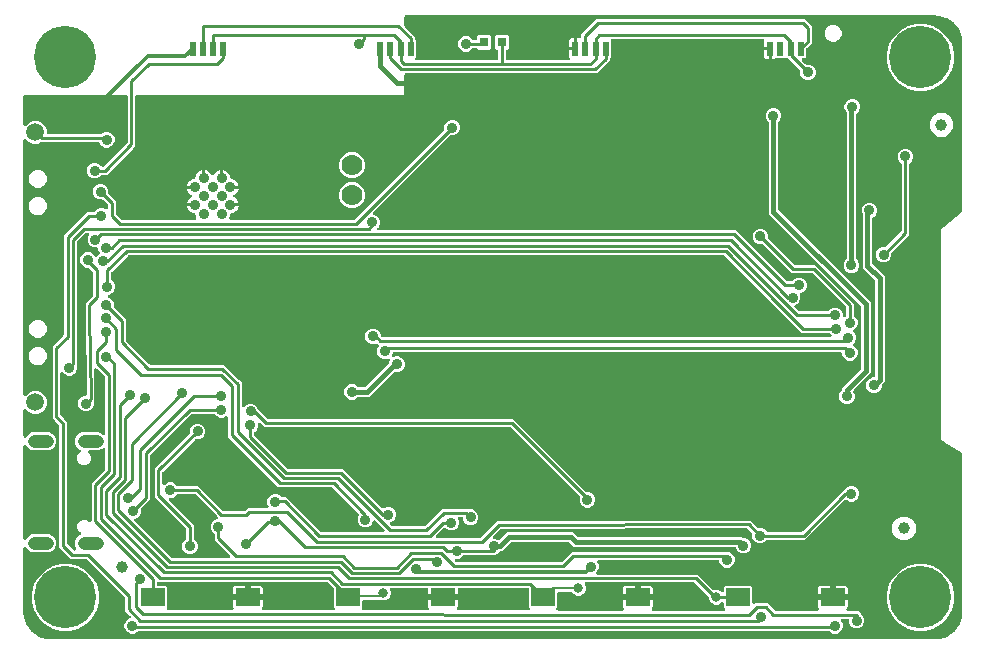
<source format=gbr>
G04 EAGLE Gerber RS-274X export*
G75*
%MOMM*%
%FSLAX34Y34*%
%LPD*%
%INBottom Copper*%
%IPPOS*%
%AMOC8*
5,1,8,0,0,1.08239X$1,22.5*%
G01*
%ADD10C,1.108000*%
%ADD11C,0.908000*%
%ADD12C,1.778000*%
%ADD13R,2.000000X1.500000*%
%ADD14R,0.500000X1.250000*%
%ADD15C,5.266000*%
%ADD16R,0.800000X0.800000*%
%ADD17C,1.000000*%
%ADD18C,1.500000*%
%ADD19C,0.406400*%
%ADD20C,0.304800*%
%ADD21C,0.906400*%
%ADD22C,0.254000*%
%ADD23C,0.800100*%
%ADD24C,0.203200*%

G36*
X774722Y2543D02*
X774722Y2543D01*
X774800Y2545D01*
X778177Y2810D01*
X778245Y2824D01*
X778314Y2829D01*
X778470Y2869D01*
X784894Y4956D01*
X785001Y5006D01*
X785112Y5050D01*
X785163Y5083D01*
X785182Y5091D01*
X785197Y5104D01*
X785248Y5136D01*
X790712Y9107D01*
X790799Y9188D01*
X790846Y9227D01*
X790852Y9231D01*
X790853Y9232D01*
X790891Y9264D01*
X790929Y9310D01*
X790944Y9324D01*
X790955Y9342D01*
X790993Y9388D01*
X794964Y14852D01*
X795021Y14956D01*
X795085Y15056D01*
X795107Y15113D01*
X795117Y15131D01*
X795122Y15151D01*
X795144Y15206D01*
X797231Y21630D01*
X797244Y21698D01*
X797267Y21764D01*
X797290Y21923D01*
X797555Y25300D01*
X797555Y25304D01*
X797556Y25307D01*
X797555Y25326D01*
X797559Y25400D01*
X797559Y159210D01*
X797550Y159285D01*
X797550Y159360D01*
X797530Y159442D01*
X797519Y159525D01*
X797492Y159596D01*
X797473Y159669D01*
X797433Y159743D01*
X797402Y159821D01*
X797358Y159882D01*
X797322Y159949D01*
X797265Y160010D01*
X797216Y160079D01*
X797157Y160127D01*
X797106Y160182D01*
X796976Y160278D01*
X781887Y169978D01*
X781777Y170030D01*
X781670Y170090D01*
X781634Y170099D01*
X781600Y170115D01*
X781480Y170139D01*
X781362Y170169D01*
X781308Y170172D01*
X781288Y170176D01*
X781272Y170175D01*
X780813Y170634D01*
X780769Y170668D01*
X780731Y170709D01*
X780602Y170804D01*
X780049Y171159D01*
X780034Y171202D01*
X780000Y171320D01*
X779981Y171352D01*
X779969Y171387D01*
X779901Y171488D01*
X779839Y171594D01*
X779803Y171635D01*
X779792Y171651D01*
X779779Y171662D01*
X779779Y172311D01*
X779772Y172366D01*
X779774Y172421D01*
X779750Y172580D01*
X779611Y173222D01*
X779631Y173263D01*
X779690Y173370D01*
X779699Y173406D01*
X779715Y173440D01*
X779738Y173560D01*
X779769Y173678D01*
X779772Y173732D01*
X779776Y173752D01*
X779775Y173773D01*
X779779Y173839D01*
X779779Y347932D01*
X779776Y347955D01*
X779778Y347979D01*
X779756Y348113D01*
X779739Y348248D01*
X779731Y348270D01*
X779727Y348293D01*
X779672Y348417D01*
X779664Y348439D01*
X779770Y349327D01*
X779770Y349335D01*
X779779Y349478D01*
X779779Y350357D01*
X779787Y350366D01*
X779796Y350388D01*
X779810Y350407D01*
X779859Y350533D01*
X779868Y350555D01*
X780571Y351107D01*
X780577Y351113D01*
X780684Y351208D01*
X781306Y351829D01*
X781318Y351831D01*
X781340Y351839D01*
X781363Y351843D01*
X781487Y351898D01*
X781613Y351948D01*
X781632Y351961D01*
X781654Y351971D01*
X781786Y352062D01*
X797074Y364074D01*
X797085Y364085D01*
X797098Y364093D01*
X797197Y364198D01*
X797298Y364300D01*
X797305Y364313D01*
X797316Y364325D01*
X797385Y364450D01*
X797458Y364575D01*
X797462Y364590D01*
X797470Y364603D01*
X797505Y364742D01*
X797545Y364881D01*
X797545Y364896D01*
X797549Y364911D01*
X797559Y365072D01*
X797559Y509117D01*
X797559Y509118D01*
X797559Y509119D01*
X797549Y509279D01*
X797119Y512607D01*
X797101Y512674D01*
X797094Y512743D01*
X797046Y512897D01*
X794637Y519218D01*
X794581Y519322D01*
X794532Y519431D01*
X794497Y519481D01*
X794487Y519499D01*
X794474Y519513D01*
X794439Y519562D01*
X790195Y524830D01*
X790109Y524912D01*
X790029Y525000D01*
X789980Y525036D01*
X789966Y525050D01*
X789948Y525060D01*
X789900Y525096D01*
X784236Y528794D01*
X784129Y528846D01*
X784026Y528905D01*
X783968Y528924D01*
X783950Y528933D01*
X783930Y528937D01*
X783873Y528956D01*
X777343Y530723D01*
X777275Y530733D01*
X777208Y530752D01*
X777048Y530767D01*
X773823Y530859D01*
X773812Y530858D01*
X773786Y530859D01*
X773525Y530859D01*
X773508Y530857D01*
X773462Y530858D01*
X772320Y530801D01*
X772255Y530825D01*
X772188Y530832D01*
X772123Y530849D01*
X771962Y530859D01*
X326390Y530859D01*
X326272Y530844D01*
X326153Y530837D01*
X326115Y530824D01*
X326074Y530819D01*
X325964Y530776D01*
X325851Y530739D01*
X325816Y530717D01*
X325779Y530702D01*
X325683Y530633D01*
X325582Y530569D01*
X325554Y530539D01*
X325521Y530516D01*
X325446Y530424D01*
X325364Y530337D01*
X325344Y530302D01*
X325319Y530271D01*
X325268Y530163D01*
X325210Y530059D01*
X325200Y530019D01*
X325183Y529983D01*
X325161Y529866D01*
X325131Y529751D01*
X325127Y529691D01*
X325123Y529671D01*
X325125Y529650D01*
X325121Y529590D01*
X325121Y522086D01*
X325133Y521988D01*
X325136Y521889D01*
X325153Y521830D01*
X325161Y521770D01*
X325197Y521678D01*
X325225Y521583D01*
X325255Y521531D01*
X325278Y521475D01*
X325336Y521395D01*
X325386Y521309D01*
X325452Y521234D01*
X325464Y521217D01*
X325474Y521209D01*
X325493Y521188D01*
X333803Y512878D01*
X333803Y511648D01*
X333815Y511550D01*
X333818Y511450D01*
X333835Y511392D01*
X333843Y511332D01*
X333879Y511240D01*
X333907Y511145D01*
X333937Y511093D01*
X333960Y511036D01*
X334018Y510956D01*
X334068Y510871D01*
X334134Y510796D01*
X334146Y510779D01*
X334156Y510771D01*
X334175Y510750D01*
X335033Y509892D01*
X335033Y495708D01*
X334506Y495181D01*
X334421Y495072D01*
X334332Y494965D01*
X334324Y494946D01*
X334311Y494930D01*
X334256Y494802D01*
X334197Y494677D01*
X334193Y494657D01*
X334185Y494638D01*
X334163Y494500D01*
X334137Y494364D01*
X334138Y494344D01*
X334135Y494324D01*
X334148Y494185D01*
X334157Y494047D01*
X334163Y494028D01*
X334165Y494008D01*
X334212Y493877D01*
X334255Y493745D01*
X334266Y493727D01*
X334272Y493708D01*
X334350Y493594D01*
X334425Y493476D01*
X334440Y493462D01*
X334451Y493445D01*
X334555Y493353D01*
X334657Y493258D01*
X334674Y493248D01*
X334689Y493235D01*
X334813Y493172D01*
X334935Y493104D01*
X334955Y493099D01*
X334973Y493090D01*
X335109Y493060D01*
X335243Y493025D01*
X335271Y493023D01*
X335283Y493020D01*
X335303Y493021D01*
X335404Y493015D01*
X402978Y493015D01*
X403096Y493030D01*
X403215Y493037D01*
X403253Y493050D01*
X403294Y493055D01*
X403404Y493098D01*
X403517Y493135D01*
X403552Y493157D01*
X403589Y493172D01*
X403685Y493241D01*
X403786Y493305D01*
X403814Y493335D01*
X403847Y493358D01*
X403923Y493450D01*
X404004Y493537D01*
X404024Y493572D01*
X404049Y493603D01*
X404100Y493711D01*
X404158Y493815D01*
X404168Y493855D01*
X404185Y493891D01*
X404207Y494008D01*
X404237Y494123D01*
X404241Y494183D01*
X404245Y494203D01*
X404243Y494224D01*
X404247Y494284D01*
X404247Y500698D01*
X404232Y500816D01*
X404225Y500935D01*
X404212Y500973D01*
X404207Y501014D01*
X404164Y501124D01*
X404127Y501237D01*
X404105Y501272D01*
X404090Y501309D01*
X404021Y501405D01*
X403957Y501506D01*
X403927Y501534D01*
X403904Y501567D01*
X403812Y501643D01*
X403725Y501724D01*
X403690Y501744D01*
X403659Y501769D01*
X403551Y501820D01*
X403447Y501878D01*
X403407Y501888D01*
X403371Y501905D01*
X403254Y501927D01*
X403139Y501957D01*
X403079Y501961D01*
X403059Y501965D01*
X403038Y501963D01*
X402978Y501967D01*
X402708Y501967D01*
X401517Y503158D01*
X401517Y512842D01*
X402708Y514033D01*
X412392Y514033D01*
X413583Y512842D01*
X413583Y503158D01*
X412392Y501967D01*
X412122Y501967D01*
X412004Y501952D01*
X411885Y501945D01*
X411847Y501932D01*
X411806Y501927D01*
X411696Y501884D01*
X411583Y501847D01*
X411548Y501825D01*
X411511Y501810D01*
X411415Y501741D01*
X411314Y501677D01*
X411286Y501647D01*
X411253Y501624D01*
X411177Y501532D01*
X411096Y501445D01*
X411076Y501410D01*
X411051Y501379D01*
X411000Y501271D01*
X410942Y501167D01*
X410932Y501127D01*
X410915Y501091D01*
X410893Y500974D01*
X410863Y500859D01*
X410859Y500799D01*
X410855Y500779D01*
X410857Y500758D01*
X410853Y500698D01*
X410853Y494284D01*
X410868Y494166D01*
X410875Y494047D01*
X410888Y494009D01*
X410893Y493968D01*
X410936Y493858D01*
X410973Y493745D01*
X410995Y493710D01*
X411010Y493673D01*
X411079Y493577D01*
X411143Y493476D01*
X411173Y493448D01*
X411196Y493415D01*
X411288Y493339D01*
X411375Y493258D01*
X411410Y493238D01*
X411441Y493213D01*
X411549Y493162D01*
X411653Y493104D01*
X411693Y493094D01*
X411729Y493077D01*
X411846Y493055D01*
X411961Y493025D01*
X412021Y493021D01*
X412041Y493017D01*
X412062Y493019D01*
X412122Y493015D01*
X464009Y493015D01*
X464140Y493031D01*
X464272Y493042D01*
X464298Y493051D01*
X464324Y493055D01*
X464448Y493103D01*
X464573Y493147D01*
X464595Y493162D01*
X464620Y493172D01*
X464727Y493249D01*
X464838Y493323D01*
X464856Y493343D01*
X464877Y493358D01*
X464962Y493460D01*
X465051Y493559D01*
X465063Y493583D01*
X465080Y493603D01*
X465137Y493723D01*
X465198Y493840D01*
X465204Y493867D01*
X465216Y493891D01*
X465241Y494021D01*
X465271Y494150D01*
X465271Y494177D01*
X465276Y494203D01*
X465267Y494335D01*
X465265Y494468D01*
X465258Y494494D01*
X465256Y494521D01*
X465215Y494647D01*
X465180Y494774D01*
X465163Y494809D01*
X465158Y494823D01*
X465146Y494842D01*
X465108Y494919D01*
X464732Y495569D01*
X464559Y496216D01*
X464559Y501531D01*
X469600Y501531D01*
X469718Y501546D01*
X469837Y501553D01*
X469875Y501565D01*
X469915Y501570D01*
X470026Y501614D01*
X470139Y501651D01*
X470173Y501673D01*
X470211Y501687D01*
X470307Y501757D01*
X470408Y501821D01*
X470436Y501851D01*
X470468Y501874D01*
X470469Y501875D01*
X470545Y501966D01*
X470626Y502053D01*
X470646Y502089D01*
X470672Y502120D01*
X470722Y502227D01*
X470780Y502332D01*
X470790Y502371D01*
X470807Y502407D01*
X470829Y502524D01*
X470859Y502640D01*
X470863Y502700D01*
X470867Y502720D01*
X470866Y502740D01*
X470869Y502800D01*
X470869Y511591D01*
X472434Y511591D01*
X473199Y511386D01*
X473324Y511369D01*
X473448Y511345D01*
X473481Y511347D01*
X473515Y511343D01*
X473640Y511357D01*
X473765Y511365D01*
X473797Y511375D01*
X473830Y511379D01*
X473948Y511424D01*
X474067Y511463D01*
X474096Y511481D01*
X474127Y511493D01*
X474230Y511566D01*
X474336Y511633D01*
X474359Y511658D01*
X474387Y511677D01*
X474468Y511773D01*
X474554Y511865D01*
X474570Y511894D01*
X474592Y511920D01*
X474647Y512033D01*
X474708Y512143D01*
X474716Y512176D01*
X474731Y512206D01*
X474756Y512329D01*
X474787Y512451D01*
X474790Y512500D01*
X474794Y512518D01*
X474793Y512540D01*
X474797Y512612D01*
X474797Y515028D01*
X487582Y527813D01*
X664308Y527813D01*
X670353Y521768D01*
X670353Y507782D01*
X665604Y503034D01*
X665544Y502955D01*
X665476Y502883D01*
X665447Y502830D01*
X665410Y502782D01*
X665370Y502691D01*
X665322Y502605D01*
X665307Y502546D01*
X665283Y502491D01*
X665268Y502393D01*
X665243Y502297D01*
X665237Y502197D01*
X665233Y502176D01*
X665235Y502164D01*
X665233Y502136D01*
X665233Y495708D01*
X664042Y494517D01*
X662568Y494517D01*
X662430Y494500D01*
X662291Y494487D01*
X662272Y494480D01*
X662252Y494477D01*
X662123Y494426D01*
X661992Y494379D01*
X661975Y494368D01*
X661957Y494360D01*
X661844Y494279D01*
X661729Y494201D01*
X661716Y494185D01*
X661699Y494174D01*
X661610Y494066D01*
X661518Y493962D01*
X661509Y493944D01*
X661496Y493929D01*
X661437Y493803D01*
X661374Y493679D01*
X661369Y493659D01*
X661361Y493641D01*
X661335Y493505D01*
X661304Y493369D01*
X661305Y493348D01*
X661301Y493329D01*
X661310Y493190D01*
X661314Y493051D01*
X661320Y493031D01*
X661321Y493011D01*
X661364Y492879D01*
X661402Y492745D01*
X661413Y492728D01*
X661419Y492709D01*
X661493Y492591D01*
X661564Y492471D01*
X661582Y492450D01*
X661589Y492440D01*
X661604Y492426D01*
X661670Y492351D01*
X664484Y489536D01*
X664563Y489476D01*
X664635Y489408D01*
X664688Y489379D01*
X664736Y489342D01*
X664827Y489302D01*
X664913Y489254D01*
X664972Y489239D01*
X665027Y489215D01*
X665125Y489200D01*
X665221Y489175D01*
X665321Y489169D01*
X665342Y489165D01*
X665354Y489167D01*
X665382Y489165D01*
X668056Y489165D01*
X670469Y488165D01*
X672315Y486319D01*
X673315Y483906D01*
X673315Y481294D01*
X672315Y478881D01*
X670469Y477035D01*
X668056Y476035D01*
X665444Y476035D01*
X663031Y477035D01*
X661185Y478881D01*
X660185Y481294D01*
X660185Y483968D01*
X660173Y484066D01*
X660170Y484165D01*
X660153Y484224D01*
X660145Y484284D01*
X660109Y484376D01*
X660081Y484471D01*
X660051Y484523D01*
X660028Y484579D01*
X659970Y484659D01*
X659920Y484745D01*
X659854Y484820D01*
X659842Y484837D01*
X659832Y484845D01*
X659814Y484866D01*
X650534Y494146D01*
X650455Y494206D01*
X650383Y494274D01*
X650330Y494303D01*
X650282Y494340D01*
X650191Y494380D01*
X650105Y494428D01*
X650046Y494443D01*
X649991Y494467D01*
X649893Y494482D01*
X649797Y494507D01*
X649697Y494513D01*
X649676Y494517D01*
X649664Y494515D01*
X649636Y494517D01*
X648858Y494517D01*
X648597Y494778D01*
X648503Y494851D01*
X648414Y494930D01*
X648378Y494948D01*
X648346Y494973D01*
X648237Y495020D01*
X648131Y495074D01*
X648092Y495083D01*
X648054Y495099D01*
X647937Y495118D01*
X647821Y495144D01*
X647780Y495143D01*
X647740Y495149D01*
X647621Y495138D01*
X647503Y495134D01*
X647464Y495123D01*
X647424Y495119D01*
X647311Y495079D01*
X647197Y495046D01*
X647162Y495025D01*
X647124Y495012D01*
X647026Y494945D01*
X646923Y494884D01*
X646878Y494844D01*
X646861Y494833D01*
X646848Y494818D01*
X646802Y494778D01*
X646542Y494517D01*
X639700Y494517D01*
X639691Y494522D01*
X639645Y494533D01*
X639602Y494552D01*
X639491Y494569D01*
X639381Y494595D01*
X639334Y494594D01*
X639288Y494601D01*
X639176Y494591D01*
X639064Y494589D01*
X639018Y494576D01*
X638971Y494572D01*
X638865Y494534D01*
X638757Y494503D01*
X638692Y494471D01*
X638672Y494464D01*
X638657Y494454D01*
X638613Y494432D01*
X638181Y494182D01*
X637534Y494009D01*
X635969Y494009D01*
X635969Y502800D01*
X635954Y502918D01*
X635947Y503037D01*
X635935Y503075D01*
X635930Y503115D01*
X635886Y503226D01*
X635849Y503339D01*
X635827Y503373D01*
X635813Y503411D01*
X635743Y503507D01*
X635679Y503608D01*
X635678Y503608D01*
X635649Y503636D01*
X635626Y503668D01*
X635625Y503669D01*
X635533Y503745D01*
X635447Y503826D01*
X635411Y503846D01*
X635380Y503872D01*
X635273Y503922D01*
X635168Y503980D01*
X635129Y503990D01*
X635093Y504007D01*
X634976Y504029D01*
X634860Y504059D01*
X634800Y504063D01*
X634780Y504067D01*
X634760Y504066D01*
X634700Y504069D01*
X629659Y504069D01*
X629659Y509384D01*
X629677Y509449D01*
X629694Y509574D01*
X629717Y509698D01*
X629715Y509731D01*
X629720Y509764D01*
X629705Y509890D01*
X629698Y510015D01*
X629687Y510047D01*
X629683Y510080D01*
X629638Y510198D01*
X629600Y510317D01*
X629582Y510346D01*
X629570Y510377D01*
X629497Y510480D01*
X629429Y510586D01*
X629405Y510609D01*
X629385Y510637D01*
X629289Y510718D01*
X629198Y510804D01*
X629168Y510820D01*
X629143Y510842D01*
X629029Y510897D01*
X628919Y510958D01*
X628887Y510966D01*
X628856Y510981D01*
X628733Y511006D01*
X628611Y511037D01*
X628563Y511040D01*
X628545Y511044D01*
X628523Y511043D01*
X628451Y511047D01*
X501402Y511047D01*
X501284Y511032D01*
X501165Y511025D01*
X501127Y511012D01*
X501086Y511007D01*
X500976Y510964D01*
X500863Y510927D01*
X500828Y510905D01*
X500791Y510890D01*
X500695Y510821D01*
X500594Y510757D01*
X500566Y510727D01*
X500533Y510704D01*
X500457Y510612D01*
X500376Y510525D01*
X500356Y510490D01*
X500331Y510459D01*
X500280Y510351D01*
X500222Y510247D01*
X500212Y510207D01*
X500195Y510171D01*
X500173Y510054D01*
X500143Y509939D01*
X500139Y509879D01*
X500135Y509859D01*
X500137Y509838D01*
X500133Y509778D01*
X500133Y495708D01*
X499275Y494850D01*
X499214Y494772D01*
X499146Y494699D01*
X499117Y494646D01*
X499080Y494599D01*
X499040Y494508D01*
X498992Y494421D01*
X498977Y494362D01*
X498953Y494307D01*
X498938Y494209D01*
X498913Y494113D01*
X498907Y494013D01*
X498903Y493993D01*
X498905Y493980D01*
X498903Y493952D01*
X498903Y492962D01*
X487778Y481837D01*
X326390Y481837D01*
X326272Y481822D01*
X326153Y481815D01*
X326115Y481802D01*
X326074Y481797D01*
X325964Y481754D01*
X325851Y481717D01*
X325816Y481695D01*
X325779Y481680D01*
X325683Y481611D01*
X325582Y481547D01*
X325554Y481517D01*
X325521Y481494D01*
X325446Y481402D01*
X325364Y481315D01*
X325344Y481280D01*
X325319Y481249D01*
X325268Y481141D01*
X325210Y481037D01*
X325200Y480997D01*
X325183Y480961D01*
X325161Y480844D01*
X325131Y480729D01*
X325127Y480669D01*
X325123Y480649D01*
X325125Y480628D01*
X325121Y480568D01*
X325121Y463549D01*
X98552Y463549D01*
X98434Y463534D01*
X98315Y463527D01*
X98277Y463514D01*
X98236Y463509D01*
X98126Y463466D01*
X98013Y463429D01*
X97978Y463407D01*
X97941Y463392D01*
X97845Y463322D01*
X97744Y463259D01*
X97716Y463229D01*
X97683Y463206D01*
X97607Y463114D01*
X97526Y463027D01*
X97506Y462992D01*
X97481Y462961D01*
X97430Y462853D01*
X97372Y462749D01*
X97362Y462709D01*
X97345Y462673D01*
X97323Y462556D01*
X97293Y462441D01*
X97289Y462380D01*
X97285Y462360D01*
X97287Y462340D01*
X97283Y462280D01*
X97283Y420272D01*
X94977Y417966D01*
X94976Y417966D01*
X75429Y398419D01*
X73123Y396112D01*
X69372Y396112D01*
X69274Y396100D01*
X69175Y396097D01*
X69117Y396080D01*
X69056Y396072D01*
X68964Y396036D01*
X68869Y396008D01*
X68817Y395978D01*
X68761Y395955D01*
X68681Y395897D01*
X68595Y395847D01*
X68520Y395781D01*
X68503Y395769D01*
X68496Y395759D01*
X68474Y395741D01*
X66584Y393850D01*
X64171Y392850D01*
X61559Y392850D01*
X59146Y393850D01*
X57300Y395696D01*
X56300Y398109D01*
X56300Y400721D01*
X57300Y403134D01*
X59146Y404980D01*
X61559Y405980D01*
X64171Y405980D01*
X66584Y404980D01*
X68474Y403089D01*
X68553Y403029D01*
X68625Y402961D01*
X68678Y402932D01*
X68726Y402895D01*
X68817Y402855D01*
X68903Y402807D01*
X68962Y402792D01*
X69018Y402768D01*
X69116Y402753D01*
X69211Y402728D01*
X69311Y402722D01*
X69332Y402718D01*
X69344Y402720D01*
X69372Y402718D01*
X69861Y402718D01*
X69959Y402730D01*
X70058Y402733D01*
X70117Y402750D01*
X70177Y402758D01*
X70269Y402794D01*
X70364Y402822D01*
X70416Y402852D01*
X70472Y402875D01*
X70552Y402933D01*
X70638Y402983D01*
X70713Y403049D01*
X70730Y403061D01*
X70738Y403071D01*
X70759Y403089D01*
X90306Y422636D01*
X90366Y422715D01*
X90434Y422787D01*
X90463Y422840D01*
X90500Y422888D01*
X90540Y422979D01*
X90588Y423065D01*
X90603Y423124D01*
X90627Y423179D01*
X90642Y423277D01*
X90667Y423373D01*
X90673Y423473D01*
X90677Y423493D01*
X90675Y423506D01*
X90677Y423534D01*
X90677Y462280D01*
X90662Y462398D01*
X90655Y462517D01*
X90642Y462555D01*
X90637Y462596D01*
X90594Y462706D01*
X90557Y462819D01*
X90535Y462854D01*
X90520Y462891D01*
X90451Y462987D01*
X90387Y463088D01*
X90357Y463116D01*
X90334Y463149D01*
X90242Y463224D01*
X90155Y463306D01*
X90120Y463326D01*
X90089Y463351D01*
X89981Y463402D01*
X89877Y463460D01*
X89837Y463470D01*
X89801Y463487D01*
X89684Y463509D01*
X89569Y463539D01*
X89509Y463543D01*
X89489Y463547D01*
X89468Y463545D01*
X89408Y463549D01*
X3810Y463549D01*
X3692Y463534D01*
X3573Y463527D01*
X3535Y463514D01*
X3494Y463509D01*
X3384Y463466D01*
X3271Y463429D01*
X3236Y463407D01*
X3199Y463392D01*
X3103Y463322D01*
X3002Y463259D01*
X2974Y463229D01*
X2941Y463206D01*
X2865Y463114D01*
X2784Y463027D01*
X2764Y462992D01*
X2739Y462961D01*
X2688Y462853D01*
X2630Y462749D01*
X2620Y462709D01*
X2603Y462673D01*
X2581Y462556D01*
X2551Y462441D01*
X2547Y462380D01*
X2543Y462360D01*
X2545Y462340D01*
X2541Y462280D01*
X2541Y438186D01*
X2558Y438049D01*
X2571Y437910D01*
X2578Y437891D01*
X2581Y437871D01*
X2632Y437742D01*
X2679Y437611D01*
X2690Y437594D01*
X2698Y437575D01*
X2779Y437463D01*
X2857Y437347D01*
X2873Y437334D01*
X2884Y437318D01*
X2992Y437229D01*
X3096Y437137D01*
X3114Y437128D01*
X3129Y437115D01*
X3255Y437056D01*
X3379Y436992D01*
X3399Y436988D01*
X3417Y436979D01*
X3553Y436953D01*
X3689Y436923D01*
X3710Y436923D01*
X3729Y436920D01*
X3868Y436928D01*
X4007Y436932D01*
X4027Y436938D01*
X4047Y436939D01*
X4179Y436982D01*
X4313Y437021D01*
X4330Y437031D01*
X4349Y437037D01*
X4467Y437112D01*
X4587Y437182D01*
X4608Y437201D01*
X4618Y437208D01*
X4632Y437223D01*
X4707Y437289D01*
X7300Y439881D01*
X10804Y441333D01*
X14596Y441333D01*
X18100Y439881D01*
X20781Y437200D01*
X22233Y433696D01*
X22233Y431292D01*
X22248Y431174D01*
X22255Y431055D01*
X22268Y431017D01*
X22273Y430976D01*
X22316Y430866D01*
X22353Y430753D01*
X22375Y430718D01*
X22390Y430681D01*
X22459Y430585D01*
X22523Y430484D01*
X22553Y430456D01*
X22576Y430423D01*
X22668Y430347D01*
X22755Y430266D01*
X22790Y430246D01*
X22821Y430221D01*
X22929Y430170D01*
X23033Y430112D01*
X23073Y430102D01*
X23109Y430085D01*
X23226Y430063D01*
X23341Y430033D01*
X23401Y430029D01*
X23421Y430025D01*
X23442Y430027D01*
X23502Y430023D01*
X67768Y430023D01*
X67866Y430035D01*
X67965Y430038D01*
X68024Y430055D01*
X68084Y430063D01*
X68176Y430099D01*
X68271Y430127D01*
X68323Y430157D01*
X68379Y430180D01*
X68459Y430238D01*
X68545Y430288D01*
X68620Y430354D01*
X68637Y430366D01*
X68645Y430376D01*
X68666Y430395D01*
X69345Y431074D01*
X71758Y432074D01*
X74370Y432074D01*
X76783Y431074D01*
X78629Y429227D01*
X79629Y426815D01*
X79629Y424203D01*
X78629Y421790D01*
X76783Y419944D01*
X74370Y418944D01*
X71758Y418944D01*
X69345Y419944D01*
X67499Y421790D01*
X67149Y422634D01*
X67135Y422659D01*
X67126Y422687D01*
X67056Y422797D01*
X66992Y422910D01*
X66971Y422931D01*
X66955Y422956D01*
X66861Y423045D01*
X66770Y423138D01*
X66745Y423154D01*
X66724Y423174D01*
X66610Y423237D01*
X66499Y423305D01*
X66471Y423313D01*
X66445Y423328D01*
X66320Y423360D01*
X66195Y423398D01*
X66166Y423400D01*
X66137Y423407D01*
X65977Y423417D01*
X17625Y423417D01*
X17616Y423416D01*
X17607Y423417D01*
X17458Y423396D01*
X17309Y423377D01*
X17301Y423374D01*
X17292Y423373D01*
X17139Y423321D01*
X14596Y422267D01*
X10804Y422267D01*
X7300Y423719D01*
X4707Y426311D01*
X4598Y426396D01*
X4491Y426485D01*
X4472Y426494D01*
X4456Y426506D01*
X4328Y426562D01*
X4203Y426621D01*
X4183Y426624D01*
X4164Y426633D01*
X4026Y426654D01*
X3890Y426680D01*
X3870Y426679D01*
X3850Y426682D01*
X3711Y426669D01*
X3573Y426661D01*
X3554Y426654D01*
X3534Y426653D01*
X3402Y426605D01*
X3271Y426563D01*
X3253Y426552D01*
X3234Y426545D01*
X3119Y426467D01*
X3002Y426392D01*
X2988Y426378D01*
X2971Y426366D01*
X2879Y426262D01*
X2784Y426161D01*
X2774Y426143D01*
X2761Y426128D01*
X2697Y426004D01*
X2630Y425882D01*
X2625Y425863D01*
X2616Y425845D01*
X2586Y425709D01*
X2551Y425574D01*
X2549Y425546D01*
X2546Y425534D01*
X2547Y425514D01*
X2541Y425414D01*
X2541Y209586D01*
X2558Y209449D01*
X2571Y209310D01*
X2578Y209291D01*
X2581Y209271D01*
X2632Y209142D01*
X2679Y209011D01*
X2690Y208994D01*
X2698Y208975D01*
X2779Y208863D01*
X2857Y208747D01*
X2873Y208734D01*
X2884Y208718D01*
X2992Y208629D01*
X3096Y208537D01*
X3114Y208528D01*
X3129Y208515D01*
X3255Y208456D01*
X3379Y208392D01*
X3399Y208388D01*
X3417Y208379D01*
X3553Y208353D01*
X3689Y208323D01*
X3710Y208323D01*
X3729Y208320D01*
X3868Y208328D01*
X4007Y208332D01*
X4027Y208338D01*
X4047Y208339D01*
X4179Y208382D01*
X4313Y208421D01*
X4330Y208431D01*
X4349Y208437D01*
X4467Y208512D01*
X4587Y208582D01*
X4608Y208601D01*
X4618Y208608D01*
X4632Y208623D01*
X4707Y208689D01*
X7300Y211281D01*
X10804Y212733D01*
X14596Y212733D01*
X18100Y211281D01*
X20781Y208600D01*
X22233Y205096D01*
X22233Y201304D01*
X20781Y197800D01*
X18100Y195119D01*
X14596Y193667D01*
X10804Y193667D01*
X7300Y195119D01*
X4707Y197711D01*
X4598Y197796D01*
X4491Y197885D01*
X4472Y197894D01*
X4456Y197906D01*
X4328Y197962D01*
X4203Y198021D01*
X4183Y198024D01*
X4164Y198033D01*
X4026Y198054D01*
X3890Y198080D01*
X3870Y198079D01*
X3850Y198082D01*
X3711Y198069D01*
X3573Y198061D01*
X3554Y198054D01*
X3534Y198053D01*
X3402Y198005D01*
X3271Y197963D01*
X3253Y197952D01*
X3234Y197945D01*
X3119Y197867D01*
X3002Y197792D01*
X2988Y197778D01*
X2971Y197766D01*
X2879Y197662D01*
X2784Y197561D01*
X2774Y197543D01*
X2761Y197528D01*
X2697Y197404D01*
X2630Y197282D01*
X2625Y197263D01*
X2616Y197245D01*
X2586Y197109D01*
X2551Y196974D01*
X2549Y196946D01*
X2546Y196934D01*
X2547Y196914D01*
X2541Y196814D01*
X2541Y174571D01*
X2549Y174502D01*
X2548Y174432D01*
X2569Y174344D01*
X2581Y174255D01*
X2606Y174190D01*
X2623Y174122D01*
X2665Y174043D01*
X2698Y173960D01*
X2739Y173903D01*
X2771Y173841D01*
X2832Y173775D01*
X2884Y173702D01*
X2938Y173658D01*
X2985Y173606D01*
X3060Y173557D01*
X3129Y173499D01*
X3193Y173470D01*
X3251Y173431D01*
X3336Y173402D01*
X3417Y173364D01*
X3486Y173351D01*
X3552Y173328D01*
X3641Y173321D01*
X3729Y173304D01*
X3799Y173308D01*
X3869Y173303D01*
X3957Y173318D01*
X4047Y173324D01*
X4113Y173345D01*
X4182Y173357D01*
X4264Y173394D01*
X4349Y173422D01*
X4408Y173459D01*
X4472Y173488D01*
X4542Y173544D01*
X4618Y173592D01*
X4666Y173643D01*
X4720Y173686D01*
X4774Y173758D01*
X4836Y173824D01*
X4870Y173885D01*
X4912Y173941D01*
X4983Y174085D01*
X5150Y174490D01*
X7280Y176620D01*
X10064Y177773D01*
X24156Y177773D01*
X26940Y176620D01*
X29070Y174490D01*
X30223Y171706D01*
X30223Y168694D01*
X29070Y165910D01*
X26940Y163780D01*
X24156Y162627D01*
X10064Y162627D01*
X7280Y163780D01*
X5150Y165910D01*
X4983Y166315D01*
X4948Y166376D01*
X4922Y166440D01*
X4870Y166513D01*
X4825Y166591D01*
X4777Y166641D01*
X4736Y166698D01*
X4666Y166755D01*
X4604Y166820D01*
X4544Y166856D01*
X4491Y166901D01*
X4409Y166939D01*
X4333Y166986D01*
X4266Y167006D01*
X4203Y167036D01*
X4115Y167053D01*
X4029Y167079D01*
X3959Y167083D01*
X3890Y167096D01*
X3801Y167090D01*
X3711Y167095D01*
X3643Y167080D01*
X3573Y167076D01*
X3488Y167048D01*
X3400Y167030D01*
X3337Y167000D01*
X3271Y166978D01*
X3195Y166930D01*
X3114Y166891D01*
X3061Y166845D01*
X3002Y166808D01*
X2940Y166742D01*
X2872Y166684D01*
X2832Y166627D01*
X2784Y166576D01*
X2741Y166498D01*
X2689Y166424D01*
X2664Y166359D01*
X2630Y166298D01*
X2608Y166211D01*
X2576Y166127D01*
X2568Y166057D01*
X2551Y165990D01*
X2541Y165829D01*
X2541Y88171D01*
X2549Y88102D01*
X2548Y88032D01*
X2569Y87944D01*
X2581Y87855D01*
X2606Y87790D01*
X2623Y87722D01*
X2665Y87643D01*
X2698Y87560D01*
X2739Y87503D01*
X2771Y87441D01*
X2832Y87375D01*
X2884Y87302D01*
X2938Y87258D01*
X2985Y87206D01*
X3060Y87157D01*
X3129Y87099D01*
X3193Y87070D01*
X3251Y87031D01*
X3336Y87002D01*
X3417Y86964D01*
X3486Y86951D01*
X3552Y86928D01*
X3641Y86921D01*
X3729Y86904D01*
X3799Y86908D01*
X3869Y86903D01*
X3957Y86918D01*
X4047Y86924D01*
X4113Y86945D01*
X4182Y86957D01*
X4264Y86994D01*
X4349Y87022D01*
X4408Y87059D01*
X4472Y87088D01*
X4542Y87144D01*
X4618Y87192D01*
X4666Y87243D01*
X4720Y87286D01*
X4774Y87358D01*
X4836Y87424D01*
X4870Y87485D01*
X4912Y87541D01*
X4983Y87685D01*
X5150Y88090D01*
X7280Y90220D01*
X10064Y91373D01*
X24156Y91373D01*
X26940Y90220D01*
X29070Y88090D01*
X30223Y85306D01*
X30223Y82294D01*
X29070Y79510D01*
X26940Y77380D01*
X24156Y76227D01*
X10064Y76227D01*
X7280Y77380D01*
X5150Y79510D01*
X4983Y79915D01*
X4948Y79976D01*
X4922Y80040D01*
X4870Y80113D01*
X4825Y80191D01*
X4777Y80241D01*
X4736Y80298D01*
X4666Y80355D01*
X4604Y80420D01*
X4544Y80456D01*
X4491Y80501D01*
X4409Y80539D01*
X4333Y80586D01*
X4266Y80606D01*
X4203Y80636D01*
X4115Y80653D01*
X4029Y80679D01*
X3959Y80683D01*
X3890Y80696D01*
X3801Y80690D01*
X3711Y80695D01*
X3643Y80680D01*
X3573Y80676D01*
X3488Y80648D01*
X3400Y80630D01*
X3337Y80600D01*
X3271Y80578D01*
X3195Y80530D01*
X3114Y80491D01*
X3061Y80445D01*
X3002Y80408D01*
X2940Y80342D01*
X2872Y80284D01*
X2832Y80227D01*
X2784Y80176D01*
X2741Y80098D01*
X2689Y80024D01*
X2664Y79959D01*
X2630Y79898D01*
X2608Y79811D01*
X2576Y79727D01*
X2568Y79657D01*
X2551Y79590D01*
X2541Y79429D01*
X2541Y25340D01*
X2543Y25318D01*
X2545Y25240D01*
X2810Y21876D01*
X2824Y21808D01*
X2829Y21739D01*
X2869Y21583D01*
X4947Y15184D01*
X4998Y15077D01*
X5041Y14967D01*
X5074Y14915D01*
X5083Y14896D01*
X5096Y14881D01*
X5127Y14831D01*
X9079Y9385D01*
X9099Y9364D01*
X9109Y9348D01*
X9150Y9309D01*
X9160Y9299D01*
X9235Y9207D01*
X9283Y9168D01*
X9297Y9153D01*
X9314Y9142D01*
X9359Y9105D01*
X14799Y5144D01*
X14902Y5087D01*
X15002Y5023D01*
X15059Y5000D01*
X15077Y4991D01*
X15097Y4985D01*
X15152Y4964D01*
X21548Y2875D01*
X21615Y2862D01*
X21680Y2839D01*
X21840Y2816D01*
X25203Y2545D01*
X25225Y2546D01*
X25305Y2541D01*
X774700Y2541D01*
X774722Y2543D01*
G37*
%LPC*%
G36*
X93309Y7405D02*
X93309Y7405D01*
X90896Y8405D01*
X89050Y10251D01*
X88050Y12664D01*
X88050Y15276D01*
X89050Y17689D01*
X90896Y19535D01*
X92615Y20247D01*
X92658Y20272D01*
X92705Y20289D01*
X92796Y20350D01*
X92891Y20405D01*
X92927Y20439D01*
X92968Y20467D01*
X93041Y20550D01*
X93120Y20626D01*
X93146Y20668D01*
X93179Y20706D01*
X93229Y20804D01*
X93286Y20897D01*
X93301Y20945D01*
X93323Y20989D01*
X93347Y21096D01*
X93380Y21201D01*
X93382Y21251D01*
X93393Y21299D01*
X93390Y21409D01*
X93395Y21519D01*
X93385Y21567D01*
X93383Y21617D01*
X93353Y21723D01*
X93330Y21830D01*
X93309Y21875D01*
X93295Y21923D01*
X93239Y22017D01*
X93191Y22116D01*
X93159Y22154D01*
X93133Y22197D01*
X93027Y22317D01*
X91079Y24266D01*
X88772Y26572D01*
X88772Y37476D01*
X88760Y37574D01*
X88757Y37673D01*
X88740Y37732D01*
X88732Y37792D01*
X88696Y37884D01*
X88668Y37979D01*
X88638Y38031D01*
X88615Y38087D01*
X88557Y38167D01*
X88507Y38253D01*
X88441Y38328D01*
X88429Y38345D01*
X88419Y38353D01*
X88401Y38374D01*
X56154Y70621D01*
X56075Y70681D01*
X56003Y70749D01*
X55950Y70778D01*
X55902Y70815D01*
X55811Y70855D01*
X55725Y70903D01*
X55666Y70918D01*
X55611Y70942D01*
X55513Y70957D01*
X55417Y70982D01*
X55317Y70988D01*
X55296Y70992D01*
X55284Y70990D01*
X55256Y70992D01*
X42447Y70992D01*
X35199Y78241D01*
X32892Y80547D01*
X32892Y183526D01*
X32880Y183624D01*
X32877Y183723D01*
X32860Y183782D01*
X32852Y183842D01*
X32816Y183934D01*
X32788Y184029D01*
X32758Y184081D01*
X32735Y184137D01*
X32677Y184218D01*
X32627Y184303D01*
X32561Y184378D01*
X32549Y184395D01*
X32539Y184403D01*
X32521Y184424D01*
X29484Y187461D01*
X27177Y189767D01*
X27177Y250639D01*
X36204Y259665D01*
X36264Y259744D01*
X36332Y259816D01*
X36361Y259869D01*
X36398Y259917D01*
X36438Y260008D01*
X36486Y260094D01*
X36501Y260153D01*
X36525Y260208D01*
X36540Y260306D01*
X36565Y260402D01*
X36571Y260502D01*
X36575Y260523D01*
X36573Y260535D01*
X36575Y260563D01*
X36575Y344257D01*
X56642Y364324D01*
X62073Y364324D01*
X62171Y364336D01*
X62270Y364339D01*
X62328Y364356D01*
X62389Y364364D01*
X62481Y364400D01*
X62576Y364428D01*
X62628Y364458D01*
X62684Y364481D01*
X62764Y364539D01*
X62850Y364589D01*
X62925Y364655D01*
X62942Y364667D01*
X62949Y364677D01*
X62971Y364695D01*
X64861Y366586D01*
X67274Y367586D01*
X69886Y367586D01*
X72412Y366539D01*
X72460Y366526D01*
X72505Y366505D01*
X72613Y366484D01*
X72719Y366455D01*
X72769Y366455D01*
X72818Y366445D01*
X72927Y366452D01*
X73037Y366450D01*
X73085Y366462D01*
X73135Y366465D01*
X73239Y366499D01*
X73346Y366524D01*
X73390Y366548D01*
X73437Y366563D01*
X73530Y366622D01*
X73627Y366673D01*
X73664Y366706D01*
X73706Y366733D01*
X73781Y366813D01*
X73863Y366887D01*
X73890Y366929D01*
X73924Y366965D01*
X73977Y367061D01*
X74037Y367153D01*
X74054Y367200D01*
X74078Y367243D01*
X74105Y367350D01*
X74141Y367454D01*
X74145Y367503D01*
X74157Y367551D01*
X74167Y367712D01*
X74167Y370136D01*
X74155Y370234D01*
X74152Y370333D01*
X74135Y370392D01*
X74127Y370452D01*
X74091Y370544D01*
X74063Y370639D01*
X74033Y370691D01*
X74010Y370747D01*
X73952Y370827D01*
X73902Y370913D01*
X73836Y370988D01*
X73824Y371005D01*
X73814Y371013D01*
X73796Y371034D01*
X70211Y374619D01*
X70132Y374679D01*
X70060Y374747D01*
X70007Y374776D01*
X69959Y374813D01*
X69868Y374853D01*
X69782Y374901D01*
X69723Y374916D01*
X69668Y374940D01*
X69570Y374955D01*
X69474Y374980D01*
X69374Y374986D01*
X69353Y374990D01*
X69341Y374988D01*
X69313Y374990D01*
X66639Y374990D01*
X64226Y375990D01*
X62380Y377836D01*
X61380Y380249D01*
X61380Y382861D01*
X62380Y385274D01*
X64226Y387120D01*
X66639Y388120D01*
X69251Y388120D01*
X71664Y387120D01*
X73510Y385274D01*
X74510Y382861D01*
X74510Y380187D01*
X74522Y380089D01*
X74525Y379990D01*
X74542Y379931D01*
X74550Y379871D01*
X74586Y379779D01*
X74614Y379684D01*
X74644Y379632D01*
X74667Y379576D01*
X74725Y379496D01*
X74775Y379410D01*
X74841Y379335D01*
X74853Y379318D01*
X74863Y379310D01*
X74881Y379289D01*
X80773Y373398D01*
X80773Y363209D01*
X80785Y363111D01*
X80788Y363012D01*
X80805Y362953D01*
X80813Y362893D01*
X80849Y362801D01*
X80877Y362706D01*
X80907Y362654D01*
X80930Y362598D01*
X80988Y362518D01*
X81038Y362432D01*
X81104Y362357D01*
X81116Y362340D01*
X81126Y362332D01*
X81144Y362311D01*
X85197Y358258D01*
X85276Y358198D01*
X85348Y358130D01*
X85401Y358101D01*
X85449Y358064D01*
X85540Y358024D01*
X85626Y357976D01*
X85685Y357961D01*
X85740Y357937D01*
X85838Y357922D01*
X85934Y357897D01*
X86034Y357891D01*
X86055Y357887D01*
X86067Y357889D01*
X86095Y357887D01*
X147763Y357887D01*
X147812Y357893D01*
X147862Y357891D01*
X147969Y357913D01*
X148078Y357927D01*
X148125Y357945D01*
X148173Y357955D01*
X148272Y358003D01*
X148374Y358044D01*
X148414Y358073D01*
X148459Y358095D01*
X148542Y358166D01*
X148631Y358230D01*
X148663Y358269D01*
X148701Y358301D01*
X148764Y358391D01*
X148834Y358475D01*
X148855Y358520D01*
X148884Y358561D01*
X148923Y358664D01*
X148970Y358763D01*
X148979Y358812D01*
X148997Y358858D01*
X149009Y358968D01*
X149029Y359075D01*
X149026Y359125D01*
X149032Y359174D01*
X149016Y359283D01*
X149010Y359393D01*
X148994Y359440D01*
X148987Y359489D01*
X148935Y359642D01*
X148416Y360895D01*
X148124Y362362D01*
X148115Y362390D01*
X148112Y362420D01*
X148065Y362541D01*
X148024Y362664D01*
X148008Y362689D01*
X147997Y362716D01*
X147922Y362822D01*
X147851Y362931D01*
X147830Y362951D01*
X147813Y362975D01*
X147713Y363059D01*
X147618Y363147D01*
X147592Y363161D01*
X147569Y363180D01*
X147453Y363236D01*
X147338Y363298D01*
X147309Y363305D01*
X147283Y363318D01*
X147127Y363359D01*
X145660Y363651D01*
X144371Y364185D01*
X143211Y364960D01*
X142225Y365946D01*
X141450Y367106D01*
X140916Y368395D01*
X140758Y369191D01*
X147725Y369191D01*
X147843Y369206D01*
X147962Y369213D01*
X148000Y369225D01*
X148040Y369230D01*
X148151Y369274D01*
X148264Y369311D01*
X148298Y369333D01*
X148336Y369347D01*
X148432Y369417D01*
X148533Y369481D01*
X148561Y369511D01*
X148593Y369534D01*
X148669Y369626D01*
X148751Y369713D01*
X148770Y369748D01*
X148796Y369779D01*
X148847Y369887D01*
X148904Y369991D01*
X148914Y370030D01*
X148932Y370067D01*
X148954Y370184D01*
X148984Y370299D01*
X148988Y370359D01*
X148991Y370379D01*
X148991Y370380D01*
X148990Y370400D01*
X148994Y370460D01*
X148979Y370578D01*
X148972Y370697D01*
X148959Y370735D01*
X148954Y370776D01*
X148910Y370886D01*
X148874Y371000D01*
X148852Y371034D01*
X148837Y371071D01*
X148767Y371167D01*
X148703Y371268D01*
X148674Y371296D01*
X148650Y371329D01*
X148558Y371405D01*
X148472Y371486D01*
X148436Y371506D01*
X148405Y371532D01*
X148298Y371582D01*
X148193Y371640D01*
X148154Y371650D01*
X148118Y371667D01*
X148001Y371689D01*
X147885Y371719D01*
X147825Y371723D01*
X147805Y371727D01*
X147785Y371726D01*
X147725Y371729D01*
X140758Y371729D01*
X140916Y372525D01*
X141450Y373814D01*
X142225Y374974D01*
X143211Y375960D01*
X144371Y376735D01*
X144498Y376787D01*
X144618Y376856D01*
X144741Y376921D01*
X144756Y376935D01*
X144774Y376945D01*
X144874Y377042D01*
X144977Y377135D01*
X144988Y377152D01*
X145002Y377166D01*
X145075Y377284D01*
X145152Y377401D01*
X145158Y377420D01*
X145169Y377437D01*
X145209Y377570D01*
X145255Y377702D01*
X145256Y377722D01*
X145262Y377741D01*
X145269Y377879D01*
X145280Y378019D01*
X145276Y378039D01*
X145277Y378059D01*
X145249Y378195D01*
X145226Y378332D01*
X145217Y378350D01*
X145213Y378370D01*
X145152Y378495D01*
X145095Y378622D01*
X145082Y378638D01*
X145073Y378656D01*
X144983Y378762D01*
X144896Y378870D01*
X144880Y378883D01*
X144867Y378898D01*
X144753Y378978D01*
X144642Y379062D01*
X144617Y379074D01*
X144607Y379081D01*
X144588Y379088D01*
X144498Y379133D01*
X144371Y379185D01*
X143211Y379960D01*
X142225Y380946D01*
X141450Y382106D01*
X140916Y383395D01*
X140758Y384191D01*
X147725Y384191D01*
X147843Y384206D01*
X147962Y384213D01*
X148000Y384225D01*
X148040Y384230D01*
X148151Y384274D01*
X148264Y384311D01*
X148298Y384333D01*
X148336Y384347D01*
X148432Y384417D01*
X148533Y384481D01*
X148561Y384511D01*
X148593Y384534D01*
X148669Y384626D01*
X148751Y384713D01*
X148770Y384748D01*
X148796Y384779D01*
X148847Y384887D01*
X148904Y384991D01*
X148914Y385030D01*
X148932Y385067D01*
X148954Y385184D01*
X148984Y385299D01*
X148988Y385359D01*
X148991Y385379D01*
X148991Y385380D01*
X148990Y385400D01*
X148994Y385460D01*
X148979Y385578D01*
X148972Y385697D01*
X148959Y385735D01*
X148954Y385776D01*
X148910Y385886D01*
X148874Y386000D01*
X148852Y386034D01*
X148837Y386071D01*
X148767Y386168D01*
X148703Y386268D01*
X148674Y386296D01*
X148650Y386329D01*
X148558Y386405D01*
X148472Y386486D01*
X148436Y386506D01*
X148405Y386532D01*
X148298Y386582D01*
X148193Y386640D01*
X148154Y386650D01*
X148118Y386667D01*
X148001Y386689D01*
X147885Y386719D01*
X147825Y386723D01*
X147805Y386727D01*
X147785Y386726D01*
X147725Y386729D01*
X140758Y386729D01*
X140916Y387525D01*
X141450Y388814D01*
X142225Y389974D01*
X143211Y390960D01*
X144371Y391735D01*
X145660Y392269D01*
X147127Y392561D01*
X147155Y392570D01*
X147185Y392573D01*
X147306Y392620D01*
X147429Y392661D01*
X147454Y392677D01*
X147481Y392688D01*
X147587Y392763D01*
X147696Y392834D01*
X147716Y392855D01*
X147740Y392872D01*
X147824Y392972D01*
X147912Y393067D01*
X147926Y393093D01*
X147945Y393116D01*
X148001Y393232D01*
X148063Y393347D01*
X148070Y393376D01*
X148083Y393402D01*
X148124Y393558D01*
X148416Y395025D01*
X148950Y396314D01*
X149725Y397474D01*
X150711Y398460D01*
X151871Y399235D01*
X153160Y399769D01*
X153956Y399927D01*
X153956Y392960D01*
X153971Y392842D01*
X153978Y392723D01*
X153990Y392685D01*
X153995Y392645D01*
X154039Y392534D01*
X154076Y392421D01*
X154098Y392387D01*
X154112Y392349D01*
X154182Y392253D01*
X154246Y392152D01*
X154276Y392124D01*
X154299Y392092D01*
X154391Y392016D01*
X154478Y391934D01*
X154513Y391915D01*
X154544Y391889D01*
X154652Y391838D01*
X154756Y391781D01*
X154795Y391771D01*
X154832Y391753D01*
X154949Y391731D01*
X155064Y391701D01*
X155124Y391697D01*
X155144Y391694D01*
X155145Y391694D01*
X155165Y391695D01*
X155225Y391691D01*
X155343Y391706D01*
X155462Y391713D01*
X155500Y391726D01*
X155541Y391731D01*
X155651Y391775D01*
X155765Y391811D01*
X155799Y391833D01*
X155836Y391848D01*
X155933Y391918D01*
X156033Y391982D01*
X156061Y392011D01*
X156094Y392035D01*
X156170Y392127D01*
X156251Y392213D01*
X156271Y392249D01*
X156297Y392280D01*
X156347Y392387D01*
X156405Y392492D01*
X156415Y392531D01*
X156432Y392567D01*
X156454Y392684D01*
X156484Y392800D01*
X156488Y392860D01*
X156492Y392880D01*
X156491Y392900D01*
X156494Y392960D01*
X156494Y399927D01*
X157290Y399769D01*
X158579Y399235D01*
X159739Y398460D01*
X160725Y397474D01*
X161500Y396314D01*
X161552Y396187D01*
X161621Y396067D01*
X161686Y395944D01*
X161700Y395929D01*
X161710Y395911D01*
X161807Y395811D01*
X161900Y395708D01*
X161917Y395697D01*
X161931Y395683D01*
X162049Y395610D01*
X162166Y395533D01*
X162185Y395527D01*
X162202Y395516D01*
X162335Y395476D01*
X162467Y395430D01*
X162487Y395429D01*
X162506Y395423D01*
X162645Y395416D01*
X162784Y395405D01*
X162804Y395409D01*
X162824Y395408D01*
X162960Y395436D01*
X163097Y395459D01*
X163115Y395468D01*
X163135Y395472D01*
X163260Y395533D01*
X163387Y395590D01*
X163403Y395603D01*
X163421Y395612D01*
X163527Y395702D01*
X163635Y395789D01*
X163648Y395805D01*
X163663Y395818D01*
X163743Y395932D01*
X163827Y396043D01*
X163839Y396068D01*
X163846Y396078D01*
X163853Y396097D01*
X163898Y396187D01*
X163950Y396314D01*
X164725Y397474D01*
X165711Y398460D01*
X166871Y399235D01*
X168160Y399769D01*
X168956Y399927D01*
X168956Y392960D01*
X168971Y392842D01*
X168978Y392723D01*
X168990Y392685D01*
X168995Y392645D01*
X169039Y392534D01*
X169076Y392421D01*
X169098Y392387D01*
X169112Y392349D01*
X169182Y392253D01*
X169246Y392152D01*
X169276Y392124D01*
X169299Y392092D01*
X169391Y392016D01*
X169478Y391934D01*
X169513Y391915D01*
X169544Y391889D01*
X169652Y391838D01*
X169756Y391781D01*
X169795Y391771D01*
X169832Y391753D01*
X169949Y391731D01*
X170064Y391701D01*
X170124Y391697D01*
X170144Y391694D01*
X170145Y391694D01*
X170165Y391695D01*
X170225Y391691D01*
X170343Y391706D01*
X170462Y391713D01*
X170500Y391726D01*
X170541Y391731D01*
X170651Y391775D01*
X170765Y391811D01*
X170799Y391833D01*
X170836Y391848D01*
X170933Y391918D01*
X171033Y391982D01*
X171061Y392011D01*
X171094Y392035D01*
X171170Y392127D01*
X171251Y392213D01*
X171271Y392249D01*
X171297Y392280D01*
X171347Y392387D01*
X171405Y392492D01*
X171415Y392531D01*
X171432Y392567D01*
X171454Y392684D01*
X171484Y392800D01*
X171488Y392860D01*
X171492Y392880D01*
X171491Y392900D01*
X171494Y392960D01*
X171494Y399927D01*
X172290Y399769D01*
X173579Y399235D01*
X174739Y398460D01*
X175725Y397474D01*
X176500Y396314D01*
X177034Y395025D01*
X177326Y393558D01*
X177335Y393530D01*
X177338Y393500D01*
X177385Y393380D01*
X177426Y393256D01*
X177442Y393231D01*
X177453Y393204D01*
X177528Y393098D01*
X177599Y392989D01*
X177620Y392969D01*
X177637Y392945D01*
X177737Y392861D01*
X177832Y392773D01*
X177858Y392759D01*
X177881Y392740D01*
X177998Y392684D01*
X178112Y392622D01*
X178141Y392615D01*
X178167Y392602D01*
X178323Y392561D01*
X179790Y392269D01*
X181079Y391735D01*
X182239Y390960D01*
X183225Y389974D01*
X184000Y388814D01*
X184534Y387525D01*
X184692Y386729D01*
X177725Y386729D01*
X177607Y386714D01*
X177488Y386707D01*
X177450Y386695D01*
X177410Y386690D01*
X177299Y386646D01*
X177186Y386609D01*
X177152Y386587D01*
X177114Y386573D01*
X177018Y386503D01*
X176917Y386439D01*
X176889Y386409D01*
X176857Y386386D01*
X176781Y386294D01*
X176699Y386207D01*
X176680Y386172D01*
X176654Y386141D01*
X176603Y386033D01*
X176546Y385929D01*
X176536Y385890D01*
X176518Y385853D01*
X176496Y385736D01*
X176466Y385621D01*
X176462Y385561D01*
X176459Y385541D01*
X176459Y385540D01*
X176460Y385520D01*
X176456Y385460D01*
X176471Y385342D01*
X176478Y385223D01*
X176491Y385184D01*
X176496Y385144D01*
X176540Y385034D01*
X176576Y384920D01*
X176598Y384886D01*
X176613Y384849D01*
X176683Y384752D01*
X176747Y384652D01*
X176776Y384624D01*
X176800Y384591D01*
X176892Y384515D01*
X176978Y384434D01*
X177014Y384414D01*
X177045Y384388D01*
X177152Y384338D01*
X177257Y384280D01*
X177296Y384270D01*
X177332Y384253D01*
X177449Y384231D01*
X177565Y384201D01*
X177625Y384197D01*
X177645Y384193D01*
X177665Y384194D01*
X177725Y384191D01*
X184692Y384191D01*
X184534Y383395D01*
X184000Y382106D01*
X183225Y380946D01*
X182239Y379960D01*
X181079Y379185D01*
X180952Y379133D01*
X180831Y379064D01*
X180708Y378999D01*
X180694Y378985D01*
X180676Y378975D01*
X180576Y378878D01*
X180473Y378785D01*
X180462Y378768D01*
X180448Y378754D01*
X180375Y378635D01*
X180298Y378519D01*
X180292Y378500D01*
X180281Y378483D01*
X180240Y378350D01*
X180195Y378218D01*
X180194Y378198D01*
X180188Y378179D01*
X180181Y378040D01*
X180170Y377901D01*
X180174Y377881D01*
X180173Y377861D01*
X180201Y377725D01*
X180224Y377588D01*
X180233Y377569D01*
X180237Y377550D01*
X180298Y377424D01*
X180355Y377298D01*
X180368Y377282D01*
X180377Y377264D01*
X180467Y377158D01*
X180554Y377049D01*
X180570Y377037D01*
X180583Y377022D01*
X180696Y376942D01*
X180808Y376858D01*
X180833Y376846D01*
X180843Y376839D01*
X180862Y376832D01*
X180952Y376787D01*
X181079Y376735D01*
X182239Y375960D01*
X183225Y374974D01*
X184000Y373814D01*
X184534Y372525D01*
X184692Y371729D01*
X177725Y371729D01*
X177607Y371714D01*
X177488Y371707D01*
X177450Y371695D01*
X177410Y371690D01*
X177299Y371646D01*
X177186Y371609D01*
X177152Y371587D01*
X177114Y371573D01*
X177018Y371503D01*
X176917Y371439D01*
X176889Y371409D01*
X176857Y371386D01*
X176781Y371294D01*
X176699Y371207D01*
X176680Y371172D01*
X176654Y371141D01*
X176603Y371033D01*
X176546Y370929D01*
X176536Y370890D01*
X176518Y370853D01*
X176496Y370736D01*
X176466Y370621D01*
X176462Y370561D01*
X176459Y370541D01*
X176459Y370540D01*
X176460Y370520D01*
X176456Y370460D01*
X176471Y370342D01*
X176478Y370223D01*
X176491Y370184D01*
X176496Y370144D01*
X176540Y370034D01*
X176576Y369920D01*
X176598Y369886D01*
X176613Y369849D01*
X176683Y369752D01*
X176747Y369652D01*
X176776Y369624D01*
X176800Y369591D01*
X176892Y369515D01*
X176978Y369434D01*
X177014Y369414D01*
X177045Y369388D01*
X177152Y369338D01*
X177257Y369280D01*
X177296Y369270D01*
X177332Y369253D01*
X177449Y369231D01*
X177565Y369201D01*
X177625Y369197D01*
X177645Y369193D01*
X177665Y369194D01*
X177725Y369191D01*
X184692Y369191D01*
X184534Y368395D01*
X184000Y367106D01*
X183225Y365946D01*
X182239Y364960D01*
X181079Y364185D01*
X179790Y363651D01*
X178323Y363359D01*
X178295Y363350D01*
X178265Y363347D01*
X178145Y363300D01*
X178021Y363259D01*
X177996Y363243D01*
X177969Y363232D01*
X177863Y363157D01*
X177754Y363086D01*
X177734Y363065D01*
X177710Y363048D01*
X177626Y362948D01*
X177538Y362853D01*
X177524Y362827D01*
X177505Y362804D01*
X177449Y362687D01*
X177387Y362573D01*
X177380Y362544D01*
X177367Y362518D01*
X177326Y362362D01*
X177034Y360895D01*
X176515Y359642D01*
X176505Y359606D01*
X176499Y359593D01*
X176497Y359584D01*
X176480Y359549D01*
X176460Y359441D01*
X176431Y359335D01*
X176430Y359285D01*
X176421Y359236D01*
X176427Y359127D01*
X176426Y359017D01*
X176437Y358969D01*
X176440Y358919D01*
X176474Y358815D01*
X176500Y358708D01*
X176523Y358664D01*
X176538Y358617D01*
X176597Y358524D01*
X176649Y358427D01*
X176682Y358390D01*
X176709Y358348D01*
X176789Y358273D01*
X176862Y358191D01*
X176904Y358164D01*
X176940Y358130D01*
X177036Y358077D01*
X177128Y358017D01*
X177175Y358000D01*
X177219Y357976D01*
X177325Y357949D01*
X177429Y357913D01*
X177479Y357909D01*
X177527Y357897D01*
X177687Y357887D01*
X282205Y357887D01*
X282303Y357899D01*
X282402Y357902D01*
X282461Y357919D01*
X282521Y357927D01*
X282613Y357963D01*
X282708Y357991D01*
X282760Y358021D01*
X282816Y358044D01*
X282896Y358102D01*
X282982Y358152D01*
X283057Y358218D01*
X283074Y358230D01*
X283082Y358240D01*
X283103Y358258D01*
X358506Y433662D01*
X358567Y433740D01*
X358635Y433812D01*
X358664Y433865D01*
X358701Y433913D01*
X358740Y434004D01*
X358788Y434091D01*
X358803Y434149D01*
X358827Y434205D01*
X358843Y434303D01*
X358868Y434399D01*
X358874Y434499D01*
X358877Y434519D01*
X358876Y434531D01*
X358878Y434559D01*
X358878Y437233D01*
X359877Y439646D01*
X361724Y441493D01*
X364137Y442492D01*
X366748Y442492D01*
X369161Y441493D01*
X371008Y439646D01*
X372007Y437233D01*
X372007Y434622D01*
X371008Y432209D01*
X369161Y430362D01*
X366748Y429363D01*
X364074Y429363D01*
X363976Y429350D01*
X363877Y429347D01*
X363819Y429331D01*
X363759Y429323D01*
X363667Y429286D01*
X363572Y429259D01*
X363519Y429228D01*
X363463Y429206D01*
X363383Y429148D01*
X363298Y429097D01*
X363222Y429031D01*
X363206Y429019D01*
X363198Y429010D01*
X363177Y428991D01*
X298505Y364319D01*
X298475Y364280D01*
X298438Y364247D01*
X298378Y364155D01*
X298310Y364068D01*
X298290Y364022D01*
X298263Y363981D01*
X298227Y363877D01*
X298184Y363776D01*
X298176Y363727D01*
X298160Y363680D01*
X298151Y363571D01*
X298134Y363462D01*
X298139Y363413D01*
X298135Y363363D01*
X298153Y363255D01*
X298164Y363145D01*
X298181Y363099D01*
X298189Y363050D01*
X298234Y362950D01*
X298271Y362846D01*
X298299Y362805D01*
X298320Y362760D01*
X298388Y362674D01*
X298450Y362583D01*
X298487Y362550D01*
X298518Y362511D01*
X298606Y362445D01*
X298688Y362373D01*
X298733Y362350D01*
X298772Y362320D01*
X298917Y362249D01*
X301534Y361165D01*
X303380Y359319D01*
X304380Y356906D01*
X304380Y354294D01*
X303380Y351881D01*
X302408Y350909D01*
X302324Y350800D01*
X302235Y350693D01*
X302226Y350674D01*
X302213Y350658D01*
X302158Y350531D01*
X302099Y350405D01*
X302095Y350385D01*
X302087Y350366D01*
X302065Y350228D01*
X302039Y350092D01*
X302040Y350072D01*
X302037Y350052D01*
X302050Y349913D01*
X302059Y349775D01*
X302065Y349756D01*
X302067Y349736D01*
X302114Y349604D01*
X302157Y349473D01*
X302168Y349455D01*
X302175Y349436D01*
X302253Y349321D01*
X302327Y349204D01*
X302342Y349190D01*
X302353Y349173D01*
X302458Y349081D01*
X302559Y348986D01*
X302577Y348976D01*
X302592Y348963D01*
X302715Y348900D01*
X302837Y348832D01*
X302857Y348827D01*
X302875Y348818D01*
X303011Y348788D01*
X303145Y348753D01*
X303173Y348751D01*
X303185Y348748D01*
X303206Y348749D01*
X303306Y348743D01*
X605888Y348743D01*
X648696Y305934D01*
X648775Y305874D01*
X648847Y305806D01*
X648900Y305777D01*
X648948Y305740D01*
X649039Y305700D01*
X649125Y305652D01*
X649184Y305637D01*
X649239Y305613D01*
X649337Y305598D01*
X649433Y305573D01*
X649533Y305567D01*
X649554Y305563D01*
X649566Y305565D01*
X649594Y305563D01*
X652623Y305563D01*
X652721Y305575D01*
X652820Y305578D01*
X652878Y305595D01*
X652939Y305603D01*
X653031Y305639D01*
X653126Y305667D01*
X653178Y305697D01*
X653234Y305720D01*
X653314Y305778D01*
X653400Y305828D01*
X653475Y305894D01*
X653492Y305906D01*
X653499Y305916D01*
X653521Y305934D01*
X655411Y307825D01*
X657824Y308825D01*
X660436Y308825D01*
X662849Y307825D01*
X664695Y305979D01*
X665695Y303566D01*
X665695Y300954D01*
X664695Y298541D01*
X662849Y296695D01*
X660707Y295808D01*
X660603Y295748D01*
X660496Y295696D01*
X660466Y295670D01*
X660431Y295650D01*
X660345Y295567D01*
X660254Y295490D01*
X660231Y295457D01*
X660202Y295429D01*
X660140Y295327D01*
X660071Y295230D01*
X660057Y295192D01*
X660036Y295158D01*
X660001Y295044D01*
X659959Y294932D01*
X659954Y294892D01*
X659942Y294854D01*
X659937Y294735D01*
X659923Y294616D01*
X659929Y294576D01*
X659927Y294536D01*
X659951Y294420D01*
X659968Y294302D01*
X659987Y294245D01*
X659991Y294225D01*
X660000Y294206D01*
X660020Y294149D01*
X660412Y293203D01*
X660412Y290591D01*
X659412Y288179D01*
X657566Y286332D01*
X656095Y285723D01*
X656052Y285698D01*
X656005Y285681D01*
X655914Y285620D01*
X655819Y285565D01*
X655783Y285531D01*
X655742Y285503D01*
X655669Y285420D01*
X655591Y285344D01*
X655565Y285302D01*
X655532Y285264D01*
X655482Y285166D01*
X655424Y285073D01*
X655410Y285025D01*
X655387Y284981D01*
X655363Y284874D01*
X655331Y284769D01*
X655328Y284719D01*
X655317Y284671D01*
X655321Y284561D01*
X655316Y284451D01*
X655326Y284402D01*
X655327Y284353D01*
X655358Y284247D01*
X655380Y284140D01*
X655402Y284095D01*
X655415Y284047D01*
X655471Y283953D01*
X655520Y283854D01*
X655552Y283816D01*
X655577Y283773D01*
X655683Y283653D01*
X658802Y280534D01*
X658880Y280474D01*
X658952Y280406D01*
X659005Y280377D01*
X659053Y280340D01*
X659144Y280300D01*
X659230Y280252D01*
X659289Y280237D01*
X659345Y280213D01*
X659443Y280198D01*
X659538Y280173D01*
X659638Y280167D01*
X659659Y280163D01*
X659671Y280165D01*
X659699Y280163D01*
X683103Y280163D01*
X683201Y280175D01*
X683300Y280178D01*
X683358Y280195D01*
X683419Y280203D01*
X683511Y280239D01*
X683606Y280267D01*
X683658Y280297D01*
X683714Y280320D01*
X683794Y280378D01*
X683880Y280428D01*
X683955Y280494D01*
X683972Y280506D01*
X683979Y280516D01*
X684001Y280534D01*
X685891Y282425D01*
X688304Y283425D01*
X690916Y283425D01*
X693329Y282425D01*
X695175Y280579D01*
X696175Y278166D01*
X696175Y276723D01*
X696192Y276585D01*
X696205Y276446D01*
X696212Y276427D01*
X696215Y276407D01*
X696266Y276278D01*
X696313Y276147D01*
X696324Y276130D01*
X696332Y276112D01*
X696413Y275999D01*
X696491Y275884D01*
X696507Y275871D01*
X696518Y275854D01*
X696626Y275766D01*
X696730Y275674D01*
X696748Y275664D01*
X696763Y275652D01*
X696889Y275592D01*
X697013Y275529D01*
X697033Y275525D01*
X697051Y275516D01*
X697187Y275490D01*
X697323Y275459D01*
X697344Y275460D01*
X697363Y275456D01*
X697502Y275465D01*
X697641Y275469D01*
X697661Y275475D01*
X697681Y275476D01*
X697813Y275519D01*
X697947Y275557D01*
X697964Y275568D01*
X697983Y275574D01*
X698101Y275648D01*
X698221Y275719D01*
X698242Y275738D01*
X698252Y275744D01*
X698266Y275759D01*
X698342Y275825D01*
X698636Y276120D01*
X698696Y276198D01*
X698764Y276270D01*
X698793Y276323D01*
X698830Y276371D01*
X698870Y276462D01*
X698918Y276548D01*
X698933Y276607D01*
X698957Y276663D01*
X698972Y276760D01*
X698997Y276856D01*
X699003Y276956D01*
X699007Y276977D01*
X699005Y276989D01*
X699007Y277017D01*
X699007Y283505D01*
X698995Y283603D01*
X698992Y283702D01*
X698975Y283761D01*
X698967Y283821D01*
X698931Y283913D01*
X698903Y284008D01*
X698873Y284060D01*
X698850Y284116D01*
X698792Y284196D01*
X698742Y284282D01*
X698676Y284357D01*
X698664Y284374D01*
X698654Y284382D01*
X698636Y284403D01*
X670697Y312342D01*
X670618Y312402D01*
X670546Y312470D01*
X670493Y312499D01*
X670445Y312536D01*
X670354Y312576D01*
X670268Y312624D01*
X670209Y312639D01*
X670154Y312663D01*
X670056Y312678D01*
X669960Y312703D01*
X669860Y312709D01*
X669839Y312713D01*
X669827Y312711D01*
X669799Y312713D01*
X652896Y312713D01*
X628693Y336916D01*
X628615Y336977D01*
X628543Y337045D01*
X628490Y337074D01*
X628442Y337111D01*
X628351Y337150D01*
X628264Y337198D01*
X628206Y337213D01*
X628150Y337237D01*
X628052Y337253D01*
X627956Y337278D01*
X627856Y337284D01*
X627836Y337287D01*
X627824Y337286D01*
X627796Y337288D01*
X625122Y337288D01*
X622709Y338287D01*
X620862Y340134D01*
X619863Y342547D01*
X619863Y345158D01*
X620862Y347571D01*
X622709Y349418D01*
X625122Y350417D01*
X627733Y350417D01*
X630146Y349418D01*
X631993Y347571D01*
X632992Y345158D01*
X632992Y342484D01*
X633005Y342386D01*
X633008Y342287D01*
X633024Y342229D01*
X633032Y342169D01*
X633069Y342077D01*
X633096Y341982D01*
X633127Y341929D01*
X633149Y341873D01*
X633207Y341793D01*
X633258Y341708D01*
X633324Y341632D01*
X633336Y341616D01*
X633345Y341608D01*
X633364Y341587D01*
X655260Y319690D01*
X655339Y319630D01*
X655411Y319562D01*
X655464Y319533D01*
X655512Y319496D01*
X655603Y319456D01*
X655689Y319408D01*
X655748Y319393D01*
X655803Y319369D01*
X655901Y319354D01*
X655997Y319329D01*
X656097Y319323D01*
X656118Y319319D01*
X656130Y319321D01*
X656158Y319319D01*
X673061Y319319D01*
X705613Y286767D01*
X705613Y277017D01*
X705625Y276919D01*
X705628Y276820D01*
X705645Y276762D01*
X705653Y276701D01*
X705689Y276609D01*
X705717Y276514D01*
X705747Y276462D01*
X705770Y276406D01*
X705828Y276326D01*
X705878Y276240D01*
X705944Y276165D01*
X705956Y276148D01*
X705966Y276141D01*
X705984Y276119D01*
X707875Y274229D01*
X708875Y271816D01*
X708875Y269204D01*
X707875Y266791D01*
X706029Y264945D01*
X705776Y264840D01*
X705733Y264815D01*
X705686Y264799D01*
X705595Y264737D01*
X705500Y264682D01*
X705464Y264648D01*
X705423Y264620D01*
X705350Y264538D01*
X705271Y264461D01*
X705245Y264419D01*
X705212Y264382D01*
X705162Y264284D01*
X705105Y264190D01*
X705090Y264142D01*
X705068Y264098D01*
X705044Y263991D01*
X705011Y263886D01*
X705009Y263836D01*
X704998Y263788D01*
X705001Y263678D01*
X704996Y263568D01*
X705006Y263520D01*
X705008Y263470D01*
X705038Y263365D01*
X705060Y263257D01*
X705082Y263212D01*
X705096Y263165D01*
X705152Y263070D01*
X705200Y262971D01*
X705232Y262933D01*
X705258Y262891D01*
X705364Y262770D01*
X706605Y261529D01*
X707605Y259116D01*
X707605Y256504D01*
X706605Y254091D01*
X705364Y252850D01*
X705334Y252811D01*
X705297Y252777D01*
X705236Y252686D01*
X705169Y252599D01*
X705149Y252553D01*
X705122Y252512D01*
X705086Y252408D01*
X705043Y252307D01*
X705035Y252258D01*
X705019Y252211D01*
X705010Y252102D01*
X704993Y251993D01*
X704998Y251943D01*
X704994Y251894D01*
X705012Y251786D01*
X705023Y251676D01*
X705040Y251629D01*
X705048Y251581D01*
X705093Y251481D01*
X705130Y251377D01*
X705158Y251336D01*
X705179Y251291D01*
X705247Y251205D01*
X705309Y251114D01*
X705346Y251081D01*
X705377Y251042D01*
X705465Y250976D01*
X705547Y250903D01*
X705592Y250881D01*
X705631Y250851D01*
X705776Y250780D01*
X706029Y250675D01*
X707875Y248829D01*
X708875Y246416D01*
X708875Y243804D01*
X707875Y241391D01*
X706029Y239545D01*
X703616Y238545D01*
X701004Y238545D01*
X698591Y239545D01*
X696745Y241391D01*
X695745Y243804D01*
X695745Y244348D01*
X695730Y244466D01*
X695723Y244585D01*
X695710Y244623D01*
X695705Y244664D01*
X695662Y244774D01*
X695625Y244887D01*
X695603Y244922D01*
X695588Y244959D01*
X695519Y245055D01*
X695455Y245156D01*
X695425Y245184D01*
X695402Y245217D01*
X695310Y245293D01*
X695223Y245374D01*
X695188Y245394D01*
X695157Y245419D01*
X695049Y245470D01*
X694945Y245528D01*
X694905Y245538D01*
X694869Y245555D01*
X694752Y245577D01*
X694637Y245607D01*
X694577Y245611D01*
X694557Y245615D01*
X694536Y245613D01*
X694476Y245617D01*
X316248Y245617D01*
X316219Y245614D01*
X316189Y245616D01*
X316061Y245594D01*
X315932Y245577D01*
X315905Y245567D01*
X315876Y245562D01*
X315757Y245508D01*
X315637Y245460D01*
X315613Y245443D01*
X315586Y245431D01*
X315484Y245350D01*
X315379Y245274D01*
X315360Y245251D01*
X315337Y245232D01*
X315259Y245129D01*
X315176Y245029D01*
X315164Y245002D01*
X315146Y244978D01*
X315075Y244834D01*
X314411Y243230D01*
X314374Y243096D01*
X314333Y242963D01*
X314332Y242943D01*
X314327Y242924D01*
X314325Y242784D01*
X314318Y242646D01*
X314322Y242626D01*
X314322Y242606D01*
X314355Y242470D01*
X314383Y242334D01*
X314391Y242316D01*
X314396Y242296D01*
X314461Y242173D01*
X314522Y242049D01*
X314535Y242033D01*
X314545Y242015D01*
X314639Y241912D01*
X314729Y241807D01*
X314745Y241795D01*
X314759Y241780D01*
X314875Y241703D01*
X314989Y241623D01*
X315007Y241616D01*
X315024Y241605D01*
X315156Y241560D01*
X315286Y241511D01*
X315306Y241508D01*
X315325Y241502D01*
X315464Y241491D01*
X315602Y241475D01*
X315622Y241478D01*
X315642Y241477D01*
X315779Y241500D01*
X315917Y241520D01*
X315944Y241529D01*
X315956Y241531D01*
X315974Y241539D01*
X316069Y241572D01*
X317464Y242150D01*
X320076Y242150D01*
X322489Y241150D01*
X324335Y239304D01*
X325335Y236891D01*
X325335Y234279D01*
X324335Y231866D01*
X322489Y230020D01*
X320076Y229020D01*
X317464Y229020D01*
X317247Y229110D01*
X317218Y229118D01*
X317192Y229132D01*
X317065Y229160D01*
X316940Y229194D01*
X316911Y229195D01*
X316882Y229201D01*
X316752Y229197D01*
X316622Y229199D01*
X316593Y229192D01*
X316564Y229192D01*
X316439Y229155D01*
X316313Y229125D01*
X316287Y229111D01*
X316258Y229103D01*
X316146Y229037D01*
X316032Y228976D01*
X316010Y228957D01*
X315984Y228942D01*
X315864Y228835D01*
X295054Y208025D01*
X286415Y208025D01*
X286317Y208013D01*
X286218Y208010D01*
X286159Y207993D01*
X286099Y207985D01*
X286007Y207949D01*
X285912Y207921D01*
X285860Y207891D01*
X285804Y207868D01*
X285724Y207810D01*
X285638Y207760D01*
X285563Y207694D01*
X285546Y207682D01*
X285539Y207672D01*
X285517Y207654D01*
X284389Y206525D01*
X281976Y205525D01*
X279364Y205525D01*
X276951Y206525D01*
X275105Y208371D01*
X274105Y210784D01*
X274105Y213396D01*
X275105Y215809D01*
X276951Y217655D01*
X279364Y218655D01*
X281976Y218655D01*
X284389Y217655D01*
X285517Y216526D01*
X285596Y216466D01*
X285668Y216398D01*
X285721Y216369D01*
X285769Y216332D01*
X285860Y216292D01*
X285946Y216244D01*
X286005Y216229D01*
X286061Y216205D01*
X286159Y216190D01*
X286254Y216165D01*
X286354Y216159D01*
X286375Y216155D01*
X286387Y216157D01*
X286415Y216155D01*
X291161Y216155D01*
X291259Y216167D01*
X291358Y216170D01*
X291416Y216187D01*
X291476Y216195D01*
X291568Y216231D01*
X291663Y216259D01*
X291715Y216289D01*
X291772Y216312D01*
X291852Y216370D01*
X291937Y216420D01*
X292013Y216486D01*
X292029Y216498D01*
X292037Y216508D01*
X292058Y216526D01*
X311873Y236342D01*
X311879Y236349D01*
X311886Y236355D01*
X311976Y236474D01*
X312068Y236593D01*
X312072Y236601D01*
X312077Y236609D01*
X312148Y236753D01*
X312969Y238735D01*
X313006Y238869D01*
X313047Y239002D01*
X313048Y239022D01*
X313053Y239041D01*
X313055Y239181D01*
X313062Y239319D01*
X313058Y239339D01*
X313058Y239359D01*
X313025Y239495D01*
X312997Y239631D01*
X312989Y239649D01*
X312984Y239669D01*
X312919Y239792D01*
X312858Y239916D01*
X312845Y239932D01*
X312835Y239950D01*
X312741Y240053D01*
X312651Y240158D01*
X312635Y240170D01*
X312621Y240185D01*
X312505Y240262D01*
X312391Y240342D01*
X312373Y240349D01*
X312356Y240360D01*
X312224Y240405D01*
X312094Y240454D01*
X312074Y240457D01*
X312055Y240463D01*
X311916Y240474D01*
X311778Y240490D01*
X311758Y240487D01*
X311738Y240488D01*
X311601Y240465D01*
X311463Y240445D01*
X311436Y240436D01*
X311424Y240434D01*
X311406Y240426D01*
X311311Y240393D01*
X309916Y239815D01*
X307304Y239815D01*
X304891Y240815D01*
X303045Y242661D01*
X302045Y245074D01*
X302045Y247686D01*
X303045Y250099D01*
X303275Y250329D01*
X303348Y250423D01*
X303427Y250512D01*
X303445Y250548D01*
X303470Y250580D01*
X303517Y250690D01*
X303572Y250796D01*
X303580Y250835D01*
X303596Y250872D01*
X303615Y250990D01*
X303641Y251106D01*
X303640Y251146D01*
X303646Y251186D01*
X303635Y251305D01*
X303632Y251424D01*
X303620Y251463D01*
X303616Y251503D01*
X303576Y251615D01*
X303543Y251729D01*
X303523Y251764D01*
X303509Y251802D01*
X303442Y251901D01*
X303382Y252003D01*
X303342Y252048D01*
X303330Y252065D01*
X303315Y252079D01*
X303275Y252124D01*
X302567Y252832D01*
X302544Y252850D01*
X302525Y252872D01*
X302419Y252947D01*
X302316Y253027D01*
X302289Y253038D01*
X302265Y253055D01*
X302143Y253102D01*
X302024Y253153D01*
X301995Y253158D01*
X301968Y253168D01*
X301838Y253183D01*
X301710Y253203D01*
X301681Y253200D01*
X301651Y253203D01*
X301523Y253185D01*
X301394Y253173D01*
X301366Y253163D01*
X301337Y253159D01*
X301184Y253107D01*
X299756Y252515D01*
X297144Y252515D01*
X294731Y253515D01*
X292885Y255361D01*
X291885Y257774D01*
X291885Y260386D01*
X292885Y262799D01*
X294731Y264645D01*
X297144Y265645D01*
X299756Y265645D01*
X302169Y264645D01*
X304015Y262799D01*
X305015Y260386D01*
X305015Y260252D01*
X305027Y260154D01*
X305030Y260055D01*
X305047Y259996D01*
X305055Y259936D01*
X305091Y259844D01*
X305119Y259749D01*
X305149Y259697D01*
X305172Y259641D01*
X305230Y259561D01*
X305280Y259475D01*
X305346Y259400D01*
X305358Y259383D01*
X305368Y259375D01*
X305386Y259354D01*
X305796Y258944D01*
X305875Y258884D01*
X305947Y258816D01*
X306000Y258787D01*
X306048Y258750D01*
X306139Y258710D01*
X306225Y258662D01*
X306284Y258647D01*
X306339Y258623D01*
X306437Y258608D01*
X306533Y258583D01*
X306633Y258577D01*
X306654Y258573D01*
X306666Y258575D01*
X306694Y258573D01*
X685603Y258573D01*
X685741Y258590D01*
X685879Y258603D01*
X685898Y258610D01*
X685919Y258613D01*
X686048Y258664D01*
X686179Y258711D01*
X686196Y258722D01*
X686214Y258730D01*
X686327Y258811D01*
X686442Y258889D01*
X686455Y258905D01*
X686472Y258916D01*
X686560Y259024D01*
X686652Y259128D01*
X686662Y259146D01*
X686674Y259161D01*
X686734Y259287D01*
X686797Y259411D01*
X686801Y259431D01*
X686810Y259449D01*
X686836Y259586D01*
X686867Y259721D01*
X686866Y259742D01*
X686870Y259761D01*
X686861Y259900D01*
X686857Y260039D01*
X686851Y260059D01*
X686850Y260079D01*
X686807Y260211D01*
X686769Y260345D01*
X686758Y260362D01*
X686752Y260381D01*
X686678Y260499D01*
X686607Y260619D01*
X686588Y260640D01*
X686582Y260650D01*
X686567Y260664D01*
X686501Y260739D01*
X685271Y261970D01*
X685192Y262030D01*
X685120Y262098D01*
X685067Y262127D01*
X685019Y262164D01*
X684928Y262204D01*
X684842Y262252D01*
X684783Y262267D01*
X684727Y262291D01*
X684630Y262306D01*
X684534Y262331D01*
X684434Y262337D01*
X684413Y262341D01*
X684401Y262339D01*
X684373Y262341D01*
X661187Y262341D01*
X637937Y285591D01*
X637923Y285611D01*
X637873Y285696D01*
X637807Y285771D01*
X637795Y285788D01*
X637785Y285796D01*
X637767Y285817D01*
X596042Y327542D01*
X595964Y327602D01*
X595891Y327670D01*
X595838Y327699D01*
X595791Y327736D01*
X595700Y327776D01*
X595613Y327824D01*
X595554Y327839D01*
X595499Y327863D01*
X595401Y327878D01*
X595305Y327903D01*
X595205Y327909D01*
X595185Y327913D01*
X595172Y327911D01*
X595144Y327913D01*
X91810Y327913D01*
X91712Y327901D01*
X91613Y327898D01*
X91554Y327881D01*
X91494Y327873D01*
X91402Y327837D01*
X91307Y327809D01*
X91255Y327779D01*
X91199Y327756D01*
X91119Y327698D01*
X91033Y327648D01*
X90958Y327582D01*
X90941Y327570D01*
X90933Y327560D01*
X90912Y327542D01*
X77334Y313964D01*
X77274Y313885D01*
X77206Y313813D01*
X77177Y313760D01*
X77140Y313712D01*
X77100Y313621D01*
X77052Y313535D01*
X77037Y313476D01*
X77013Y313421D01*
X76998Y313323D01*
X76973Y313227D01*
X76967Y313127D01*
X76963Y313106D01*
X76965Y313094D01*
X76963Y313066D01*
X76963Y307497D01*
X76975Y307399D01*
X76978Y307300D01*
X76995Y307242D01*
X77003Y307181D01*
X77039Y307089D01*
X77067Y306994D01*
X77097Y306942D01*
X77120Y306886D01*
X77178Y306806D01*
X77228Y306720D01*
X77294Y306645D01*
X77306Y306628D01*
X77316Y306621D01*
X77334Y306599D01*
X79225Y304709D01*
X80225Y302296D01*
X80225Y299684D01*
X79225Y297271D01*
X77379Y295425D01*
X74959Y294422D01*
X74912Y294417D01*
X74842Y294418D01*
X74755Y294397D01*
X74666Y294385D01*
X74601Y294360D01*
X74533Y294343D01*
X74454Y294301D01*
X74370Y294268D01*
X74314Y294227D01*
X74252Y294195D01*
X74186Y294134D01*
X74113Y294082D01*
X74068Y294028D01*
X74017Y293981D01*
X73967Y293906D01*
X73910Y293837D01*
X73880Y293773D01*
X73842Y293715D01*
X73813Y293630D01*
X73775Y293549D01*
X73761Y293480D01*
X73739Y293414D01*
X73732Y293325D01*
X73715Y293237D01*
X73719Y293167D01*
X73714Y293097D01*
X73729Y293009D01*
X73735Y292919D01*
X73756Y292853D01*
X73768Y292784D01*
X73805Y292702D01*
X73833Y292617D01*
X73870Y292558D01*
X73899Y292494D01*
X73955Y292424D01*
X74003Y292348D01*
X74054Y292300D01*
X74097Y292246D01*
X74169Y292191D01*
X74234Y292130D01*
X74295Y292096D01*
X74351Y292054D01*
X74496Y291983D01*
X76109Y291315D01*
X77955Y289469D01*
X78955Y287056D01*
X78955Y284382D01*
X78967Y284284D01*
X78970Y284185D01*
X78987Y284126D01*
X78995Y284066D01*
X79031Y283974D01*
X79059Y283879D01*
X79089Y283827D01*
X79112Y283771D01*
X79170Y283691D01*
X79220Y283605D01*
X79286Y283530D01*
X79298Y283513D01*
X79308Y283505D01*
X79326Y283484D01*
X89155Y273656D01*
X89155Y255894D01*
X89167Y255796D01*
X89170Y255697D01*
X89187Y255638D01*
X89195Y255578D01*
X89231Y255486D01*
X89259Y255391D01*
X89289Y255339D01*
X89312Y255283D01*
X89370Y255203D01*
X89420Y255117D01*
X89486Y255042D01*
X89498Y255025D01*
X89508Y255017D01*
X89526Y254996D01*
X109073Y235449D01*
X109152Y235389D01*
X109224Y235321D01*
X109277Y235292D01*
X109325Y235255D01*
X109416Y235215D01*
X109502Y235167D01*
X109561Y235152D01*
X109616Y235128D01*
X109714Y235113D01*
X109810Y235088D01*
X109910Y235082D01*
X109931Y235078D01*
X109943Y235080D01*
X109971Y235078D01*
X172299Y235078D01*
X184852Y222524D01*
X187159Y220218D01*
X187159Y200142D01*
X187176Y200004D01*
X187189Y199866D01*
X187196Y199846D01*
X187199Y199826D01*
X187250Y199697D01*
X187297Y199566D01*
X187308Y199549D01*
X187316Y199531D01*
X187397Y199418D01*
X187475Y199303D01*
X187491Y199290D01*
X187502Y199273D01*
X187610Y199185D01*
X187714Y199093D01*
X187732Y199083D01*
X187747Y199071D01*
X187873Y199011D01*
X187997Y198948D01*
X188017Y198944D01*
X188035Y198935D01*
X188171Y198909D01*
X188307Y198878D01*
X188328Y198879D01*
X188347Y198875D01*
X188486Y198884D01*
X188625Y198888D01*
X188645Y198894D01*
X188665Y198895D01*
X188797Y198938D01*
X188931Y198976D01*
X188948Y198987D01*
X188967Y198993D01*
X189085Y199068D01*
X189205Y199138D01*
X189226Y199157D01*
X189236Y199163D01*
X189250Y199178D01*
X189325Y199244D01*
X191226Y201145D01*
X193639Y202145D01*
X196251Y202145D01*
X198664Y201145D01*
X200510Y199299D01*
X201431Y197077D01*
X201435Y197069D01*
X201438Y197060D01*
X201514Y196931D01*
X201588Y196801D01*
X201595Y196794D01*
X201599Y196786D01*
X201706Y196665D01*
X208641Y189729D01*
X208720Y189669D01*
X208792Y189601D01*
X208845Y189572D01*
X208893Y189535D01*
X208984Y189495D01*
X209070Y189447D01*
X209129Y189432D01*
X209184Y189408D01*
X209282Y189393D01*
X209378Y189368D01*
X209478Y189362D01*
X209499Y189358D01*
X209511Y189360D01*
X209539Y189358D01*
X417293Y189358D01*
X479064Y127586D01*
X479143Y127526D01*
X479215Y127458D01*
X479268Y127429D01*
X479316Y127392D01*
X479407Y127352D01*
X479493Y127304D01*
X479552Y127289D01*
X479607Y127265D01*
X479705Y127250D01*
X479801Y127225D01*
X479901Y127219D01*
X479922Y127215D01*
X479934Y127217D01*
X479962Y127215D01*
X481366Y127215D01*
X483779Y126215D01*
X485625Y124369D01*
X486625Y121956D01*
X486625Y119344D01*
X485625Y116931D01*
X483779Y115085D01*
X481366Y114085D01*
X478754Y114085D01*
X476341Y115085D01*
X474495Y116931D01*
X473495Y119344D01*
X473495Y121956D01*
X473715Y122486D01*
X473723Y122515D01*
X473736Y122541D01*
X473765Y122668D01*
X473799Y122793D01*
X473799Y122822D01*
X473806Y122851D01*
X473802Y122981D01*
X473804Y123111D01*
X473797Y123140D01*
X473796Y123169D01*
X473760Y123294D01*
X473730Y123420D01*
X473716Y123446D01*
X473708Y123475D01*
X473642Y123586D01*
X473581Y123701D01*
X473561Y123723D01*
X473546Y123749D01*
X473440Y123869D01*
X414929Y182381D01*
X414850Y182441D01*
X414778Y182509D01*
X414725Y182538D01*
X414677Y182575D01*
X414586Y182615D01*
X414500Y182663D01*
X414441Y182678D01*
X414386Y182702D01*
X414288Y182717D01*
X414192Y182742D01*
X414092Y182748D01*
X414071Y182752D01*
X414059Y182750D01*
X414031Y182752D01*
X206277Y182752D01*
X203241Y185788D01*
X203131Y185873D01*
X203024Y185962D01*
X203006Y185970D01*
X202990Y185983D01*
X202862Y186038D01*
X202737Y186097D01*
X202717Y186101D01*
X202698Y186109D01*
X202560Y186131D01*
X202424Y186157D01*
X202404Y186156D01*
X202384Y186159D01*
X202245Y186146D01*
X202107Y186137D01*
X202088Y186131D01*
X202068Y186129D01*
X201936Y186082D01*
X201804Y186039D01*
X201787Y186028D01*
X201768Y186022D01*
X201653Y185943D01*
X201536Y185869D01*
X201522Y185854D01*
X201505Y185843D01*
X201413Y185739D01*
X201318Y185637D01*
X201308Y185620D01*
X201295Y185605D01*
X201231Y185480D01*
X201164Y185359D01*
X201159Y185339D01*
X201150Y185321D01*
X201120Y185185D01*
X201085Y185051D01*
X201083Y185023D01*
X201080Y185011D01*
X201081Y184991D01*
X201075Y184890D01*
X201075Y182409D01*
X200075Y179996D01*
X198184Y178105D01*
X198124Y178027D01*
X198056Y177955D01*
X198027Y177902D01*
X197989Y177854D01*
X197950Y177763D01*
X197902Y177677D01*
X197887Y177618D01*
X197863Y177562D01*
X197848Y177464D01*
X197823Y177369D01*
X197816Y177269D01*
X197813Y177248D01*
X197814Y177236D01*
X197813Y177208D01*
X197813Y175916D01*
X197825Y175817D01*
X197828Y175718D01*
X197845Y175660D01*
X197852Y175600D01*
X197889Y175508D01*
X197916Y175413D01*
X197947Y175361D01*
X197970Y175304D01*
X198028Y175224D01*
X198078Y175139D01*
X198144Y175063D01*
X198156Y175047D01*
X198166Y175039D01*
X198184Y175018D01*
X225764Y147438D01*
X225842Y147378D01*
X225914Y147310D01*
X225967Y147281D01*
X226015Y147244D01*
X226106Y147204D01*
X226193Y147156D01*
X226251Y147141D01*
X226307Y147117D01*
X226405Y147102D01*
X226501Y147077D01*
X226601Y147071D01*
X226621Y147067D01*
X226633Y147069D01*
X226661Y147067D01*
X272491Y147067D01*
X274797Y144760D01*
X305839Y113718D01*
X305934Y113645D01*
X306023Y113566D01*
X306059Y113548D01*
X306091Y113523D01*
X306200Y113476D01*
X306306Y113422D01*
X306345Y113413D01*
X306382Y113397D01*
X306500Y113378D01*
X306616Y113352D01*
X306656Y113353D01*
X306696Y113347D01*
X306815Y113358D01*
X306934Y113362D01*
X306973Y113373D01*
X307013Y113377D01*
X307125Y113417D01*
X307240Y113450D01*
X307274Y113471D01*
X307312Y113484D01*
X307411Y113551D01*
X307513Y113612D01*
X307559Y113652D01*
X307575Y113663D01*
X307589Y113678D01*
X307631Y113715D01*
X310044Y114715D01*
X312656Y114715D01*
X315069Y113715D01*
X316915Y111869D01*
X317915Y109456D01*
X317915Y106844D01*
X316915Y104431D01*
X315069Y102585D01*
X313598Y101975D01*
X313555Y101951D01*
X313508Y101934D01*
X313417Y101872D01*
X313322Y101818D01*
X313286Y101783D01*
X313245Y101755D01*
X313172Y101673D01*
X313093Y101597D01*
X313067Y101554D01*
X313034Y101517D01*
X312985Y101419D01*
X312927Y101326D01*
X312912Y101278D01*
X312890Y101234D01*
X312866Y101127D01*
X312833Y101022D01*
X312831Y100972D01*
X312820Y100923D01*
X312824Y100814D01*
X312818Y100704D01*
X312828Y100655D01*
X312830Y100606D01*
X312860Y100500D01*
X312883Y100393D01*
X312904Y100348D01*
X312918Y100300D01*
X312974Y100206D01*
X313022Y100107D01*
X313055Y100069D01*
X313080Y100026D01*
X313186Y99905D01*
X314167Y98924D01*
X314245Y98864D01*
X314317Y98796D01*
X314371Y98767D01*
X314418Y98730D01*
X314509Y98690D01*
X314596Y98642D01*
X314655Y98627D01*
X314710Y98603D01*
X314808Y98588D01*
X314904Y98563D01*
X315004Y98557D01*
X315024Y98553D01*
X315037Y98555D01*
X315065Y98553D01*
X341855Y98553D01*
X341953Y98565D01*
X342052Y98568D01*
X342111Y98585D01*
X342171Y98593D01*
X342263Y98629D01*
X342358Y98657D01*
X342410Y98687D01*
X342466Y98710D01*
X342546Y98768D01*
X342632Y98818D01*
X342707Y98884D01*
X342724Y98896D01*
X342732Y98906D01*
X342753Y98924D01*
X356986Y113158D01*
X378772Y113158D01*
X378948Y112982D01*
X379027Y112921D01*
X379099Y112853D01*
X379152Y112824D01*
X379200Y112787D01*
X379290Y112747D01*
X379377Y112699D01*
X379436Y112684D01*
X379491Y112660D01*
X379589Y112645D01*
X379685Y112620D01*
X379785Y112614D01*
X379805Y112610D01*
X379818Y112612D01*
X379846Y112610D01*
X382520Y112610D01*
X384933Y111610D01*
X386779Y109764D01*
X387779Y107351D01*
X387779Y104739D01*
X386779Y102326D01*
X384933Y100480D01*
X382520Y99480D01*
X379908Y99480D01*
X377495Y100480D01*
X375649Y102326D01*
X374649Y104739D01*
X374649Y105283D01*
X374634Y105401D01*
X374627Y105520D01*
X374614Y105558D01*
X374609Y105599D01*
X374566Y105709D01*
X374529Y105822D01*
X374507Y105857D01*
X374492Y105894D01*
X374423Y105990D01*
X374359Y106091D01*
X374329Y106119D01*
X374306Y106152D01*
X374214Y106228D01*
X374127Y106309D01*
X374092Y106329D01*
X374061Y106354D01*
X373953Y106405D01*
X373849Y106463D01*
X373809Y106473D01*
X373773Y106490D01*
X373656Y106512D01*
X373541Y106542D01*
X373481Y106546D01*
X373461Y106550D01*
X373440Y106548D01*
X373380Y106552D01*
X371779Y106552D01*
X371730Y106546D01*
X371680Y106548D01*
X371573Y106526D01*
X371464Y106512D01*
X371417Y106494D01*
X371369Y106484D01*
X371270Y106436D01*
X371168Y106395D01*
X371128Y106366D01*
X371083Y106344D01*
X370999Y106273D01*
X370911Y106209D01*
X370879Y106170D01*
X370841Y106138D01*
X370778Y106048D01*
X370708Y105964D01*
X370687Y105919D01*
X370658Y105878D01*
X370619Y105775D01*
X370572Y105676D01*
X370563Y105627D01*
X370545Y105581D01*
X370533Y105471D01*
X370512Y105364D01*
X370516Y105314D01*
X370510Y105265D01*
X370525Y105156D01*
X370532Y105046D01*
X370548Y104999D01*
X370554Y104950D01*
X370607Y104797D01*
X371476Y102699D01*
X371476Y100087D01*
X370476Y97674D01*
X368630Y95828D01*
X366217Y94828D01*
X363605Y94828D01*
X361192Y95828D01*
X360009Y97011D01*
X359915Y97084D01*
X359826Y97162D01*
X359790Y97181D01*
X359758Y97206D01*
X359649Y97253D01*
X359543Y97307D01*
X359503Y97316D01*
X359466Y97332D01*
X359349Y97351D01*
X359233Y97377D01*
X359192Y97375D01*
X359152Y97382D01*
X359034Y97371D01*
X358915Y97367D01*
X358876Y97356D01*
X358836Y97352D01*
X358723Y97312D01*
X358609Y97279D01*
X358574Y97258D01*
X358536Y97244D01*
X358438Y97178D01*
X358335Y97117D01*
X358290Y97077D01*
X358273Y97066D01*
X358260Y97051D01*
X358214Y97011D01*
X351977Y90773D01*
X351892Y90664D01*
X351803Y90557D01*
X351795Y90538D01*
X351782Y90522D01*
X351727Y90394D01*
X351668Y90269D01*
X351664Y90249D01*
X351656Y90230D01*
X351634Y90092D01*
X351608Y89956D01*
X351609Y89936D01*
X351606Y89916D01*
X351619Y89777D01*
X351628Y89639D01*
X351634Y89620D01*
X351636Y89600D01*
X351683Y89468D01*
X351726Y89337D01*
X351737Y89319D01*
X351744Y89300D01*
X351822Y89185D01*
X351896Y89068D01*
X351911Y89054D01*
X351922Y89037D01*
X352026Y88945D01*
X352128Y88850D01*
X352145Y88840D01*
X352161Y88827D01*
X352284Y88763D01*
X352406Y88696D01*
X352426Y88691D01*
X352444Y88682D01*
X352580Y88652D01*
X352714Y88617D01*
X352742Y88615D01*
X352754Y88612D01*
X352775Y88613D01*
X352875Y88607D01*
X388845Y88607D01*
X388943Y88619D01*
X389042Y88622D01*
X389101Y88639D01*
X389161Y88647D01*
X389253Y88683D01*
X389348Y88711D01*
X389400Y88741D01*
X389456Y88764D01*
X389536Y88822D01*
X389622Y88872D01*
X389697Y88938D01*
X389714Y88950D01*
X389722Y88960D01*
X389743Y88978D01*
X402799Y102034D01*
X402799Y102035D01*
X403758Y102996D01*
X405114Y102996D01*
X405115Y102996D01*
X614701Y103169D01*
X614713Y103171D01*
X616600Y103171D01*
X616601Y103171D01*
X617962Y103172D01*
X618937Y102197D01*
X618937Y102196D01*
X620236Y100900D01*
X620240Y100895D01*
X620247Y100889D01*
X620251Y100885D01*
X620268Y100866D01*
X623844Y97290D01*
X623922Y97229D01*
X623994Y97161D01*
X624047Y97132D01*
X624095Y97095D01*
X624186Y97055D01*
X624273Y97008D01*
X624332Y96993D01*
X624387Y96968D01*
X624485Y96953D01*
X624581Y96928D01*
X624681Y96922D01*
X624701Y96919D01*
X624714Y96920D01*
X624742Y96918D01*
X627416Y96918D01*
X629828Y95919D01*
X631714Y94033D01*
X631793Y93972D01*
X631865Y93904D01*
X631918Y93875D01*
X631965Y93838D01*
X632057Y93799D01*
X632144Y93751D01*
X632202Y93736D01*
X632257Y93712D01*
X632356Y93696D01*
X632452Y93671D01*
X632551Y93665D01*
X632571Y93662D01*
X632584Y93663D01*
X632612Y93661D01*
X661260Y93685D01*
X661357Y93698D01*
X661456Y93701D01*
X661515Y93718D01*
X661575Y93725D01*
X661667Y93762D01*
X661761Y93789D01*
X661814Y93820D01*
X661871Y93843D01*
X661950Y93900D01*
X662035Y93950D01*
X662112Y94018D01*
X662128Y94030D01*
X662136Y94039D01*
X662156Y94057D01*
X697140Y129041D01*
X697171Y129045D01*
X697270Y129048D01*
X697329Y129065D01*
X697389Y129073D01*
X697481Y129109D01*
X697576Y129137D01*
X697628Y129167D01*
X697684Y129190D01*
X697764Y129248D01*
X697850Y129298D01*
X697925Y129364D01*
X697942Y129376D01*
X697949Y129386D01*
X697971Y129404D01*
X699861Y131295D01*
X702274Y132295D01*
X704886Y132295D01*
X707299Y131295D01*
X709145Y129449D01*
X710145Y127036D01*
X710145Y124424D01*
X709145Y122011D01*
X707299Y120165D01*
X704886Y119165D01*
X702274Y119165D01*
X699861Y120165D01*
X699631Y120395D01*
X699537Y120468D01*
X699448Y120547D01*
X699412Y120565D01*
X699380Y120590D01*
X699271Y120637D01*
X699164Y120692D01*
X699125Y120700D01*
X699088Y120716D01*
X698970Y120735D01*
X698854Y120761D01*
X698814Y120760D01*
X698774Y120766D01*
X698655Y120755D01*
X698536Y120752D01*
X698497Y120740D01*
X698457Y120736D01*
X698345Y120696D01*
X698231Y120663D01*
X698196Y120643D01*
X698158Y120629D01*
X698059Y120562D01*
X697957Y120502D01*
X697912Y120462D01*
X697895Y120450D01*
X697881Y120435D01*
X697836Y120395D01*
X665482Y88042D01*
X665482Y88041D01*
X664524Y87081D01*
X663166Y87081D01*
X663165Y87081D01*
X632621Y87056D01*
X632523Y87044D01*
X632425Y87041D01*
X632366Y87024D01*
X632306Y87016D01*
X632214Y86979D01*
X632119Y86952D01*
X632067Y86921D01*
X632010Y86899D01*
X631930Y86841D01*
X631846Y86791D01*
X631769Y86723D01*
X631753Y86712D01*
X631745Y86702D01*
X631725Y86684D01*
X629828Y84788D01*
X627416Y83789D01*
X624804Y83789D01*
X622391Y84788D01*
X620545Y86635D01*
X619545Y89047D01*
X619545Y91722D01*
X619533Y91820D01*
X619530Y91919D01*
X619513Y91977D01*
X619505Y92037D01*
X619469Y92129D01*
X619441Y92224D01*
X619411Y92276D01*
X619388Y92333D01*
X619330Y92413D01*
X619280Y92498D01*
X619213Y92574D01*
X619201Y92590D01*
X619192Y92598D01*
X619173Y92619D01*
X615600Y96192D01*
X615521Y96253D01*
X615449Y96321D01*
X615396Y96350D01*
X615349Y96387D01*
X615257Y96427D01*
X615170Y96475D01*
X615112Y96490D01*
X615057Y96514D01*
X614958Y96529D01*
X614862Y96554D01*
X614763Y96560D01*
X614743Y96563D01*
X614730Y96562D01*
X614702Y96564D01*
X407022Y96392D01*
X406925Y96379D01*
X406826Y96376D01*
X406767Y96359D01*
X406707Y96352D01*
X406615Y96315D01*
X406521Y96288D01*
X406468Y96257D01*
X406411Y96234D01*
X406331Y96176D01*
X406247Y96126D01*
X406170Y96059D01*
X406154Y96047D01*
X406146Y96038D01*
X406126Y96020D01*
X400117Y90011D01*
X400032Y89902D01*
X399943Y89795D01*
X399935Y89776D01*
X399922Y89760D01*
X399867Y89632D01*
X399808Y89507D01*
X399804Y89487D01*
X399796Y89468D01*
X399774Y89330D01*
X399748Y89194D01*
X399749Y89174D01*
X399746Y89154D01*
X399759Y89015D01*
X399768Y88877D01*
X399774Y88858D01*
X399776Y88838D01*
X399823Y88706D01*
X399866Y88575D01*
X399877Y88557D01*
X399884Y88538D01*
X399962Y88423D01*
X400036Y88306D01*
X400051Y88292D01*
X400062Y88275D01*
X400166Y88183D01*
X400268Y88088D01*
X400285Y88078D01*
X400301Y88065D01*
X400424Y88001D01*
X400546Y87934D01*
X400566Y87929D01*
X400584Y87920D01*
X400720Y87890D01*
X400854Y87855D01*
X400882Y87853D01*
X400894Y87850D01*
X400915Y87851D01*
X401015Y87845D01*
X402071Y87845D01*
X404477Y86848D01*
X404505Y86840D01*
X404531Y86827D01*
X404658Y86798D01*
X404783Y86764D01*
X404813Y86764D01*
X404842Y86757D01*
X404972Y86761D01*
X405101Y86759D01*
X405130Y86766D01*
X405160Y86767D01*
X405284Y86803D01*
X405411Y86833D01*
X405437Y86847D01*
X405465Y86855D01*
X405577Y86921D01*
X405692Y86982D01*
X405714Y87002D01*
X405739Y87017D01*
X405860Y87123D01*
X410903Y92167D01*
X410904Y92167D01*
X412086Y93351D01*
X413779Y93351D01*
X413780Y93351D01*
X463886Y93393D01*
X463901Y93395D01*
X466080Y93395D01*
X466081Y93395D01*
X467779Y93396D01*
X468977Y92198D01*
X468978Y92197D01*
X470499Y90679D01*
X470503Y90673D01*
X470513Y90665D01*
X470531Y90644D01*
X471848Y89327D01*
X471926Y89266D01*
X471999Y89198D01*
X472052Y89169D01*
X472099Y89132D01*
X472190Y89092D01*
X472277Y89045D01*
X472336Y89030D01*
X472391Y89005D01*
X472489Y88990D01*
X472585Y88965D01*
X472685Y88959D01*
X472705Y88956D01*
X472718Y88957D01*
X472746Y88955D01*
X610848Y88955D01*
X610952Y88851D01*
X611030Y88791D01*
X611102Y88723D01*
X611155Y88694D01*
X611203Y88657D01*
X611294Y88617D01*
X611381Y88569D01*
X611439Y88554D01*
X611495Y88530D01*
X611593Y88515D01*
X611689Y88490D01*
X611789Y88484D01*
X611809Y88480D01*
X611821Y88482D01*
X611849Y88480D01*
X613446Y88480D01*
X615859Y87480D01*
X617705Y85634D01*
X618705Y83221D01*
X618705Y80609D01*
X617705Y78196D01*
X615859Y76350D01*
X613446Y75350D01*
X610834Y75350D01*
X608421Y76350D01*
X606575Y78196D01*
X605810Y80042D01*
X605796Y80068D01*
X605786Y80096D01*
X605717Y80205D01*
X605653Y80318D01*
X605632Y80339D01*
X605616Y80364D01*
X605522Y80453D01*
X605431Y80547D01*
X605406Y80562D01*
X605385Y80582D01*
X605271Y80645D01*
X605160Y80713D01*
X605132Y80722D01*
X605106Y80736D01*
X604980Y80768D01*
X604856Y80807D01*
X604827Y80808D01*
X604798Y80815D01*
X604638Y80826D01*
X468853Y80826D01*
X466100Y83578D01*
X464786Y84892D01*
X464708Y84953D01*
X464635Y85021D01*
X464582Y85050D01*
X464535Y85087D01*
X464444Y85126D01*
X464357Y85174D01*
X464298Y85189D01*
X464243Y85213D01*
X464145Y85229D01*
X464049Y85253D01*
X463950Y85260D01*
X463929Y85263D01*
X463917Y85262D01*
X463888Y85263D01*
X415982Y85224D01*
X415884Y85211D01*
X415786Y85208D01*
X415727Y85191D01*
X415666Y85184D01*
X415575Y85147D01*
X415480Y85120D01*
X415428Y85089D01*
X415371Y85066D01*
X415291Y85008D01*
X415206Y84958D01*
X415130Y84891D01*
X415113Y84879D01*
X415106Y84870D01*
X415085Y84852D01*
X407449Y77215D01*
X406510Y77215D01*
X406412Y77203D01*
X406313Y77200D01*
X406254Y77183D01*
X406194Y77175D01*
X406102Y77139D01*
X406007Y77111D01*
X405955Y77081D01*
X405899Y77058D01*
X405819Y77000D01*
X405733Y76950D01*
X405658Y76884D01*
X405641Y76872D01*
X405634Y76862D01*
X405612Y76844D01*
X404484Y75715D01*
X403346Y75243D01*
X403338Y75239D01*
X403329Y75236D01*
X403200Y75160D01*
X403070Y75086D01*
X403063Y75079D01*
X403055Y75075D01*
X402934Y74968D01*
X402133Y74167D01*
X376077Y74167D01*
X375979Y74155D01*
X375880Y74152D01*
X375821Y74135D01*
X375761Y74127D01*
X375669Y74091D01*
X375574Y74063D01*
X375522Y74033D01*
X375466Y74010D01*
X375386Y73952D01*
X375300Y73902D01*
X375225Y73836D01*
X375208Y73824D01*
X375201Y73814D01*
X375179Y73796D01*
X373289Y71905D01*
X370876Y70905D01*
X368787Y70905D01*
X368649Y70888D01*
X368510Y70875D01*
X368491Y70868D01*
X368471Y70865D01*
X368342Y70814D01*
X368211Y70767D01*
X368194Y70756D01*
X368176Y70748D01*
X368063Y70667D01*
X367948Y70589D01*
X367935Y70573D01*
X367918Y70562D01*
X367829Y70454D01*
X367737Y70350D01*
X367728Y70332D01*
X367715Y70317D01*
X367656Y70191D01*
X367593Y70067D01*
X367588Y70047D01*
X367580Y70029D01*
X367554Y69893D01*
X367523Y69757D01*
X367524Y69736D01*
X367520Y69717D01*
X367529Y69578D01*
X367533Y69439D01*
X367539Y69419D01*
X367540Y69399D01*
X367583Y69267D01*
X367621Y69133D01*
X367632Y69116D01*
X367638Y69097D01*
X367712Y68979D01*
X367783Y68859D01*
X367801Y68838D01*
X367808Y68828D01*
X367823Y68814D01*
X367889Y68738D01*
X368437Y68190D01*
X368516Y68130D01*
X368588Y68062D01*
X368641Y68033D01*
X368689Y67996D01*
X368779Y67956D01*
X368866Y67908D01*
X368925Y67893D01*
X368980Y67869D01*
X369078Y67854D01*
X369174Y67829D01*
X369274Y67823D01*
X369295Y67819D01*
X369307Y67821D01*
X369335Y67819D01*
X457592Y67819D01*
X457690Y67831D01*
X457789Y67834D01*
X457848Y67851D01*
X457908Y67859D01*
X458000Y67895D01*
X458095Y67923D01*
X458147Y67953D01*
X458203Y67976D01*
X458283Y68034D01*
X458369Y68084D01*
X458444Y68150D01*
X458461Y68162D01*
X458469Y68172D01*
X458490Y68190D01*
X466627Y76328D01*
X596402Y76328D01*
X596411Y76329D01*
X596420Y76328D01*
X596569Y76349D01*
X596717Y76368D01*
X596726Y76371D01*
X596735Y76372D01*
X596859Y76415D01*
X599476Y76415D01*
X601889Y75415D01*
X603735Y73569D01*
X604735Y71156D01*
X604735Y68544D01*
X603735Y66131D01*
X601889Y64285D01*
X599476Y63285D01*
X596864Y63285D01*
X594451Y64285D01*
X592605Y66131D01*
X591590Y68582D01*
X591583Y68690D01*
X591570Y68728D01*
X591565Y68769D01*
X591522Y68879D01*
X591485Y68992D01*
X591463Y69027D01*
X591448Y69064D01*
X591379Y69160D01*
X591315Y69261D01*
X591285Y69289D01*
X591262Y69322D01*
X591170Y69398D01*
X591083Y69479D01*
X591048Y69499D01*
X591017Y69524D01*
X590909Y69575D01*
X590805Y69633D01*
X590765Y69643D01*
X590729Y69660D01*
X590612Y69682D01*
X590497Y69712D01*
X590437Y69716D01*
X590417Y69720D01*
X590396Y69718D01*
X590336Y69722D01*
X489585Y69722D01*
X489535Y69716D01*
X489486Y69718D01*
X489378Y69696D01*
X489269Y69682D01*
X489223Y69664D01*
X489174Y69654D01*
X489076Y69606D01*
X488974Y69565D01*
X488933Y69536D01*
X488889Y69514D01*
X488805Y69443D01*
X488716Y69379D01*
X488685Y69340D01*
X488647Y69308D01*
X488584Y69218D01*
X488513Y69134D01*
X488492Y69089D01*
X488464Y69048D01*
X488425Y68945D01*
X488378Y68846D01*
X488369Y68797D01*
X488351Y68751D01*
X488339Y68641D01*
X488318Y68534D01*
X488321Y68484D01*
X488316Y68435D01*
X488331Y68326D01*
X488338Y68216D01*
X488353Y68169D01*
X488360Y68120D01*
X488412Y67967D01*
X489459Y65441D01*
X489459Y62829D01*
X488459Y60416D01*
X487614Y59571D01*
X487530Y59462D01*
X487441Y59355D01*
X487432Y59336D01*
X487419Y59320D01*
X487364Y59193D01*
X487305Y59067D01*
X487301Y59047D01*
X487293Y59028D01*
X487271Y58890D01*
X487245Y58754D01*
X487246Y58734D01*
X487243Y58714D01*
X487256Y58575D01*
X487265Y58437D01*
X487271Y58418D01*
X487273Y58398D01*
X487320Y58266D01*
X487363Y58135D01*
X487374Y58117D01*
X487381Y58098D01*
X487459Y57983D01*
X487533Y57866D01*
X487548Y57852D01*
X487559Y57835D01*
X487663Y57743D01*
X487765Y57648D01*
X487783Y57638D01*
X487798Y57625D01*
X487921Y57562D01*
X488043Y57494D01*
X488063Y57489D01*
X488081Y57480D01*
X488217Y57450D01*
X488351Y57415D01*
X488379Y57413D01*
X488391Y57410D01*
X488412Y57411D01*
X488512Y57405D01*
X573316Y57405D01*
X575622Y55098D01*
X586425Y44296D01*
X586448Y44278D01*
X586467Y44255D01*
X586573Y44181D01*
X586676Y44101D01*
X586703Y44089D01*
X586727Y44072D01*
X586849Y44026D01*
X586968Y43974D01*
X586997Y43970D01*
X587025Y43959D01*
X587154Y43945D01*
X587282Y43925D01*
X587311Y43927D01*
X587341Y43924D01*
X587469Y43942D01*
X587599Y43954D01*
X587626Y43964D01*
X587656Y43969D01*
X587808Y44021D01*
X588080Y44133D01*
X590480Y44133D01*
X592698Y43215D01*
X593501Y42412D01*
X593610Y42327D01*
X593717Y42238D01*
X593736Y42229D01*
X593752Y42217D01*
X593879Y42162D01*
X594005Y42102D01*
X594025Y42099D01*
X594044Y42090D01*
X594182Y42069D01*
X594318Y42043D01*
X594338Y42044D01*
X594358Y42041D01*
X594497Y42054D01*
X594635Y42062D01*
X594654Y42069D01*
X594674Y42070D01*
X594806Y42118D01*
X594937Y42160D01*
X594955Y42171D01*
X594974Y42178D01*
X595089Y42256D01*
X595206Y42330D01*
X595220Y42345D01*
X595237Y42357D01*
X595329Y42461D01*
X595424Y42562D01*
X595434Y42580D01*
X595447Y42595D01*
X595510Y42719D01*
X595578Y42841D01*
X595583Y42860D01*
X595592Y42878D01*
X595622Y43014D01*
X595657Y43149D01*
X595659Y43177D01*
X595662Y43189D01*
X595661Y43209D01*
X595667Y43309D01*
X595667Y46442D01*
X596858Y47633D01*
X618542Y47633D01*
X619733Y46442D01*
X619733Y33743D01*
X619750Y33605D01*
X619763Y33466D01*
X619770Y33447D01*
X619773Y33427D01*
X619824Y33298D01*
X619871Y33167D01*
X619882Y33150D01*
X619890Y33132D01*
X619971Y33019D01*
X620049Y32904D01*
X620065Y32891D01*
X620076Y32874D01*
X620184Y32785D01*
X620288Y32693D01*
X620306Y32684D01*
X620321Y32671D01*
X620447Y32612D01*
X620571Y32549D01*
X620591Y32544D01*
X620609Y32536D01*
X620746Y32510D01*
X620881Y32479D01*
X620902Y32480D01*
X620921Y32476D01*
X621060Y32485D01*
X621199Y32489D01*
X621219Y32495D01*
X621239Y32496D01*
X621371Y32539D01*
X621505Y32577D01*
X621522Y32588D01*
X621541Y32594D01*
X621659Y32668D01*
X621779Y32739D01*
X621800Y32757D01*
X621810Y32764D01*
X621824Y32779D01*
X621900Y32845D01*
X622202Y33148D01*
X632558Y33148D01*
X638536Y27169D01*
X638615Y27109D01*
X638687Y27041D01*
X638740Y27012D01*
X638788Y26975D01*
X638879Y26935D01*
X638965Y26887D01*
X639024Y26872D01*
X639079Y26848D01*
X639177Y26833D01*
X639273Y26808D01*
X639373Y26802D01*
X639394Y26798D01*
X639406Y26800D01*
X639434Y26798D01*
X674845Y26798D01*
X674983Y26815D01*
X675121Y26828D01*
X675140Y26835D01*
X675160Y26838D01*
X675290Y26889D01*
X675421Y26936D01*
X675437Y26947D01*
X675456Y26955D01*
X675569Y27036D01*
X675684Y27114D01*
X675697Y27130D01*
X675713Y27141D01*
X675802Y27249D01*
X675894Y27353D01*
X675903Y27371D01*
X675916Y27386D01*
X675976Y27512D01*
X676039Y27636D01*
X676043Y27656D01*
X676052Y27674D01*
X676078Y27811D01*
X676108Y27946D01*
X676108Y27967D01*
X676112Y27986D01*
X676103Y28125D01*
X676099Y28264D01*
X676093Y28284D01*
X676092Y28304D01*
X676049Y28436D01*
X676010Y28570D01*
X676000Y28587D01*
X675994Y28606D01*
X675920Y28724D01*
X675849Y28844D01*
X675830Y28865D01*
X675824Y28875D01*
X675809Y28889D01*
X675742Y28965D01*
X675667Y29040D01*
X675332Y29619D01*
X675159Y30266D01*
X675159Y35561D01*
X686430Y35561D01*
X686548Y35576D01*
X686667Y35583D01*
X686705Y35596D01*
X686745Y35601D01*
X686856Y35644D01*
X686969Y35681D01*
X687004Y35703D01*
X687041Y35718D01*
X687137Y35788D01*
X687238Y35851D01*
X687266Y35881D01*
X687298Y35905D01*
X687374Y35996D01*
X687456Y36083D01*
X687475Y36118D01*
X687501Y36149D01*
X687552Y36257D01*
X687609Y36361D01*
X687620Y36401D01*
X687637Y36437D01*
X687659Y36554D01*
X687689Y36669D01*
X687693Y36730D01*
X687697Y36750D01*
X687695Y36770D01*
X687699Y36830D01*
X687699Y38101D01*
X687701Y38101D01*
X687701Y36830D01*
X687716Y36712D01*
X687723Y36593D01*
X687736Y36555D01*
X687741Y36515D01*
X687785Y36404D01*
X687821Y36291D01*
X687843Y36256D01*
X687858Y36219D01*
X687928Y36123D01*
X687991Y36022D01*
X688021Y35994D01*
X688045Y35961D01*
X688136Y35886D01*
X688223Y35804D01*
X688258Y35784D01*
X688290Y35759D01*
X688397Y35708D01*
X688501Y35650D01*
X688541Y35640D01*
X688577Y35623D01*
X688694Y35601D01*
X688809Y35571D01*
X688870Y35567D01*
X688890Y35563D01*
X688910Y35565D01*
X688970Y35561D01*
X700241Y35561D01*
X700241Y30266D01*
X700068Y29619D01*
X699733Y29040D01*
X699658Y28965D01*
X699572Y28855D01*
X699484Y28748D01*
X699475Y28729D01*
X699463Y28713D01*
X699407Y28585D01*
X699348Y28460D01*
X699344Y28440D01*
X699336Y28421D01*
X699314Y28284D01*
X699288Y28147D01*
X699290Y28127D01*
X699286Y28107D01*
X699299Y27969D01*
X699308Y27830D01*
X699314Y27811D01*
X699316Y27791D01*
X699363Y27660D01*
X699406Y27528D01*
X699417Y27510D01*
X699424Y27491D01*
X699502Y27377D01*
X699576Y27259D01*
X699591Y27245D01*
X699602Y27228D01*
X699707Y27136D01*
X699808Y27041D01*
X699826Y27031D01*
X699841Y27018D01*
X699965Y26954D01*
X700086Y26887D01*
X700106Y26882D01*
X700124Y26873D01*
X700260Y26843D01*
X700394Y26808D01*
X700422Y26806D01*
X700434Y26803D01*
X700455Y26804D01*
X700555Y26798D01*
X709393Y26798D01*
X711336Y24855D01*
X711340Y24824D01*
X711343Y24725D01*
X711360Y24667D01*
X711368Y24606D01*
X711404Y24514D01*
X711432Y24419D01*
X711462Y24367D01*
X711485Y24311D01*
X711543Y24231D01*
X711593Y24145D01*
X711659Y24070D01*
X711671Y24053D01*
X711681Y24046D01*
X711699Y24024D01*
X713590Y22134D01*
X714590Y19721D01*
X714590Y17109D01*
X713590Y14696D01*
X711744Y12850D01*
X709331Y11850D01*
X706719Y11850D01*
X704306Y12850D01*
X702460Y14696D01*
X701460Y17109D01*
X701460Y18923D01*
X701445Y19041D01*
X701438Y19160D01*
X701425Y19198D01*
X701420Y19239D01*
X701377Y19349D01*
X701340Y19462D01*
X701318Y19497D01*
X701303Y19534D01*
X701234Y19630D01*
X701170Y19731D01*
X701140Y19759D01*
X701117Y19792D01*
X701025Y19868D01*
X700938Y19949D01*
X700903Y19969D01*
X700872Y19994D01*
X700764Y20045D01*
X700660Y20103D01*
X700620Y20113D01*
X700584Y20130D01*
X700467Y20152D01*
X700352Y20182D01*
X700292Y20186D01*
X700272Y20190D01*
X700251Y20188D01*
X700191Y20192D01*
X695736Y20192D01*
X695598Y20175D01*
X695459Y20162D01*
X695440Y20155D01*
X695420Y20152D01*
X695291Y20101D01*
X695160Y20054D01*
X695143Y20043D01*
X695125Y20035D01*
X695012Y19954D01*
X694897Y19876D01*
X694884Y19860D01*
X694867Y19849D01*
X694778Y19741D01*
X694687Y19637D01*
X694677Y19619D01*
X694665Y19604D01*
X694605Y19478D01*
X694542Y19354D01*
X694538Y19334D01*
X694529Y19316D01*
X694503Y19180D01*
X694472Y19044D01*
X694473Y19023D01*
X694469Y19004D01*
X694478Y18865D01*
X694482Y18726D01*
X694488Y18706D01*
X694489Y18686D01*
X694532Y18554D01*
X694570Y18420D01*
X694581Y18403D01*
X694587Y18384D01*
X694661Y18266D01*
X694732Y18146D01*
X694751Y18125D01*
X694757Y18115D01*
X694772Y18101D01*
X694838Y18025D01*
X695175Y17689D01*
X696175Y15276D01*
X696175Y12664D01*
X695175Y10251D01*
X693329Y8405D01*
X690916Y7405D01*
X688304Y7405D01*
X685891Y8405D01*
X684636Y9661D01*
X684557Y9721D01*
X684485Y9789D01*
X684432Y9818D01*
X684384Y9855D01*
X684293Y9895D01*
X684207Y9943D01*
X684148Y9958D01*
X684092Y9982D01*
X683994Y9997D01*
X683899Y10022D01*
X683799Y10028D01*
X683778Y10032D01*
X683766Y10030D01*
X683738Y10032D01*
X100487Y10032D01*
X100389Y10020D01*
X100290Y10017D01*
X100232Y10000D01*
X100171Y9992D01*
X100079Y9956D01*
X99984Y9928D01*
X99932Y9898D01*
X99876Y9875D01*
X99796Y9817D01*
X99710Y9767D01*
X99635Y9701D01*
X99618Y9689D01*
X99611Y9679D01*
X99589Y9661D01*
X98334Y8405D01*
X95921Y7405D01*
X93309Y7405D01*
G37*
%LPD*%
G36*
X176552Y71646D02*
X176552Y71646D01*
X176691Y71659D01*
X176710Y71666D01*
X176730Y71669D01*
X176859Y71720D01*
X176990Y71767D01*
X177007Y71778D01*
X177025Y71786D01*
X177138Y71867D01*
X177253Y71945D01*
X177266Y71961D01*
X177283Y71972D01*
X177371Y72080D01*
X177464Y72184D01*
X177473Y72202D01*
X177486Y72217D01*
X177545Y72343D01*
X177608Y72467D01*
X177613Y72487D01*
X177621Y72505D01*
X177647Y72641D01*
X177678Y72777D01*
X177677Y72798D01*
X177681Y72817D01*
X177672Y72956D01*
X177668Y73095D01*
X177662Y73115D01*
X177661Y73135D01*
X177618Y73267D01*
X177580Y73401D01*
X177569Y73418D01*
X177563Y73437D01*
X177489Y73555D01*
X177418Y73675D01*
X177400Y73696D01*
X177393Y73706D01*
X177378Y73720D01*
X177312Y73795D01*
X166643Y84464D01*
X165314Y85793D01*
X164337Y86770D01*
X164337Y87907D01*
X164337Y90031D01*
X164337Y90032D01*
X164337Y91283D01*
X164325Y91381D01*
X164322Y91480D01*
X164305Y91539D01*
X164297Y91599D01*
X164261Y91691D01*
X164233Y91786D01*
X164203Y91838D01*
X164180Y91894D01*
X164122Y91974D01*
X164072Y92060D01*
X164005Y92135D01*
X163993Y92152D01*
X163984Y92159D01*
X163965Y92181D01*
X162075Y94071D01*
X161075Y96484D01*
X161075Y99096D01*
X162075Y101509D01*
X163921Y103355D01*
X166538Y104439D01*
X166581Y104464D01*
X166628Y104481D01*
X166719Y104542D01*
X166814Y104597D01*
X166850Y104631D01*
X166891Y104659D01*
X166964Y104742D01*
X167043Y104818D01*
X167069Y104860D01*
X167102Y104898D01*
X167152Y104996D01*
X167209Y105089D01*
X167224Y105137D01*
X167246Y105181D01*
X167270Y105288D01*
X167303Y105393D01*
X167305Y105443D01*
X167316Y105491D01*
X167313Y105601D01*
X167318Y105711D01*
X167308Y105759D01*
X167306Y105809D01*
X167276Y105915D01*
X167254Y106022D01*
X167232Y106067D01*
X167218Y106115D01*
X167162Y106209D01*
X167114Y106308D01*
X167082Y106346D01*
X167056Y106389D01*
X166950Y106509D01*
X166506Y106954D01*
X148229Y125231D01*
X148150Y125291D01*
X148078Y125359D01*
X148025Y125388D01*
X147977Y125425D01*
X147886Y125465D01*
X147800Y125513D01*
X147741Y125528D01*
X147686Y125552D01*
X147588Y125567D01*
X147492Y125592D01*
X147392Y125598D01*
X147371Y125602D01*
X147359Y125600D01*
X147331Y125602D01*
X133507Y125602D01*
X133409Y125590D01*
X133310Y125587D01*
X133252Y125570D01*
X133191Y125562D01*
X133099Y125526D01*
X133004Y125498D01*
X132952Y125468D01*
X132896Y125445D01*
X132816Y125387D01*
X132730Y125337D01*
X132655Y125271D01*
X132638Y125259D01*
X132631Y125249D01*
X132609Y125231D01*
X130719Y123340D01*
X128306Y122340D01*
X126695Y122340D01*
X126557Y122323D01*
X126418Y122310D01*
X126399Y122303D01*
X126379Y122300D01*
X126250Y122249D01*
X126119Y122202D01*
X126102Y122191D01*
X126084Y122183D01*
X125971Y122102D01*
X125856Y122024D01*
X125843Y122008D01*
X125826Y121997D01*
X125738Y121889D01*
X125645Y121785D01*
X125636Y121767D01*
X125623Y121752D01*
X125564Y121626D01*
X125501Y121502D01*
X125496Y121482D01*
X125488Y121464D01*
X125462Y121328D01*
X125431Y121192D01*
X125432Y121171D01*
X125428Y121152D01*
X125437Y121013D01*
X125441Y120874D01*
X125447Y120854D01*
X125448Y120834D01*
X125491Y120702D01*
X125529Y120568D01*
X125540Y120551D01*
X125546Y120532D01*
X125620Y120414D01*
X125691Y120294D01*
X125709Y120273D01*
X125716Y120263D01*
X125731Y120249D01*
X125797Y120174D01*
X146813Y99158D01*
X146813Y87787D01*
X146825Y87689D01*
X146828Y87590D01*
X146845Y87532D01*
X146853Y87471D01*
X146889Y87379D01*
X146917Y87284D01*
X146947Y87232D01*
X146970Y87176D01*
X147028Y87096D01*
X147078Y87010D01*
X147144Y86935D01*
X147156Y86918D01*
X147166Y86911D01*
X147184Y86889D01*
X149075Y84999D01*
X150075Y82586D01*
X150075Y79974D01*
X149075Y77561D01*
X147229Y75715D01*
X144816Y74715D01*
X142204Y74715D01*
X139791Y75715D01*
X137945Y77561D01*
X136945Y79974D01*
X136945Y82586D01*
X137945Y84999D01*
X139836Y86889D01*
X139896Y86968D01*
X139964Y87040D01*
X139993Y87093D01*
X140030Y87141D01*
X140070Y87232D01*
X140118Y87318D01*
X140133Y87377D01*
X140157Y87433D01*
X140172Y87531D01*
X140197Y87626D01*
X140203Y87726D01*
X140207Y87747D01*
X140205Y87759D01*
X140207Y87787D01*
X140207Y95896D01*
X140195Y95994D01*
X140192Y96093D01*
X140175Y96152D01*
X140167Y96212D01*
X140131Y96304D01*
X140103Y96399D01*
X140073Y96451D01*
X140050Y96507D01*
X139992Y96587D01*
X139942Y96673D01*
X139876Y96748D01*
X139864Y96765D01*
X139854Y96773D01*
X139836Y96794D01*
X113537Y123092D01*
X113537Y146976D01*
X142945Y176383D01*
X143005Y176462D01*
X143073Y176534D01*
X143102Y176587D01*
X143140Y176635D01*
X143179Y176726D01*
X143227Y176812D01*
X143242Y176871D01*
X143266Y176926D01*
X143282Y177024D01*
X143306Y177120D01*
X143313Y177220D01*
X143316Y177241D01*
X143315Y177253D01*
X143316Y177281D01*
X143316Y179955D01*
X144316Y182368D01*
X146163Y184214D01*
X148575Y185214D01*
X151187Y185214D01*
X153600Y184214D01*
X155447Y182368D01*
X156446Y179955D01*
X156446Y177343D01*
X155447Y174930D01*
X153600Y173084D01*
X151187Y172084D01*
X148513Y172084D01*
X148415Y172072D01*
X148316Y172069D01*
X148258Y172052D01*
X148197Y172044D01*
X148105Y172008D01*
X148010Y171980D01*
X147958Y171950D01*
X147902Y171927D01*
X147822Y171869D01*
X147736Y171819D01*
X147661Y171753D01*
X147644Y171741D01*
X147637Y171731D01*
X147615Y171713D01*
X120514Y144612D01*
X120454Y144533D01*
X120386Y144461D01*
X120357Y144408D01*
X120320Y144360D01*
X120280Y144269D01*
X120232Y144183D01*
X120217Y144124D01*
X120193Y144068D01*
X120178Y143970D01*
X120153Y143875D01*
X120147Y143775D01*
X120143Y143754D01*
X120145Y143742D01*
X120143Y143714D01*
X120143Y134396D01*
X120160Y134258D01*
X120173Y134120D01*
X120180Y134101D01*
X120183Y134080D01*
X120234Y133951D01*
X120281Y133820D01*
X120292Y133803D01*
X120300Y133785D01*
X120381Y133672D01*
X120459Y133557D01*
X120475Y133544D01*
X120486Y133527D01*
X120594Y133439D01*
X120698Y133347D01*
X120716Y133337D01*
X120731Y133325D01*
X120857Y133265D01*
X120981Y133202D01*
X121001Y133198D01*
X121019Y133189D01*
X121156Y133163D01*
X121291Y133132D01*
X121312Y133133D01*
X121331Y133129D01*
X121470Y133138D01*
X121609Y133142D01*
X121629Y133148D01*
X121649Y133149D01*
X121781Y133192D01*
X121915Y133230D01*
X121932Y133241D01*
X121951Y133247D01*
X122069Y133321D01*
X122189Y133392D01*
X122210Y133411D01*
X122220Y133417D01*
X122234Y133432D01*
X122309Y133498D01*
X123281Y134470D01*
X125694Y135470D01*
X128306Y135470D01*
X130719Y134470D01*
X132609Y132579D01*
X132688Y132519D01*
X132760Y132451D01*
X132813Y132422D01*
X132861Y132385D01*
X132952Y132345D01*
X133038Y132297D01*
X133097Y132282D01*
X133153Y132258D01*
X133251Y132243D01*
X133346Y132218D01*
X133446Y132212D01*
X133467Y132208D01*
X133479Y132210D01*
X133507Y132208D01*
X150593Y132208D01*
X171176Y111624D01*
X171255Y111564D01*
X171327Y111496D01*
X171380Y111467D01*
X171428Y111430D01*
X171519Y111390D01*
X171605Y111342D01*
X171664Y111327D01*
X171719Y111303D01*
X171817Y111288D01*
X171913Y111263D01*
X172013Y111257D01*
X172034Y111253D01*
X172046Y111255D01*
X172074Y111253D01*
X188957Y111253D01*
X189055Y111265D01*
X189154Y111268D01*
X189213Y111285D01*
X189273Y111293D01*
X189365Y111329D01*
X189460Y111357D01*
X189512Y111387D01*
X189568Y111410D01*
X189648Y111468D01*
X189734Y111518D01*
X189809Y111584D01*
X189826Y111596D01*
X189834Y111606D01*
X189855Y111624D01*
X192237Y114007D01*
X208746Y114007D01*
X208796Y114013D01*
X208845Y114011D01*
X208953Y114033D01*
X209062Y114047D01*
X209108Y114065D01*
X209157Y114075D01*
X209255Y114123D01*
X209358Y114164D01*
X209398Y114193D01*
X209443Y114215D01*
X209526Y114286D01*
X209615Y114350D01*
X209647Y114389D01*
X209685Y114421D01*
X209748Y114511D01*
X209818Y114595D01*
X209839Y114640D01*
X209868Y114681D01*
X209907Y114784D01*
X209953Y114883D01*
X209963Y114932D01*
X209980Y114978D01*
X209993Y115088D01*
X210013Y115195D01*
X210010Y115245D01*
X210016Y115294D01*
X210000Y115403D01*
X209993Y115513D01*
X209978Y115560D01*
X209971Y115609D01*
X209919Y115762D01*
X209071Y117810D01*
X209071Y120421D01*
X210070Y122834D01*
X211917Y124681D01*
X214330Y125680D01*
X216941Y125680D01*
X219354Y124681D01*
X220980Y123054D01*
X221059Y122994D01*
X221131Y122926D01*
X221184Y122897D01*
X221232Y122860D01*
X221323Y122820D01*
X221409Y122772D01*
X221468Y122757D01*
X221524Y122733D01*
X221622Y122718D01*
X221717Y122693D01*
X221817Y122687D01*
X221838Y122683D01*
X221850Y122685D01*
X221878Y122683D01*
X225004Y122683D01*
X253842Y93844D01*
X253920Y93784D01*
X253992Y93716D01*
X254045Y93687D01*
X254093Y93650D01*
X254184Y93610D01*
X254271Y93562D01*
X254330Y93547D01*
X254385Y93523D01*
X254483Y93508D01*
X254579Y93483D01*
X254679Y93477D01*
X254699Y93473D01*
X254712Y93475D01*
X254740Y93473D01*
X307213Y93473D01*
X307351Y93490D01*
X307489Y93503D01*
X307509Y93510D01*
X307529Y93513D01*
X307658Y93564D01*
X307789Y93611D01*
X307806Y93622D01*
X307824Y93630D01*
X307937Y93711D01*
X308052Y93789D01*
X308065Y93805D01*
X308082Y93816D01*
X308170Y93924D01*
X308262Y94028D01*
X308272Y94046D01*
X308284Y94061D01*
X308344Y94187D01*
X308407Y94311D01*
X308411Y94331D01*
X308420Y94349D01*
X308446Y94485D01*
X308477Y94621D01*
X308476Y94642D01*
X308480Y94661D01*
X308471Y94800D01*
X308467Y94939D01*
X308461Y94959D01*
X308460Y94979D01*
X308417Y95111D01*
X308379Y95245D01*
X308368Y95262D01*
X308362Y95281D01*
X308288Y95399D01*
X308217Y95519D01*
X308198Y95540D01*
X308192Y95550D01*
X308177Y95564D01*
X308111Y95639D01*
X300723Y103027D01*
X300683Y103058D01*
X300650Y103095D01*
X300558Y103155D01*
X300471Y103222D01*
X300426Y103242D01*
X300384Y103269D01*
X300280Y103305D01*
X300180Y103349D01*
X300130Y103356D01*
X300083Y103373D01*
X299974Y103381D01*
X299865Y103399D01*
X299816Y103394D01*
X299766Y103398D01*
X299658Y103379D01*
X299549Y103369D01*
X299502Y103352D01*
X299453Y103343D01*
X299353Y103298D01*
X299250Y103261D01*
X299208Y103233D01*
X299163Y103213D01*
X299077Y103144D01*
X298986Y103083D01*
X298953Y103045D01*
X298915Y103014D01*
X298849Y102927D01*
X298776Y102844D01*
X298753Y102800D01*
X298723Y102760D01*
X298653Y102616D01*
X297665Y100232D01*
X295819Y98386D01*
X293406Y97386D01*
X290794Y97386D01*
X288381Y98386D01*
X286535Y100232D01*
X285535Y102645D01*
X285535Y105257D01*
X286554Y107717D01*
X286562Y107745D01*
X286575Y107772D01*
X286604Y107898D01*
X286638Y108024D01*
X286639Y108053D01*
X286645Y108082D01*
X286641Y108212D01*
X286643Y108342D01*
X286636Y108370D01*
X286635Y108400D01*
X286599Y108524D01*
X286569Y108651D01*
X286555Y108677D01*
X286547Y108705D01*
X286481Y108817D01*
X286420Y108932D01*
X286401Y108954D01*
X286386Y108979D01*
X286279Y109100D01*
X264434Y130946D01*
X264355Y131006D01*
X264283Y131074D01*
X264230Y131103D01*
X264182Y131140D01*
X264091Y131180D01*
X264005Y131228D01*
X263946Y131243D01*
X263891Y131267D01*
X263793Y131282D01*
X263697Y131307D01*
X263597Y131313D01*
X263576Y131317D01*
X263564Y131315D01*
X263536Y131317D01*
X218342Y131317D01*
X175767Y173892D01*
X175767Y190159D01*
X175761Y190209D01*
X175763Y190258D01*
X175741Y190365D01*
X175727Y190475D01*
X175709Y190521D01*
X175699Y190570D01*
X175651Y190668D01*
X175610Y190770D01*
X175581Y190810D01*
X175559Y190855D01*
X175488Y190939D01*
X175424Y191028D01*
X175385Y191059D01*
X175353Y191097D01*
X175263Y191160D01*
X175179Y191231D01*
X175134Y191252D01*
X175093Y191280D01*
X174990Y191319D01*
X174891Y191366D01*
X174842Y191375D01*
X174796Y191393D01*
X174686Y191405D01*
X174579Y191426D01*
X174529Y191423D01*
X174480Y191428D01*
X174371Y191413D01*
X174261Y191406D01*
X174214Y191391D01*
X174165Y191384D01*
X174012Y191332D01*
X171486Y190285D01*
X168874Y190285D01*
X166461Y191285D01*
X164571Y193176D01*
X164492Y193236D01*
X164420Y193304D01*
X164367Y193333D01*
X164319Y193370D01*
X164228Y193410D01*
X164142Y193458D01*
X164083Y193473D01*
X164027Y193497D01*
X163929Y193512D01*
X163834Y193537D01*
X163734Y193543D01*
X163713Y193547D01*
X163701Y193545D01*
X163673Y193547D01*
X145404Y193547D01*
X145306Y193535D01*
X145207Y193532D01*
X145148Y193515D01*
X145088Y193507D01*
X144996Y193471D01*
X144901Y193443D01*
X144849Y193413D01*
X144793Y193390D01*
X144713Y193332D01*
X144627Y193282D01*
X144552Y193216D01*
X144535Y193204D01*
X144527Y193194D01*
X144506Y193176D01*
X110354Y159024D01*
X110294Y158945D01*
X110226Y158873D01*
X110197Y158820D01*
X110160Y158772D01*
X110120Y158681D01*
X110072Y158595D01*
X110057Y158536D01*
X110033Y158481D01*
X110018Y158383D01*
X109993Y158287D01*
X109987Y158187D01*
X109983Y158166D01*
X109985Y158154D01*
X109983Y158126D01*
X109983Y121053D01*
X102186Y113257D01*
X102126Y113178D01*
X102058Y113106D01*
X102029Y113053D01*
X101992Y113005D01*
X101952Y112914D01*
X101904Y112828D01*
X101889Y112769D01*
X101865Y112714D01*
X101850Y112616D01*
X101825Y112520D01*
X101819Y112420D01*
X101815Y112399D01*
X101817Y112387D01*
X101815Y112359D01*
X101815Y109685D01*
X100815Y107272D01*
X98969Y105426D01*
X97059Y104635D01*
X97016Y104610D01*
X96970Y104593D01*
X96879Y104532D01*
X96783Y104477D01*
X96748Y104443D01*
X96706Y104415D01*
X96634Y104332D01*
X96555Y104256D01*
X96529Y104214D01*
X96496Y104176D01*
X96446Y104079D01*
X96389Y103985D01*
X96374Y103937D01*
X96351Y103893D01*
X96327Y103786D01*
X96295Y103681D01*
X96293Y103631D01*
X96282Y103583D01*
X96285Y103473D01*
X96280Y103363D01*
X96290Y103315D01*
X96291Y103265D01*
X96322Y103159D01*
X96344Y103052D01*
X96366Y103007D01*
X96380Y102960D01*
X96435Y102865D01*
X96484Y102766D01*
X96516Y102728D01*
X96541Y102686D01*
X96648Y102565D01*
X127212Y72000D01*
X127290Y71940D01*
X127362Y71872D01*
X127415Y71843D01*
X127463Y71806D01*
X127554Y71766D01*
X127641Y71718D01*
X127699Y71703D01*
X127755Y71679D01*
X127853Y71664D01*
X127949Y71639D01*
X128049Y71633D01*
X128069Y71629D01*
X128081Y71631D01*
X128109Y71629D01*
X176414Y71629D01*
X176552Y71646D01*
G37*
G36*
X45892Y77604D02*
X45892Y77604D01*
X45942Y77602D01*
X46049Y77624D01*
X46158Y77638D01*
X46205Y77656D01*
X46253Y77666D01*
X46352Y77714D01*
X46454Y77755D01*
X46494Y77784D01*
X46539Y77806D01*
X46622Y77877D01*
X46711Y77941D01*
X46743Y77980D01*
X46781Y78012D01*
X46844Y78102D01*
X46914Y78186D01*
X46935Y78231D01*
X46964Y78272D01*
X47003Y78375D01*
X47050Y78474D01*
X47059Y78523D01*
X47077Y78569D01*
X47089Y78679D01*
X47110Y78786D01*
X47106Y78836D01*
X47112Y78885D01*
X47097Y78994D01*
X47090Y79104D01*
X47074Y79151D01*
X47068Y79200D01*
X47015Y79353D01*
X45797Y82294D01*
X45797Y85306D01*
X46950Y88090D01*
X49080Y90220D01*
X50610Y90854D01*
X50731Y90922D01*
X50854Y90988D01*
X50869Y91001D01*
X50887Y91011D01*
X50986Y91108D01*
X51089Y91201D01*
X51101Y91218D01*
X51115Y91232D01*
X51188Y91351D01*
X51264Y91467D01*
X51271Y91486D01*
X51281Y91504D01*
X51322Y91636D01*
X51367Y91768D01*
X51369Y91788D01*
X51375Y91807D01*
X51382Y91946D01*
X51393Y92085D01*
X51389Y92105D01*
X51390Y92125D01*
X51362Y92262D01*
X51338Y92398D01*
X51330Y92417D01*
X51326Y92437D01*
X51265Y92562D01*
X51208Y92688D01*
X51195Y92704D01*
X51186Y92722D01*
X51096Y92828D01*
X51009Y92937D01*
X50993Y92949D01*
X50980Y92964D01*
X50866Y93045D01*
X50755Y93128D01*
X50730Y93140D01*
X50720Y93147D01*
X50700Y93155D01*
X50633Y93188D01*
X49001Y94820D01*
X48119Y96948D01*
X48119Y99252D01*
X49001Y101380D01*
X50630Y103009D01*
X52758Y103891D01*
X55062Y103891D01*
X57190Y103009D01*
X58031Y102169D01*
X58140Y102084D01*
X58247Y101995D01*
X58266Y101986D01*
X58282Y101974D01*
X58409Y101919D01*
X58535Y101859D01*
X58555Y101856D01*
X58574Y101848D01*
X58712Y101826D01*
X58848Y101800D01*
X58868Y101801D01*
X58888Y101798D01*
X59027Y101811D01*
X59165Y101819D01*
X59184Y101826D01*
X59204Y101827D01*
X59336Y101875D01*
X59467Y101917D01*
X59485Y101928D01*
X59504Y101935D01*
X59619Y102013D01*
X59736Y102088D01*
X59750Y102102D01*
X59767Y102114D01*
X59859Y102218D01*
X59954Y102319D01*
X59964Y102337D01*
X59977Y102352D01*
X60040Y102476D01*
X60108Y102598D01*
X60113Y102617D01*
X60122Y102635D01*
X60152Y102771D01*
X60187Y102906D01*
X60189Y102934D01*
X60192Y102946D01*
X60191Y102966D01*
X60197Y103066D01*
X60197Y134718D01*
X71255Y145776D01*
X71316Y145855D01*
X71384Y145927D01*
X71413Y145980D01*
X71450Y146028D01*
X71490Y146118D01*
X71538Y146205D01*
X71553Y146264D01*
X71577Y146319D01*
X71592Y146417D01*
X71617Y146513D01*
X71623Y146613D01*
X71627Y146633D01*
X71625Y146646D01*
X71627Y146674D01*
X71627Y163604D01*
X71610Y163742D01*
X71597Y163880D01*
X71590Y163899D01*
X71587Y163919D01*
X71536Y164048D01*
X71489Y164179D01*
X71478Y164196D01*
X71470Y164215D01*
X71389Y164327D01*
X71311Y164442D01*
X71295Y164456D01*
X71283Y164472D01*
X71176Y164561D01*
X71072Y164653D01*
X71054Y164662D01*
X71039Y164675D01*
X70913Y164734D01*
X70789Y164797D01*
X70769Y164802D01*
X70751Y164810D01*
X70614Y164837D01*
X70479Y164867D01*
X70458Y164866D01*
X70438Y164870D01*
X70300Y164862D01*
X70161Y164857D01*
X70141Y164852D01*
X70121Y164850D01*
X69989Y164808D01*
X69855Y164769D01*
X69838Y164759D01*
X69819Y164752D01*
X69701Y164678D01*
X69581Y164607D01*
X69560Y164589D01*
X69550Y164582D01*
X69536Y164567D01*
X69460Y164501D01*
X68740Y163780D01*
X65956Y162627D01*
X58436Y162627D01*
X58298Y162610D01*
X58160Y162597D01*
X58141Y162590D01*
X58121Y162587D01*
X57992Y162536D01*
X57861Y162489D01*
X57844Y162478D01*
X57825Y162470D01*
X57713Y162389D01*
X57598Y162311D01*
X57584Y162295D01*
X57568Y162284D01*
X57479Y162176D01*
X57387Y162072D01*
X57378Y162054D01*
X57365Y162039D01*
X57306Y161913D01*
X57242Y161789D01*
X57238Y161769D01*
X57229Y161751D01*
X57203Y161614D01*
X57173Y161479D01*
X57173Y161458D01*
X57170Y161439D01*
X57178Y161300D01*
X57182Y161161D01*
X57188Y161141D01*
X57189Y161121D01*
X57232Y160989D01*
X57271Y160855D01*
X57281Y160838D01*
X57287Y160819D01*
X57362Y160701D01*
X57432Y160581D01*
X57451Y160560D01*
X57458Y160550D01*
X57473Y160536D01*
X57539Y160461D01*
X58819Y159180D01*
X59701Y157052D01*
X59701Y154748D01*
X58819Y152620D01*
X57190Y150991D01*
X55062Y150109D01*
X52758Y150109D01*
X50630Y150991D01*
X49001Y152620D01*
X48119Y154748D01*
X48119Y157052D01*
X49001Y159180D01*
X50637Y160816D01*
X50731Y160870D01*
X50854Y160935D01*
X50869Y160949D01*
X50887Y160959D01*
X50986Y161055D01*
X51089Y161149D01*
X51101Y161166D01*
X51115Y161180D01*
X51188Y161299D01*
X51264Y161415D01*
X51271Y161434D01*
X51281Y161451D01*
X51322Y161584D01*
X51367Y161715D01*
X51369Y161736D01*
X51375Y161755D01*
X51382Y161894D01*
X51393Y162032D01*
X51389Y162052D01*
X51390Y162073D01*
X51362Y162209D01*
X51338Y162346D01*
X51330Y162364D01*
X51326Y162384D01*
X51265Y162509D01*
X51208Y162636D01*
X51195Y162652D01*
X51186Y162670D01*
X51096Y162776D01*
X51009Y162884D01*
X50993Y162896D01*
X50980Y162912D01*
X50866Y162992D01*
X50755Y163075D01*
X50730Y163088D01*
X50720Y163095D01*
X50701Y163102D01*
X50610Y163146D01*
X49080Y163780D01*
X46950Y165910D01*
X45797Y168694D01*
X45797Y171706D01*
X46950Y174490D01*
X49080Y176620D01*
X51864Y177773D01*
X65956Y177773D01*
X68740Y176620D01*
X69460Y175899D01*
X69570Y175814D01*
X69677Y175725D01*
X69696Y175716D01*
X69712Y175704D01*
X69840Y175649D01*
X69965Y175590D01*
X69985Y175586D01*
X70004Y175578D01*
X70142Y175556D01*
X70277Y175530D01*
X70298Y175531D01*
X70318Y175528D01*
X70457Y175541D01*
X70595Y175550D01*
X70614Y175556D01*
X70634Y175558D01*
X70765Y175605D01*
X70897Y175648D01*
X70915Y175658D01*
X70934Y175665D01*
X71048Y175743D01*
X71166Y175818D01*
X71180Y175832D01*
X71197Y175844D01*
X71289Y175948D01*
X71384Y176049D01*
X71394Y176067D01*
X71407Y176082D01*
X71470Y176206D01*
X71538Y176328D01*
X71543Y176347D01*
X71552Y176365D01*
X71582Y176501D01*
X71617Y176636D01*
X71619Y176664D01*
X71621Y176676D01*
X71621Y176696D01*
X71627Y176796D01*
X71627Y224166D01*
X71615Y224264D01*
X71612Y224363D01*
X71595Y224422D01*
X71587Y224482D01*
X71551Y224574D01*
X71523Y224669D01*
X71493Y224721D01*
X71470Y224777D01*
X71412Y224858D01*
X71362Y224943D01*
X71295Y225018D01*
X71283Y225035D01*
X71274Y225043D01*
X71255Y225064D01*
X69489Y226831D01*
X64476Y231843D01*
X64360Y231933D01*
X64246Y232025D01*
X64235Y232030D01*
X64225Y232038D01*
X64090Y232096D01*
X63956Y232157D01*
X63944Y232160D01*
X63933Y232164D01*
X63788Y232187D01*
X63643Y232213D01*
X63631Y232212D01*
X63619Y232214D01*
X63472Y232200D01*
X63326Y232190D01*
X63315Y232186D01*
X63302Y232184D01*
X63164Y232135D01*
X63025Y232088D01*
X63015Y232081D01*
X63003Y232077D01*
X62882Y231994D01*
X62758Y231914D01*
X62750Y231905D01*
X62740Y231898D01*
X62642Y231788D01*
X62543Y231680D01*
X62538Y231669D01*
X62529Y231660D01*
X62462Y231529D01*
X62393Y231400D01*
X62390Y231388D01*
X62385Y231377D01*
X62353Y231234D01*
X62318Y231091D01*
X62317Y231074D01*
X62315Y231066D01*
X62316Y231050D01*
X62309Y230930D01*
X62596Y207903D01*
X62608Y207812D01*
X62611Y207720D01*
X62619Y207693D01*
X62619Y206031D01*
X62620Y206025D01*
X62619Y206015D01*
X62636Y204650D01*
X62357Y204371D01*
X62296Y204293D01*
X62228Y204221D01*
X62199Y204168D01*
X62162Y204120D01*
X62123Y204029D01*
X62075Y203942D01*
X62060Y203884D01*
X62036Y203828D01*
X62020Y203730D01*
X61995Y203634D01*
X61989Y203534D01*
X61986Y203514D01*
X61987Y203502D01*
X61985Y203474D01*
X61985Y200800D01*
X60986Y198387D01*
X59139Y196540D01*
X56726Y195541D01*
X54115Y195541D01*
X51702Y196540D01*
X49855Y198387D01*
X48856Y200800D01*
X48856Y203411D01*
X49855Y205824D01*
X51702Y207671D01*
X54115Y208670D01*
X54695Y208670D01*
X54821Y208686D01*
X54947Y208696D01*
X54978Y208706D01*
X55010Y208710D01*
X55128Y208757D01*
X55249Y208797D01*
X55276Y208815D01*
X55306Y208827D01*
X55409Y208902D01*
X55515Y208971D01*
X55537Y208995D01*
X55564Y209014D01*
X55645Y209112D01*
X55730Y209205D01*
X55746Y209234D01*
X55766Y209259D01*
X55820Y209374D01*
X55880Y209486D01*
X55888Y209517D01*
X55902Y209547D01*
X55926Y209671D01*
X55956Y209794D01*
X55958Y209842D01*
X55962Y209859D01*
X55960Y209881D01*
X55964Y209955D01*
X55141Y276229D01*
X55128Y276319D01*
X55125Y276411D01*
X55117Y276438D01*
X55117Y278101D01*
X55117Y278106D01*
X55117Y278116D01*
X55096Y279789D01*
X55107Y279830D01*
X55115Y279949D01*
X55117Y279966D01*
X55116Y279973D01*
X55117Y279991D01*
X55117Y287118D01*
X61096Y293096D01*
X61156Y293175D01*
X61224Y293247D01*
X61253Y293300D01*
X61290Y293348D01*
X61330Y293439D01*
X61378Y293525D01*
X61393Y293584D01*
X61417Y293639D01*
X61432Y293737D01*
X61457Y293833D01*
X61463Y293933D01*
X61467Y293954D01*
X61465Y293966D01*
X61467Y293994D01*
X61467Y313066D01*
X61455Y313164D01*
X61452Y313263D01*
X61435Y313322D01*
X61427Y313382D01*
X61391Y313474D01*
X61363Y313569D01*
X61333Y313621D01*
X61310Y313677D01*
X61252Y313757D01*
X61202Y313843D01*
X61136Y313918D01*
X61124Y313935D01*
X61114Y313943D01*
X61096Y313964D01*
X58146Y316914D01*
X58067Y316974D01*
X57995Y317042D01*
X57942Y317071D01*
X57894Y317108D01*
X57803Y317148D01*
X57717Y317196D01*
X57658Y317211D01*
X57603Y317235D01*
X57505Y317250D01*
X57409Y317275D01*
X57309Y317281D01*
X57288Y317285D01*
X57276Y317283D01*
X57248Y317285D01*
X55844Y317285D01*
X53431Y318285D01*
X51585Y320131D01*
X50585Y322544D01*
X50585Y325156D01*
X51585Y327569D01*
X53431Y329415D01*
X55844Y330415D01*
X58456Y330415D01*
X60869Y329415D01*
X62715Y327569D01*
X62820Y327316D01*
X62845Y327273D01*
X62861Y327226D01*
X62923Y327135D01*
X62978Y327040D01*
X63012Y327004D01*
X63040Y326963D01*
X63122Y326890D01*
X63199Y326811D01*
X63241Y326785D01*
X63278Y326752D01*
X63376Y326702D01*
X63470Y326645D01*
X63518Y326630D01*
X63562Y326608D01*
X63669Y326584D01*
X63774Y326551D01*
X63824Y326549D01*
X63872Y326538D01*
X63982Y326541D01*
X64092Y326536D01*
X64140Y326546D01*
X64190Y326548D01*
X64295Y326578D01*
X64403Y326600D01*
X64448Y326622D01*
X64495Y326636D01*
X64590Y326692D01*
X64689Y326740D01*
X64727Y326772D01*
X64769Y326798D01*
X64890Y326904D01*
X66131Y328145D01*
X66384Y328250D01*
X66427Y328275D01*
X66474Y328291D01*
X66565Y328353D01*
X66660Y328408D01*
X66696Y328442D01*
X66737Y328470D01*
X66810Y328552D01*
X66889Y328629D01*
X66915Y328671D01*
X66948Y328708D01*
X66998Y328806D01*
X67055Y328900D01*
X67070Y328947D01*
X67092Y328992D01*
X67116Y329099D01*
X67149Y329204D01*
X67151Y329254D01*
X67162Y329302D01*
X67159Y329412D01*
X67164Y329522D01*
X67154Y329570D01*
X67152Y329620D01*
X67122Y329725D01*
X67100Y329833D01*
X67078Y329878D01*
X67064Y329925D01*
X67008Y330020D01*
X66960Y330119D01*
X66928Y330156D01*
X66902Y330199D01*
X66828Y330284D01*
X65825Y332704D01*
X65825Y333161D01*
X65810Y333279D01*
X65803Y333398D01*
X65790Y333436D01*
X65785Y333477D01*
X65742Y333587D01*
X65705Y333700D01*
X65683Y333735D01*
X65668Y333772D01*
X65599Y333868D01*
X65535Y333969D01*
X65505Y333997D01*
X65482Y334030D01*
X65390Y334106D01*
X65303Y334187D01*
X65268Y334207D01*
X65237Y334232D01*
X65129Y334283D01*
X65025Y334341D01*
X64985Y334351D01*
X64949Y334368D01*
X64832Y334390D01*
X64717Y334420D01*
X64657Y334424D01*
X64637Y334428D01*
X64616Y334426D01*
X64556Y334430D01*
X62194Y334430D01*
X59781Y335430D01*
X57935Y337276D01*
X56935Y339689D01*
X56935Y342301D01*
X58031Y344947D01*
X58039Y344975D01*
X58073Y345047D01*
X58077Y345066D01*
X58084Y345083D01*
X58106Y345221D01*
X58115Y345254D01*
X58115Y345269D01*
X58133Y345360D01*
X58132Y345378D01*
X58135Y345397D01*
X58122Y345537D01*
X58120Y345563D01*
X58120Y345572D01*
X58119Y345576D01*
X58113Y345677D01*
X58107Y345695D01*
X58105Y345714D01*
X58058Y345846D01*
X58015Y345979D01*
X58005Y345995D01*
X57999Y346013D01*
X57920Y346130D01*
X57845Y346248D01*
X57831Y346261D01*
X57820Y346277D01*
X57716Y346370D01*
X57613Y346466D01*
X57597Y346475D01*
X57583Y346488D01*
X57457Y346552D01*
X57335Y346620D01*
X57316Y346624D01*
X57300Y346633D01*
X57162Y346664D01*
X57027Y346699D01*
X57001Y346701D01*
X56989Y346703D01*
X56969Y346703D01*
X56866Y346709D01*
X55361Y346709D01*
X55263Y346697D01*
X55164Y346694D01*
X55105Y346677D01*
X55045Y346669D01*
X54953Y346633D01*
X54858Y346605D01*
X54806Y346575D01*
X54750Y346552D01*
X54670Y346494D01*
X54584Y346444D01*
X54509Y346378D01*
X54492Y346366D01*
X54484Y346356D01*
X54463Y346338D01*
X48124Y339999D01*
X48064Y339920D01*
X47996Y339848D01*
X47967Y339795D01*
X47930Y339747D01*
X47890Y339656D01*
X47842Y339570D01*
X47827Y339511D01*
X47803Y339456D01*
X47788Y339358D01*
X47763Y339262D01*
X47757Y339162D01*
X47753Y339142D01*
X47755Y339129D01*
X47753Y339101D01*
X47753Y234178D01*
X47754Y234169D01*
X47753Y234160D01*
X47774Y234011D01*
X47793Y233863D01*
X47796Y233854D01*
X47797Y233845D01*
X47840Y233721D01*
X47840Y231104D01*
X46840Y228691D01*
X44994Y226845D01*
X42581Y225845D01*
X39969Y225845D01*
X37556Y226845D01*
X35949Y228452D01*
X35840Y228537D01*
X35733Y228625D01*
X35714Y228634D01*
X35698Y228647D01*
X35570Y228702D01*
X35445Y228761D01*
X35425Y228765D01*
X35406Y228773D01*
X35268Y228795D01*
X35132Y228821D01*
X35112Y228820D01*
X35092Y228823D01*
X34953Y228810D01*
X34815Y228801D01*
X34796Y228795D01*
X34776Y228793D01*
X34644Y228746D01*
X34513Y228703D01*
X34495Y228692D01*
X34476Y228685D01*
X34361Y228607D01*
X34244Y228533D01*
X34230Y228518D01*
X34213Y228507D01*
X34121Y228402D01*
X34026Y228301D01*
X34016Y228284D01*
X34003Y228268D01*
X33939Y228144D01*
X33872Y228023D01*
X33867Y228003D01*
X33858Y227985D01*
X33828Y227849D01*
X33793Y227715D01*
X33791Y227687D01*
X33788Y227675D01*
X33789Y227654D01*
X33783Y227554D01*
X33783Y193029D01*
X33795Y192931D01*
X33798Y192832D01*
X33815Y192773D01*
X33823Y192713D01*
X33859Y192621D01*
X33887Y192526D01*
X33917Y192474D01*
X33940Y192418D01*
X33998Y192338D01*
X34048Y192252D01*
X34114Y192177D01*
X34126Y192160D01*
X34136Y192152D01*
X34154Y192131D01*
X37191Y189094D01*
X39498Y186788D01*
X39498Y83809D01*
X39510Y83711D01*
X39513Y83612D01*
X39530Y83553D01*
X39538Y83493D01*
X39574Y83401D01*
X39602Y83306D01*
X39632Y83254D01*
X39655Y83198D01*
X39713Y83117D01*
X39763Y83032D01*
X39829Y82957D01*
X39841Y82940D01*
X39851Y82932D01*
X39869Y82911D01*
X44811Y77969D01*
X44890Y77909D01*
X44962Y77841D01*
X45015Y77812D01*
X45063Y77775D01*
X45154Y77735D01*
X45240Y77687D01*
X45299Y77672D01*
X45354Y77648D01*
X45452Y77633D01*
X45548Y77608D01*
X45648Y77602D01*
X45669Y77598D01*
X45681Y77600D01*
X45709Y77598D01*
X45843Y77598D01*
X45892Y77604D01*
G37*
G36*
X265064Y27252D02*
X265064Y27252D01*
X265203Y27265D01*
X265222Y27271D01*
X265241Y27274D01*
X265371Y27325D01*
X265502Y27372D01*
X265519Y27383D01*
X265537Y27390D01*
X265650Y27472D01*
X265766Y27551D01*
X265778Y27565D01*
X265794Y27577D01*
X265884Y27685D01*
X265976Y27789D01*
X265985Y27807D01*
X265997Y27822D01*
X266057Y27948D01*
X266121Y28073D01*
X266125Y28091D01*
X266133Y28109D01*
X266160Y28247D01*
X266190Y28383D01*
X266190Y28402D01*
X266193Y28421D01*
X266185Y28561D01*
X266181Y28701D01*
X266175Y28719D01*
X266174Y28739D01*
X266131Y28872D01*
X266092Y29006D01*
X266082Y29023D01*
X266076Y29042D01*
X266002Y29159D01*
X265931Y29280D01*
X265913Y29300D01*
X265907Y29310D01*
X265892Y29324D01*
X265824Y29401D01*
X265467Y29758D01*
X265467Y44936D01*
X265455Y45034D01*
X265452Y45133D01*
X265435Y45192D01*
X265427Y45252D01*
X265391Y45344D01*
X265363Y45439D01*
X265333Y45491D01*
X265310Y45547D01*
X265252Y45627D01*
X265202Y45713D01*
X265136Y45788D01*
X265124Y45805D01*
X265114Y45813D01*
X265096Y45834D01*
X259994Y50936D01*
X259915Y50996D01*
X259843Y51064D01*
X259790Y51093D01*
X259742Y51130D01*
X259651Y51170D01*
X259565Y51218D01*
X259506Y51233D01*
X259451Y51257D01*
X259353Y51272D01*
X259257Y51297D01*
X259157Y51303D01*
X259136Y51307D01*
X259124Y51305D01*
X259096Y51307D01*
X116972Y51307D01*
X116854Y51292D01*
X116735Y51285D01*
X116697Y51272D01*
X116656Y51267D01*
X116546Y51224D01*
X116433Y51187D01*
X116398Y51165D01*
X116361Y51150D01*
X116265Y51081D01*
X116164Y51017D01*
X116136Y50987D01*
X116103Y50964D01*
X116027Y50872D01*
X115946Y50785D01*
X115926Y50750D01*
X115901Y50719D01*
X115850Y50611D01*
X115792Y50507D01*
X115782Y50467D01*
X115765Y50431D01*
X115743Y50314D01*
X115713Y50199D01*
X115709Y50139D01*
X115705Y50119D01*
X115707Y50098D01*
X115703Y50038D01*
X115703Y48902D01*
X115718Y48784D01*
X115725Y48665D01*
X115738Y48627D01*
X115743Y48586D01*
X115786Y48476D01*
X115823Y48363D01*
X115845Y48328D01*
X115860Y48291D01*
X115929Y48195D01*
X115993Y48094D01*
X116023Y48066D01*
X116046Y48033D01*
X116138Y47957D01*
X116225Y47876D01*
X116260Y47856D01*
X116291Y47831D01*
X116399Y47780D01*
X116503Y47722D01*
X116543Y47712D01*
X116579Y47695D01*
X116696Y47673D01*
X116811Y47643D01*
X116871Y47639D01*
X116891Y47635D01*
X116912Y47637D01*
X116972Y47633D01*
X123242Y47633D01*
X124433Y46442D01*
X124433Y29758D01*
X124248Y29574D01*
X124164Y29464D01*
X124075Y29358D01*
X124066Y29339D01*
X124053Y29322D01*
X123998Y29195D01*
X123939Y29070D01*
X123935Y29050D01*
X123927Y29030D01*
X123905Y28893D01*
X123879Y28758D01*
X123880Y28737D01*
X123877Y28716D01*
X123890Y28579D01*
X123898Y28441D01*
X123905Y28421D01*
X123907Y28400D01*
X123954Y28270D01*
X123996Y28138D01*
X124007Y28120D01*
X124015Y28100D01*
X124092Y27986D01*
X124166Y27869D01*
X124181Y27855D01*
X124193Y27837D01*
X124297Y27746D01*
X124397Y27651D01*
X124416Y27641D01*
X124432Y27627D01*
X124555Y27564D01*
X124676Y27497D01*
X124696Y27492D01*
X124715Y27482D01*
X124850Y27452D01*
X124984Y27417D01*
X125013Y27415D01*
X125025Y27413D01*
X125046Y27413D01*
X125144Y27407D01*
X179148Y27340D01*
X179280Y27357D01*
X179413Y27368D01*
X179438Y27376D01*
X179464Y27380D01*
X179587Y27428D01*
X179714Y27472D01*
X179736Y27487D01*
X179760Y27496D01*
X179867Y27574D01*
X179979Y27648D01*
X179996Y27667D01*
X180017Y27683D01*
X180102Y27785D01*
X180192Y27884D01*
X180204Y27907D01*
X180220Y27928D01*
X180277Y28048D01*
X180339Y28166D01*
X180345Y28191D01*
X180356Y28215D01*
X180382Y28346D01*
X180412Y28475D01*
X180412Y28502D01*
X180417Y28527D01*
X180408Y28660D01*
X180406Y28793D01*
X180399Y28819D01*
X180397Y28845D01*
X180356Y28972D01*
X180321Y29100D01*
X180304Y29133D01*
X180299Y29147D01*
X180288Y29166D01*
X180249Y29244D01*
X180032Y29619D01*
X179859Y30266D01*
X179859Y35561D01*
X191130Y35561D01*
X191248Y35576D01*
X191367Y35583D01*
X191405Y35596D01*
X191445Y35601D01*
X191556Y35644D01*
X191669Y35681D01*
X191704Y35703D01*
X191741Y35718D01*
X191837Y35788D01*
X191938Y35851D01*
X191966Y35881D01*
X191998Y35905D01*
X192074Y35996D01*
X192156Y36083D01*
X192175Y36118D01*
X192201Y36149D01*
X192252Y36257D01*
X192309Y36361D01*
X192320Y36401D01*
X192337Y36437D01*
X192359Y36554D01*
X192389Y36669D01*
X192393Y36730D01*
X192397Y36750D01*
X192395Y36770D01*
X192399Y36830D01*
X192399Y38101D01*
X192401Y38101D01*
X192401Y36830D01*
X192416Y36712D01*
X192423Y36593D01*
X192436Y36555D01*
X192441Y36515D01*
X192485Y36404D01*
X192521Y36291D01*
X192543Y36256D01*
X192558Y36219D01*
X192628Y36123D01*
X192691Y36022D01*
X192721Y35994D01*
X192745Y35961D01*
X192836Y35886D01*
X192923Y35804D01*
X192958Y35784D01*
X192990Y35759D01*
X193097Y35708D01*
X193201Y35650D01*
X193241Y35640D01*
X193277Y35623D01*
X193394Y35601D01*
X193509Y35571D01*
X193570Y35567D01*
X193590Y35563D01*
X193610Y35565D01*
X193670Y35561D01*
X204941Y35561D01*
X204941Y30266D01*
X204768Y29619D01*
X204532Y29211D01*
X204481Y29090D01*
X204425Y28971D01*
X204419Y28944D01*
X204409Y28918D01*
X204390Y28788D01*
X204365Y28659D01*
X204366Y28631D01*
X204362Y28604D01*
X204376Y28473D01*
X204384Y28341D01*
X204393Y28315D01*
X204395Y28287D01*
X204441Y28164D01*
X204482Y28039D01*
X204496Y28015D01*
X204506Y27989D01*
X204581Y27881D01*
X204651Y27770D01*
X204672Y27751D01*
X204688Y27728D01*
X204787Y27642D01*
X204883Y27552D01*
X204907Y27538D01*
X204928Y27520D01*
X205046Y27461D01*
X205161Y27398D01*
X205188Y27391D01*
X205213Y27378D01*
X205342Y27351D01*
X205469Y27318D01*
X205508Y27315D01*
X205524Y27312D01*
X205546Y27313D01*
X205630Y27307D01*
X264925Y27234D01*
X265064Y27252D01*
G37*
G36*
X595672Y26843D02*
X595672Y26843D01*
X595811Y26856D01*
X595830Y26863D01*
X595849Y26866D01*
X595978Y26917D01*
X596111Y26964D01*
X596127Y26975D01*
X596145Y26982D01*
X596258Y27064D01*
X596374Y27143D01*
X596387Y27157D01*
X596402Y27169D01*
X596492Y27277D01*
X596584Y27381D01*
X596593Y27398D01*
X596606Y27413D01*
X596665Y27540D01*
X596729Y27664D01*
X596733Y27683D01*
X596741Y27701D01*
X596768Y27838D01*
X596798Y27975D01*
X596798Y27994D01*
X596802Y28013D01*
X596793Y28153D01*
X596789Y28293D01*
X596783Y28311D01*
X596782Y28331D01*
X596739Y28464D01*
X596700Y28598D01*
X596691Y28615D01*
X596685Y28633D01*
X596610Y28751D01*
X596539Y28872D01*
X596521Y28892D01*
X596515Y28902D01*
X596500Y28916D01*
X596432Y28993D01*
X595667Y29758D01*
X595667Y32891D01*
X595650Y33029D01*
X595637Y33167D01*
X595630Y33186D01*
X595627Y33206D01*
X595576Y33335D01*
X595529Y33466D01*
X595518Y33483D01*
X595510Y33502D01*
X595429Y33614D01*
X595351Y33730D01*
X595335Y33743D01*
X595324Y33759D01*
X595216Y33848D01*
X595112Y33940D01*
X595094Y33949D01*
X595079Y33962D01*
X594953Y34021D01*
X594829Y34085D01*
X594809Y34089D01*
X594791Y34098D01*
X594654Y34124D01*
X594519Y34154D01*
X594498Y34154D01*
X594479Y34157D01*
X594340Y34149D01*
X594201Y34145D01*
X594181Y34139D01*
X594161Y34138D01*
X594029Y34095D01*
X593895Y34056D01*
X593878Y34046D01*
X593859Y34040D01*
X593741Y33965D01*
X593621Y33895D01*
X593600Y33876D01*
X593590Y33870D01*
X593576Y33855D01*
X593501Y33788D01*
X592698Y32985D01*
X590480Y32067D01*
X588080Y32067D01*
X585862Y32985D01*
X584165Y34682D01*
X583247Y36900D01*
X583247Y37606D01*
X583234Y37705D01*
X583231Y37804D01*
X583215Y37862D01*
X583207Y37922D01*
X583170Y38014D01*
X583143Y38109D01*
X583112Y38161D01*
X583090Y38218D01*
X583032Y38298D01*
X582981Y38383D01*
X582915Y38458D01*
X582903Y38475D01*
X582894Y38483D01*
X582875Y38504D01*
X570951Y50428D01*
X570873Y50488D01*
X570801Y50556D01*
X570748Y50585D01*
X570700Y50622D01*
X570609Y50662D01*
X570523Y50710D01*
X570464Y50725D01*
X570408Y50749D01*
X570310Y50764D01*
X570215Y50789D01*
X570115Y50795D01*
X570094Y50799D01*
X570082Y50797D01*
X570054Y50799D01*
X478766Y50799D01*
X478717Y50793D01*
X478667Y50795D01*
X478560Y50773D01*
X478450Y50759D01*
X478404Y50741D01*
X478356Y50731D01*
X478257Y50683D01*
X478155Y50642D01*
X478115Y50613D01*
X478070Y50591D01*
X477986Y50520D01*
X477897Y50456D01*
X477866Y50417D01*
X477828Y50385D01*
X477765Y50295D01*
X477695Y50211D01*
X477673Y50165D01*
X477645Y50125D01*
X477606Y50022D01*
X477559Y49923D01*
X477550Y49874D01*
X477532Y49828D01*
X477520Y49718D01*
X477499Y49611D01*
X477502Y49561D01*
X477497Y49512D01*
X477512Y49403D01*
X477519Y49293D01*
X477534Y49246D01*
X477541Y49197D01*
X477593Y49044D01*
X478473Y46920D01*
X478473Y44520D01*
X477555Y42302D01*
X475858Y40605D01*
X473640Y39687D01*
X471240Y39687D01*
X469022Y40605D01*
X467328Y42300D01*
X467250Y42360D01*
X467178Y42428D01*
X467125Y42457D01*
X467077Y42494D01*
X466986Y42534D01*
X466899Y42582D01*
X466841Y42597D01*
X466785Y42621D01*
X466687Y42636D01*
X466591Y42661D01*
X466491Y42667D01*
X466471Y42671D01*
X466459Y42669D01*
X466431Y42671D01*
X455902Y42671D01*
X455784Y42656D01*
X455665Y42649D01*
X455627Y42636D01*
X455586Y42631D01*
X455476Y42588D01*
X455363Y42551D01*
X455328Y42529D01*
X455291Y42514D01*
X455195Y42445D01*
X455094Y42381D01*
X455066Y42351D01*
X455033Y42328D01*
X454957Y42236D01*
X454876Y42149D01*
X454856Y42114D01*
X454831Y42083D01*
X454780Y41975D01*
X454722Y41871D01*
X454712Y41831D01*
X454695Y41795D01*
X454673Y41678D01*
X454643Y41563D01*
X454639Y41503D01*
X454635Y41483D01*
X454637Y41462D01*
X454633Y41402D01*
X454633Y29758D01*
X454041Y29166D01*
X453957Y29058D01*
X453868Y28951D01*
X453859Y28932D01*
X453846Y28915D01*
X453791Y28788D01*
X453732Y28663D01*
X453728Y28643D01*
X453720Y28623D01*
X453698Y28486D01*
X453672Y28351D01*
X453673Y28330D01*
X453670Y28309D01*
X453683Y28171D01*
X453691Y28034D01*
X453698Y28013D01*
X453700Y27993D01*
X453747Y27862D01*
X453789Y27731D01*
X453800Y27713D01*
X453807Y27693D01*
X453885Y27579D01*
X453959Y27462D01*
X453974Y27448D01*
X453986Y27430D01*
X454089Y27339D01*
X454190Y27244D01*
X454209Y27234D01*
X454224Y27220D01*
X454347Y27157D01*
X454469Y27090D01*
X454489Y27085D01*
X454508Y27075D01*
X454642Y27045D01*
X454776Y27010D01*
X454806Y27008D01*
X454818Y27005D01*
X454839Y27006D01*
X454937Y27000D01*
X509609Y26932D01*
X509748Y26949D01*
X509887Y26963D01*
X509905Y26969D01*
X509925Y26972D01*
X510054Y27023D01*
X510186Y27070D01*
X510202Y27081D01*
X510220Y27088D01*
X510334Y27170D01*
X510450Y27249D01*
X510462Y27263D01*
X510478Y27275D01*
X510567Y27382D01*
X510660Y27487D01*
X510669Y27505D01*
X510681Y27520D01*
X510741Y27646D01*
X510804Y27771D01*
X510809Y27790D01*
X510817Y27807D01*
X510843Y27945D01*
X510874Y28081D01*
X510873Y28100D01*
X510877Y28119D01*
X510869Y28259D01*
X510864Y28399D01*
X510859Y28417D01*
X510858Y28437D01*
X510815Y28570D01*
X510776Y28704D01*
X510766Y28721D01*
X510760Y28739D01*
X510685Y28858D01*
X510614Y28978D01*
X510597Y28998D01*
X510590Y29008D01*
X510579Y29019D01*
X510232Y29619D01*
X510059Y30266D01*
X510059Y35561D01*
X521330Y35561D01*
X521448Y35576D01*
X521567Y35583D01*
X521605Y35596D01*
X521645Y35601D01*
X521756Y35644D01*
X521869Y35681D01*
X521904Y35703D01*
X521941Y35718D01*
X522037Y35788D01*
X522138Y35851D01*
X522166Y35881D01*
X522198Y35905D01*
X522274Y35996D01*
X522356Y36083D01*
X522375Y36118D01*
X522401Y36149D01*
X522452Y36257D01*
X522509Y36361D01*
X522520Y36401D01*
X522537Y36437D01*
X522559Y36554D01*
X522589Y36669D01*
X522593Y36730D01*
X522597Y36750D01*
X522595Y36770D01*
X522599Y36830D01*
X522599Y38101D01*
X522601Y38101D01*
X522601Y36830D01*
X522616Y36712D01*
X522623Y36593D01*
X522636Y36555D01*
X522641Y36515D01*
X522685Y36404D01*
X522721Y36291D01*
X522743Y36256D01*
X522758Y36219D01*
X522828Y36123D01*
X522891Y36022D01*
X522921Y35994D01*
X522945Y35961D01*
X523036Y35886D01*
X523123Y35804D01*
X523158Y35784D01*
X523190Y35759D01*
X523297Y35708D01*
X523401Y35650D01*
X523441Y35640D01*
X523477Y35623D01*
X523594Y35601D01*
X523709Y35571D01*
X523770Y35567D01*
X523790Y35563D01*
X523810Y35565D01*
X523870Y35561D01*
X535141Y35561D01*
X535141Y30266D01*
X534968Y29619D01*
X534616Y29010D01*
X534575Y28958D01*
X534487Y28851D01*
X534478Y28832D01*
X534465Y28816D01*
X534410Y28689D01*
X534351Y28564D01*
X534347Y28543D01*
X534339Y28524D01*
X534317Y28387D01*
X534291Y28251D01*
X534292Y28230D01*
X534289Y28210D01*
X534302Y28073D01*
X534310Y27934D01*
X534317Y27914D01*
X534319Y27893D01*
X534365Y27763D01*
X534408Y27631D01*
X534419Y27614D01*
X534426Y27594D01*
X534504Y27480D01*
X534578Y27362D01*
X534593Y27348D01*
X534605Y27331D01*
X534708Y27239D01*
X534809Y27144D01*
X534827Y27134D01*
X534843Y27120D01*
X534966Y27057D01*
X535087Y26990D01*
X535108Y26985D01*
X535126Y26976D01*
X535261Y26945D01*
X535395Y26911D01*
X535424Y26909D01*
X535437Y26906D01*
X535457Y26907D01*
X535556Y26900D01*
X595533Y26826D01*
X595672Y26843D01*
G37*
%LPC*%
G36*
X758266Y466937D02*
X758266Y466937D01*
X751052Y468870D01*
X744585Y472604D01*
X739304Y477885D01*
X735570Y484352D01*
X733637Y491566D01*
X733637Y499034D01*
X735570Y506248D01*
X739304Y512715D01*
X744585Y517996D01*
X751052Y521730D01*
X758266Y523663D01*
X765734Y523663D01*
X772948Y521730D01*
X779415Y517996D01*
X784696Y512715D01*
X788430Y506248D01*
X790363Y499034D01*
X790363Y491566D01*
X788430Y484352D01*
X784696Y477885D01*
X779415Y472604D01*
X772948Y468870D01*
X765734Y466937D01*
X758266Y466937D01*
G37*
%LPD*%
%LPC*%
G36*
X758266Y9737D02*
X758266Y9737D01*
X751052Y11670D01*
X744585Y15404D01*
X739304Y20685D01*
X735570Y27152D01*
X733637Y34366D01*
X733637Y41834D01*
X735570Y49048D01*
X739304Y55515D01*
X744585Y60796D01*
X751052Y64530D01*
X758266Y66463D01*
X765734Y66463D01*
X772948Y64530D01*
X779415Y60796D01*
X784696Y55515D01*
X788430Y49048D01*
X790363Y41834D01*
X790363Y34366D01*
X788430Y27152D01*
X784696Y20685D01*
X779415Y15404D01*
X772948Y11670D01*
X765734Y9737D01*
X758266Y9737D01*
G37*
%LPD*%
%LPC*%
G36*
X34366Y9737D02*
X34366Y9737D01*
X27152Y11670D01*
X20685Y15404D01*
X15404Y20685D01*
X11670Y27152D01*
X9737Y34366D01*
X9737Y41834D01*
X11670Y49048D01*
X15404Y55515D01*
X20685Y60796D01*
X27152Y64530D01*
X34366Y66463D01*
X41834Y66463D01*
X49048Y64530D01*
X55515Y60796D01*
X60796Y55515D01*
X64530Y49048D01*
X66463Y41834D01*
X66463Y34366D01*
X64530Y27152D01*
X60796Y20685D01*
X55515Y15404D01*
X49048Y11670D01*
X41834Y9737D01*
X34366Y9737D01*
G37*
%LPD*%
%LPC*%
G36*
X698464Y201715D02*
X698464Y201715D01*
X696051Y202715D01*
X694205Y204561D01*
X693205Y206974D01*
X693205Y209586D01*
X694205Y211999D01*
X695120Y212913D01*
X695180Y212992D01*
X695248Y213064D01*
X695277Y213117D01*
X695314Y213165D01*
X695354Y213256D01*
X695402Y213342D01*
X695417Y213401D01*
X695441Y213457D01*
X695456Y213555D01*
X695481Y213650D01*
X695487Y213750D01*
X695491Y213771D01*
X695489Y213783D01*
X695491Y213811D01*
X695491Y215073D01*
X711296Y230877D01*
X711356Y230955D01*
X711424Y231027D01*
X711453Y231080D01*
X711490Y231128D01*
X711530Y231219D01*
X711578Y231306D01*
X711593Y231364D01*
X711617Y231420D01*
X711632Y231518D01*
X711657Y231614D01*
X711663Y231714D01*
X711667Y231734D01*
X711665Y231746D01*
X711667Y231774D01*
X711667Y284089D01*
X711655Y284187D01*
X711652Y284286D01*
X711635Y284344D01*
X711627Y284404D01*
X711591Y284496D01*
X711563Y284591D01*
X711533Y284643D01*
X711510Y284700D01*
X711452Y284780D01*
X711402Y284865D01*
X711336Y284941D01*
X711324Y284957D01*
X711314Y284965D01*
X711296Y284986D01*
X633475Y362806D01*
X633475Y440025D01*
X633463Y440123D01*
X633460Y440222D01*
X633443Y440280D01*
X633435Y440341D01*
X633399Y440433D01*
X633371Y440528D01*
X633341Y440580D01*
X633318Y440636D01*
X633260Y440716D01*
X633210Y440802D01*
X633144Y440877D01*
X633132Y440894D01*
X633122Y440901D01*
X633104Y440923D01*
X631975Y442051D01*
X630975Y444464D01*
X630975Y447076D01*
X631975Y449489D01*
X633821Y451335D01*
X636234Y452335D01*
X638846Y452335D01*
X641259Y451335D01*
X643105Y449489D01*
X644105Y447076D01*
X644105Y444464D01*
X643105Y442051D01*
X641976Y440923D01*
X641916Y440844D01*
X641848Y440772D01*
X641819Y440719D01*
X641782Y440671D01*
X641742Y440580D01*
X641694Y440494D01*
X641679Y440435D01*
X641655Y440379D01*
X641640Y440281D01*
X641615Y440186D01*
X641609Y440086D01*
X641605Y440065D01*
X641607Y440053D01*
X641605Y440025D01*
X641605Y366699D01*
X641617Y366601D01*
X641620Y366502D01*
X641637Y366444D01*
X641645Y366384D01*
X641681Y366292D01*
X641709Y366197D01*
X641739Y366145D01*
X641762Y366088D01*
X641820Y366008D01*
X641870Y365923D01*
X641936Y365847D01*
X641948Y365831D01*
X641958Y365823D01*
X641976Y365802D01*
X719797Y287982D01*
X719797Y227881D01*
X717044Y225129D01*
X705519Y213603D01*
X705501Y213580D01*
X705478Y213561D01*
X705404Y213455D01*
X705324Y213352D01*
X705312Y213325D01*
X705295Y213301D01*
X705249Y213180D01*
X705197Y213060D01*
X705193Y213031D01*
X705182Y213003D01*
X705168Y212874D01*
X705148Y212746D01*
X705150Y212717D01*
X705147Y212687D01*
X705165Y212559D01*
X705177Y212429D01*
X705187Y212402D01*
X705192Y212372D01*
X705244Y212220D01*
X706335Y209586D01*
X706335Y206974D01*
X705335Y204561D01*
X703489Y202715D01*
X701076Y201715D01*
X698464Y201715D01*
G37*
%LPD*%
%LPC*%
G36*
X721324Y211199D02*
X721324Y211199D01*
X718911Y212199D01*
X717065Y214045D01*
X716065Y216458D01*
X716065Y219070D01*
X717065Y221483D01*
X718911Y223329D01*
X721324Y224329D01*
X722376Y224329D01*
X722494Y224344D01*
X722613Y224351D01*
X722651Y224364D01*
X722692Y224369D01*
X722802Y224412D01*
X722915Y224449D01*
X722950Y224471D01*
X722987Y224486D01*
X723083Y224555D01*
X723184Y224619D01*
X723212Y224649D01*
X723245Y224672D01*
X723321Y224764D01*
X723402Y224851D01*
X723422Y224886D01*
X723447Y224917D01*
X723498Y225025D01*
X723556Y225129D01*
X723566Y225169D01*
X723583Y225205D01*
X723605Y225322D01*
X723635Y225437D01*
X723639Y225497D01*
X723643Y225517D01*
X723641Y225538D01*
X723645Y225598D01*
X723645Y305980D01*
X723633Y306078D01*
X723630Y306177D01*
X723613Y306235D01*
X723605Y306295D01*
X723569Y306387D01*
X723541Y306482D01*
X723511Y306534D01*
X723488Y306591D01*
X723430Y306671D01*
X723380Y306756D01*
X723314Y306832D01*
X723302Y306848D01*
X723292Y306856D01*
X723274Y306877D01*
X713064Y317086D01*
X713064Y362249D01*
X713063Y362258D01*
X713064Y362267D01*
X713043Y362416D01*
X713024Y362564D01*
X713021Y362573D01*
X713020Y362582D01*
X712968Y362734D01*
X712255Y364454D01*
X712255Y367066D01*
X713255Y369479D01*
X715101Y371325D01*
X717514Y372325D01*
X720126Y372325D01*
X722539Y371325D01*
X724385Y369479D01*
X725385Y367066D01*
X725385Y364454D01*
X724385Y362041D01*
X722539Y360195D01*
X721977Y359962D01*
X721952Y359948D01*
X721924Y359938D01*
X721814Y359869D01*
X721701Y359805D01*
X721680Y359784D01*
X721655Y359768D01*
X721566Y359674D01*
X721473Y359583D01*
X721457Y359558D01*
X721437Y359537D01*
X721374Y359423D01*
X721306Y359312D01*
X721298Y359284D01*
X721283Y359258D01*
X721251Y359133D01*
X721213Y359008D01*
X721211Y358979D01*
X721204Y358950D01*
X721194Y358790D01*
X721194Y320979D01*
X721206Y320881D01*
X721209Y320782D01*
X721226Y320724D01*
X721234Y320664D01*
X721270Y320572D01*
X721298Y320477D01*
X721328Y320425D01*
X721351Y320368D01*
X721409Y320288D01*
X721459Y320203D01*
X721525Y320127D01*
X721537Y320111D01*
X721547Y320103D01*
X721565Y320082D01*
X731775Y309873D01*
X731775Y220566D01*
X729566Y218358D01*
X729506Y218280D01*
X729438Y218208D01*
X729409Y218155D01*
X729372Y218107D01*
X729332Y218016D01*
X729284Y217929D01*
X729269Y217871D01*
X729245Y217815D01*
X729230Y217717D01*
X729205Y217621D01*
X729199Y217521D01*
X729195Y217501D01*
X729197Y217489D01*
X729195Y217461D01*
X729195Y216458D01*
X728195Y214045D01*
X726349Y212199D01*
X723936Y211199D01*
X721324Y211199D01*
G37*
%LPD*%
%LPC*%
G36*
X702274Y312843D02*
X702274Y312843D01*
X699861Y313843D01*
X698015Y315689D01*
X697015Y318102D01*
X697015Y320714D01*
X698015Y323127D01*
X699144Y324255D01*
X699204Y324334D01*
X699272Y324406D01*
X699301Y324459D01*
X699338Y324507D01*
X699378Y324598D01*
X699426Y324684D01*
X699441Y324743D01*
X699465Y324799D01*
X699480Y324897D01*
X699505Y324992D01*
X699511Y325092D01*
X699515Y325113D01*
X699513Y325125D01*
X699515Y325153D01*
X699515Y448280D01*
X699503Y448378D01*
X699500Y448477D01*
X699483Y448535D01*
X699475Y448596D01*
X699439Y448688D01*
X699411Y448783D01*
X699381Y448835D01*
X699358Y448891D01*
X699300Y448971D01*
X699250Y449057D01*
X699184Y449132D01*
X699172Y449149D01*
X699162Y449156D01*
X699144Y449178D01*
X698650Y449671D01*
X697650Y452084D01*
X697650Y454696D01*
X698650Y457109D01*
X700496Y458955D01*
X702909Y459955D01*
X705521Y459955D01*
X707934Y458955D01*
X709780Y457109D01*
X710780Y454696D01*
X710780Y452084D01*
X709780Y449671D01*
X708016Y447908D01*
X707956Y447829D01*
X707888Y447757D01*
X707859Y447704D01*
X707822Y447656D01*
X707782Y447565D01*
X707734Y447479D01*
X707719Y447420D01*
X707695Y447364D01*
X707680Y447266D01*
X707655Y447171D01*
X707649Y447071D01*
X707645Y447050D01*
X707647Y447038D01*
X707645Y447010D01*
X707645Y325153D01*
X707657Y325055D01*
X707660Y324956D01*
X707677Y324898D01*
X707685Y324837D01*
X707721Y324745D01*
X707749Y324650D01*
X707779Y324598D01*
X707802Y324542D01*
X707860Y324462D01*
X707910Y324376D01*
X707976Y324301D01*
X707988Y324284D01*
X707998Y324277D01*
X708016Y324255D01*
X709145Y323127D01*
X710145Y320714D01*
X710145Y318102D01*
X709145Y315689D01*
X707299Y313843D01*
X704886Y312843D01*
X702274Y312843D01*
G37*
%LPD*%
G36*
X430368Y27047D02*
X430368Y27047D01*
X430507Y27061D01*
X430526Y27067D01*
X430545Y27070D01*
X430674Y27121D01*
X430807Y27168D01*
X430823Y27179D01*
X430841Y27186D01*
X430954Y27268D01*
X431070Y27347D01*
X431083Y27361D01*
X431098Y27373D01*
X431188Y27481D01*
X431280Y27585D01*
X431289Y27603D01*
X431301Y27618D01*
X431361Y27744D01*
X431425Y27868D01*
X431429Y27887D01*
X431437Y27905D01*
X431464Y28043D01*
X431494Y28179D01*
X431494Y28198D01*
X431498Y28217D01*
X431489Y28357D01*
X431485Y28497D01*
X431479Y28515D01*
X431478Y28535D01*
X431435Y28668D01*
X431396Y28802D01*
X431386Y28819D01*
X431380Y28837D01*
X431306Y28955D01*
X431235Y29076D01*
X431217Y29096D01*
X431211Y29106D01*
X431196Y29120D01*
X431128Y29197D01*
X430567Y29758D01*
X430567Y44936D01*
X430555Y45034D01*
X430552Y45133D01*
X430535Y45192D01*
X430527Y45252D01*
X430491Y45344D01*
X430463Y45439D01*
X430433Y45491D01*
X430410Y45547D01*
X430352Y45627D01*
X430302Y45713D01*
X430236Y45788D01*
X430224Y45805D01*
X430214Y45813D01*
X430196Y45834D01*
X430174Y45856D01*
X430095Y45916D01*
X430023Y45984D01*
X429970Y46013D01*
X429922Y46050D01*
X429831Y46090D01*
X429745Y46138D01*
X429686Y46153D01*
X429631Y46177D01*
X429533Y46192D01*
X429437Y46217D01*
X429337Y46223D01*
X429317Y46227D01*
X429304Y46225D01*
X429276Y46227D01*
X371310Y46227D01*
X371192Y46212D01*
X371073Y46205D01*
X371035Y46192D01*
X370994Y46187D01*
X370884Y46144D01*
X370771Y46107D01*
X370736Y46085D01*
X370699Y46070D01*
X370603Y46001D01*
X370502Y45937D01*
X370474Y45907D01*
X370441Y45884D01*
X370365Y45792D01*
X370284Y45705D01*
X370264Y45670D01*
X370239Y45639D01*
X370188Y45531D01*
X370130Y45427D01*
X370120Y45387D01*
X370103Y45351D01*
X370081Y45234D01*
X370051Y45119D01*
X370047Y45059D01*
X370043Y45039D01*
X370045Y45018D01*
X370041Y44958D01*
X370041Y40639D01*
X358770Y40639D01*
X358652Y40624D01*
X358533Y40617D01*
X358495Y40604D01*
X358455Y40599D01*
X358344Y40555D01*
X358231Y40519D01*
X358196Y40497D01*
X358159Y40482D01*
X358063Y40412D01*
X357962Y40349D01*
X357934Y40319D01*
X357902Y40295D01*
X357826Y40204D01*
X357744Y40117D01*
X357725Y40082D01*
X357699Y40050D01*
X357648Y39943D01*
X357591Y39839D01*
X357580Y39799D01*
X357563Y39763D01*
X357541Y39646D01*
X357511Y39531D01*
X357507Y39470D01*
X357503Y39450D01*
X357504Y39435D01*
X357503Y39429D01*
X357504Y39420D01*
X357501Y39370D01*
X357501Y36830D01*
X357516Y36712D01*
X357523Y36593D01*
X357536Y36555D01*
X357541Y36515D01*
X357585Y36404D01*
X357621Y36291D01*
X357643Y36256D01*
X357658Y36219D01*
X357728Y36123D01*
X357791Y36022D01*
X357821Y35994D01*
X357845Y35961D01*
X357936Y35886D01*
X358023Y35804D01*
X358058Y35784D01*
X358090Y35759D01*
X358197Y35708D01*
X358301Y35650D01*
X358341Y35640D01*
X358377Y35623D01*
X358494Y35601D01*
X358609Y35571D01*
X358670Y35567D01*
X358690Y35563D01*
X358710Y35565D01*
X358770Y35561D01*
X370041Y35561D01*
X370041Y30266D01*
X369868Y29619D01*
X369514Y29008D01*
X369463Y28886D01*
X369407Y28767D01*
X369402Y28740D01*
X369391Y28714D01*
X369372Y28584D01*
X369347Y28455D01*
X369349Y28427D01*
X369345Y28400D01*
X369358Y28269D01*
X369366Y28138D01*
X369375Y28111D01*
X369378Y28084D01*
X369424Y27960D01*
X369464Y27835D01*
X369479Y27811D01*
X369489Y27785D01*
X369564Y27677D01*
X369634Y27566D01*
X369654Y27547D01*
X369670Y27524D01*
X369769Y27438D01*
X369865Y27348D01*
X369890Y27334D01*
X369911Y27316D01*
X370028Y27258D01*
X370144Y27194D01*
X370170Y27187D01*
X370195Y27175D01*
X370324Y27147D01*
X370451Y27114D01*
X370491Y27112D01*
X370506Y27108D01*
X370528Y27109D01*
X370612Y27104D01*
X430229Y27030D01*
X430368Y27047D01*
G37*
G36*
X344498Y27153D02*
X344498Y27153D01*
X344631Y27164D01*
X344656Y27172D01*
X344682Y27176D01*
X344805Y27224D01*
X344931Y27268D01*
X344953Y27283D01*
X344978Y27292D01*
X345085Y27370D01*
X345196Y27444D01*
X345214Y27463D01*
X345235Y27479D01*
X345320Y27582D01*
X345409Y27680D01*
X345422Y27703D01*
X345438Y27724D01*
X345495Y27844D01*
X345557Y27962D01*
X345563Y27987D01*
X345574Y28011D01*
X345599Y28142D01*
X345630Y28271D01*
X345629Y28298D01*
X345634Y28323D01*
X345626Y28456D01*
X345624Y28589D01*
X345617Y28615D01*
X345615Y28641D01*
X345574Y28767D01*
X345538Y28896D01*
X345522Y28929D01*
X345517Y28943D01*
X345506Y28962D01*
X345467Y29040D01*
X345132Y29619D01*
X344959Y30266D01*
X344959Y35561D01*
X356230Y35561D01*
X356348Y35576D01*
X356467Y35583D01*
X356505Y35596D01*
X356545Y35601D01*
X356656Y35644D01*
X356769Y35681D01*
X356804Y35703D01*
X356841Y35718D01*
X356937Y35788D01*
X357038Y35851D01*
X357066Y35881D01*
X357098Y35905D01*
X357174Y35996D01*
X357256Y36083D01*
X357275Y36118D01*
X357301Y36149D01*
X357352Y36257D01*
X357409Y36361D01*
X357420Y36401D01*
X357437Y36437D01*
X357459Y36554D01*
X357489Y36669D01*
X357493Y36730D01*
X357497Y36750D01*
X357495Y36770D01*
X357499Y36830D01*
X357499Y39370D01*
X357484Y39488D01*
X357477Y39607D01*
X357464Y39645D01*
X357459Y39685D01*
X357415Y39796D01*
X357379Y39909D01*
X357357Y39944D01*
X357342Y39981D01*
X357272Y40077D01*
X357209Y40178D01*
X357179Y40206D01*
X357155Y40238D01*
X357064Y40314D01*
X356977Y40396D01*
X356942Y40415D01*
X356910Y40441D01*
X356803Y40492D01*
X356699Y40549D01*
X356659Y40560D01*
X356623Y40577D01*
X356506Y40599D01*
X356391Y40629D01*
X356330Y40633D01*
X356310Y40637D01*
X356290Y40635D01*
X356230Y40639D01*
X344959Y40639D01*
X344959Y44958D01*
X344944Y45076D01*
X344937Y45195D01*
X344924Y45233D01*
X344919Y45274D01*
X344876Y45384D01*
X344839Y45497D01*
X344817Y45532D01*
X344802Y45569D01*
X344733Y45665D01*
X344669Y45766D01*
X344639Y45794D01*
X344616Y45827D01*
X344524Y45903D01*
X344437Y45984D01*
X344402Y46004D01*
X344371Y46029D01*
X344263Y46080D01*
X344159Y46138D01*
X344119Y46148D01*
X344083Y46165D01*
X343966Y46187D01*
X343851Y46217D01*
X343791Y46221D01*
X343771Y46225D01*
X343750Y46223D01*
X343690Y46227D01*
X313982Y46227D01*
X313932Y46221D01*
X313883Y46223D01*
X313775Y46201D01*
X313666Y46187D01*
X313620Y46169D01*
X313571Y46159D01*
X313473Y46111D01*
X313370Y46070D01*
X313330Y46041D01*
X313286Y46019D01*
X313202Y45948D01*
X313113Y45884D01*
X313081Y45845D01*
X313044Y45813D01*
X312980Y45723D01*
X312910Y45639D01*
X312889Y45594D01*
X312860Y45553D01*
X312821Y45450D01*
X312775Y45351D01*
X312765Y45302D01*
X312748Y45256D01*
X312736Y45146D01*
X312715Y45039D01*
X312718Y44989D01*
X312712Y44940D01*
X312728Y44831D01*
X312735Y44721D01*
X312750Y44674D01*
X312757Y44625D01*
X312809Y44472D01*
X313373Y43110D01*
X313373Y40710D01*
X312455Y38492D01*
X310758Y36795D01*
X308540Y35877D01*
X306140Y35877D01*
X306061Y35910D01*
X306052Y35912D01*
X306043Y35917D01*
X305899Y35954D01*
X305754Y35994D01*
X305744Y35994D01*
X305735Y35996D01*
X305575Y36006D01*
X290802Y36006D01*
X290684Y35991D01*
X290565Y35984D01*
X290527Y35971D01*
X290486Y35966D01*
X290376Y35923D01*
X290263Y35886D01*
X290228Y35864D01*
X290191Y35849D01*
X290095Y35780D01*
X289994Y35716D01*
X289966Y35686D01*
X289933Y35663D01*
X289857Y35571D01*
X289776Y35484D01*
X289756Y35449D01*
X289731Y35418D01*
X289680Y35310D01*
X289622Y35206D01*
X289612Y35166D01*
X289595Y35130D01*
X289573Y35013D01*
X289543Y34898D01*
X289539Y34838D01*
X289535Y34818D01*
X289537Y34797D01*
X289533Y34737D01*
X289533Y29758D01*
X289145Y29370D01*
X289060Y29261D01*
X288972Y29154D01*
X288963Y29135D01*
X288950Y29119D01*
X288895Y28992D01*
X288836Y28867D01*
X288832Y28846D01*
X288823Y28827D01*
X288802Y28690D01*
X288776Y28555D01*
X288777Y28534D01*
X288774Y28513D01*
X288787Y28375D01*
X288795Y28237D01*
X288801Y28217D01*
X288803Y28196D01*
X288850Y28066D01*
X288893Y27934D01*
X288904Y27917D01*
X288911Y27897D01*
X288989Y27782D01*
X289062Y27666D01*
X289078Y27651D01*
X289090Y27634D01*
X289193Y27542D01*
X289294Y27447D01*
X289312Y27437D01*
X289328Y27423D01*
X289451Y27360D01*
X289572Y27293D01*
X289592Y27288D01*
X289611Y27279D01*
X289746Y27248D01*
X289880Y27214D01*
X289909Y27212D01*
X289922Y27209D01*
X289942Y27210D01*
X290041Y27203D01*
X344366Y27136D01*
X344498Y27153D01*
G37*
%LPC*%
G36*
X729579Y321730D02*
X729579Y321730D01*
X727166Y322730D01*
X725320Y324576D01*
X724320Y326989D01*
X724320Y329601D01*
X725320Y332014D01*
X727166Y333860D01*
X729579Y334860D01*
X732253Y334860D01*
X732351Y334872D01*
X732450Y334875D01*
X732509Y334892D01*
X732569Y334900D01*
X732661Y334936D01*
X732756Y334964D01*
X732808Y334994D01*
X732864Y335017D01*
X732944Y335075D01*
X733030Y335125D01*
X733105Y335191D01*
X733122Y335203D01*
X733130Y335213D01*
X733151Y335231D01*
X745626Y347706D01*
X745686Y347785D01*
X745754Y347857D01*
X745783Y347910D01*
X745820Y347958D01*
X745860Y348049D01*
X745908Y348135D01*
X745923Y348194D01*
X745947Y348249D01*
X745962Y348347D01*
X745987Y348443D01*
X745993Y348543D01*
X745997Y348564D01*
X745995Y348576D01*
X745997Y348604D01*
X745997Y404973D01*
X745985Y405071D01*
X745982Y405170D01*
X745965Y405228D01*
X745957Y405289D01*
X745921Y405381D01*
X745893Y405476D01*
X745863Y405528D01*
X745840Y405584D01*
X745782Y405664D01*
X745732Y405750D01*
X745666Y405825D01*
X745654Y405842D01*
X745644Y405849D01*
X745626Y405871D01*
X743735Y407761D01*
X742735Y410174D01*
X742735Y412786D01*
X743735Y415199D01*
X745581Y417045D01*
X747994Y418045D01*
X750606Y418045D01*
X753019Y417045D01*
X754865Y415199D01*
X755865Y412786D01*
X755865Y410174D01*
X754865Y407761D01*
X752974Y405871D01*
X752914Y405792D01*
X752846Y405720D01*
X752817Y405667D01*
X752780Y405619D01*
X752740Y405528D01*
X752692Y405442D01*
X752677Y405383D01*
X752653Y405327D01*
X752638Y405229D01*
X752613Y405134D01*
X752607Y405034D01*
X752603Y405013D01*
X752605Y405001D01*
X752603Y404973D01*
X752603Y345342D01*
X737821Y330561D01*
X737761Y330482D01*
X737693Y330410D01*
X737664Y330357D01*
X737627Y330309D01*
X737587Y330218D01*
X737539Y330132D01*
X737524Y330073D01*
X737500Y330018D01*
X737485Y329920D01*
X737460Y329824D01*
X737454Y329724D01*
X737450Y329703D01*
X737452Y329691D01*
X737450Y329663D01*
X737450Y326989D01*
X736450Y324576D01*
X734604Y322730D01*
X732191Y321730D01*
X729579Y321730D01*
G37*
%LPD*%
%LPC*%
G36*
X278497Y392937D02*
X278497Y392937D01*
X274483Y394600D01*
X271410Y397673D01*
X269747Y401687D01*
X269747Y406033D01*
X271410Y410047D01*
X274483Y413120D01*
X278497Y414783D01*
X282843Y414783D01*
X286857Y413120D01*
X289930Y410047D01*
X291593Y406033D01*
X291593Y401687D01*
X289930Y397673D01*
X286857Y394600D01*
X282843Y392937D01*
X278497Y392937D01*
G37*
%LPD*%
%LPC*%
G36*
X278497Y367537D02*
X278497Y367537D01*
X274483Y369200D01*
X271410Y372273D01*
X269747Y376287D01*
X269747Y380633D01*
X271410Y384647D01*
X274483Y387720D01*
X278497Y389383D01*
X282843Y389383D01*
X286857Y387720D01*
X289930Y384647D01*
X291593Y380633D01*
X291593Y376287D01*
X289930Y372273D01*
X286857Y369200D01*
X282843Y367537D01*
X278497Y367537D01*
G37*
%LPD*%
%LPC*%
G36*
X777124Y428236D02*
X777124Y428236D01*
X772523Y430893D01*
X769866Y435494D01*
X769866Y440806D01*
X772523Y445407D01*
X777124Y448064D01*
X782436Y448064D01*
X787037Y445407D01*
X789694Y440806D01*
X789694Y435494D01*
X787037Y430893D01*
X782436Y428236D01*
X777124Y428236D01*
G37*
%LPD*%
%LPC*%
G36*
X745374Y86606D02*
X745374Y86606D01*
X740773Y89263D01*
X738116Y93864D01*
X738116Y99176D01*
X740773Y103777D01*
X745374Y106434D01*
X750686Y106434D01*
X755287Y103777D01*
X757944Y99176D01*
X757944Y93864D01*
X755287Y89263D01*
X750686Y86606D01*
X745374Y86606D01*
G37*
%LPD*%
%LPC*%
G36*
X375884Y500165D02*
X375884Y500165D01*
X373471Y501165D01*
X371625Y503011D01*
X370625Y505424D01*
X370625Y508036D01*
X371625Y510449D01*
X373471Y512295D01*
X375884Y513295D01*
X378496Y513295D01*
X380909Y512295D01*
X382799Y510404D01*
X382878Y510344D01*
X382950Y510276D01*
X383003Y510247D01*
X383051Y510210D01*
X383142Y510170D01*
X383228Y510122D01*
X383287Y510107D01*
X383343Y510083D01*
X383441Y510068D01*
X383536Y510043D01*
X383636Y510037D01*
X383657Y510033D01*
X383669Y510035D01*
X383697Y510033D01*
X385248Y510033D01*
X385366Y510048D01*
X385485Y510055D01*
X385523Y510068D01*
X385564Y510073D01*
X385674Y510116D01*
X385787Y510153D01*
X385822Y510175D01*
X385859Y510190D01*
X385955Y510259D01*
X386056Y510323D01*
X386084Y510353D01*
X386117Y510376D01*
X386193Y510468D01*
X386274Y510555D01*
X386294Y510590D01*
X386319Y510621D01*
X386370Y510729D01*
X386428Y510833D01*
X386438Y510873D01*
X386455Y510909D01*
X386477Y511026D01*
X386507Y511141D01*
X386511Y511201D01*
X386515Y511221D01*
X386513Y511242D01*
X386517Y511302D01*
X386517Y512842D01*
X387708Y514033D01*
X397392Y514033D01*
X398583Y512842D01*
X398583Y503158D01*
X397392Y501967D01*
X387708Y501967D01*
X386620Y503056D01*
X386541Y503116D01*
X386469Y503184D01*
X386416Y503213D01*
X386368Y503250D01*
X386278Y503290D01*
X386191Y503338D01*
X386132Y503353D01*
X386077Y503377D01*
X385979Y503392D01*
X385883Y503417D01*
X385783Y503423D01*
X385763Y503427D01*
X385750Y503425D01*
X385722Y503427D01*
X383697Y503427D01*
X383599Y503415D01*
X383500Y503412D01*
X383442Y503395D01*
X383381Y503387D01*
X383289Y503351D01*
X383194Y503323D01*
X383142Y503293D01*
X383086Y503270D01*
X383006Y503212D01*
X382920Y503162D01*
X382845Y503096D01*
X382828Y503084D01*
X382821Y503074D01*
X382799Y503056D01*
X380909Y501165D01*
X378496Y500165D01*
X375884Y500165D01*
G37*
%LPD*%
%LPC*%
G36*
X13280Y384959D02*
X13280Y384959D01*
X10509Y386107D01*
X8387Y388229D01*
X7239Y391000D01*
X7239Y394000D01*
X8387Y396771D01*
X10509Y398893D01*
X13280Y400041D01*
X16280Y400041D01*
X19051Y398893D01*
X21173Y396771D01*
X22321Y394000D01*
X22321Y391000D01*
X21173Y388229D01*
X19051Y386107D01*
X16280Y384959D01*
X13280Y384959D01*
G37*
%LPD*%
%LPC*%
G36*
X13280Y361959D02*
X13280Y361959D01*
X10509Y363107D01*
X8387Y365229D01*
X7239Y368000D01*
X7239Y371000D01*
X8387Y373771D01*
X10509Y375893D01*
X13280Y377041D01*
X16280Y377041D01*
X19051Y375893D01*
X21173Y373771D01*
X22321Y371000D01*
X22321Y368000D01*
X21173Y365229D01*
X19051Y363107D01*
X16280Y361959D01*
X13280Y361959D01*
G37*
%LPD*%
%LPC*%
G36*
X13280Y257959D02*
X13280Y257959D01*
X10509Y259107D01*
X8387Y261229D01*
X7239Y264000D01*
X7239Y267000D01*
X8387Y269771D01*
X10509Y271893D01*
X13280Y273041D01*
X16280Y273041D01*
X19051Y271893D01*
X21173Y269771D01*
X22321Y267000D01*
X22321Y264000D01*
X21173Y261229D01*
X19051Y259107D01*
X16280Y257959D01*
X13280Y257959D01*
G37*
%LPD*%
%LPC*%
G36*
X13280Y234959D02*
X13280Y234959D01*
X10509Y236107D01*
X8387Y238229D01*
X7239Y241000D01*
X7239Y244000D01*
X8387Y246771D01*
X10509Y248893D01*
X13280Y250041D01*
X16280Y250041D01*
X19051Y248893D01*
X21173Y246771D01*
X22321Y244000D01*
X22321Y241000D01*
X21173Y238229D01*
X19051Y236107D01*
X16280Y234959D01*
X13280Y234959D01*
G37*
%LPD*%
%LPC*%
G36*
X686699Y508579D02*
X686699Y508579D01*
X684112Y509651D01*
X682131Y511632D01*
X681059Y514219D01*
X681059Y517021D01*
X682131Y519608D01*
X684112Y521589D01*
X686699Y522661D01*
X689501Y522661D01*
X692088Y521589D01*
X694069Y519608D01*
X695141Y517021D01*
X695141Y514219D01*
X694069Y511632D01*
X692088Y509651D01*
X689501Y508579D01*
X686699Y508579D01*
G37*
%LPD*%
%LPC*%
G36*
X690239Y40639D02*
X690239Y40639D01*
X690239Y48141D01*
X698034Y48141D01*
X698681Y47968D01*
X699260Y47633D01*
X699733Y47160D01*
X700068Y46581D01*
X700241Y45934D01*
X700241Y40639D01*
X690239Y40639D01*
G37*
%LPD*%
%LPC*%
G36*
X525139Y40639D02*
X525139Y40639D01*
X525139Y48141D01*
X532934Y48141D01*
X533581Y47968D01*
X534160Y47633D01*
X534633Y47160D01*
X534968Y46581D01*
X535141Y45934D01*
X535141Y40639D01*
X525139Y40639D01*
G37*
%LPD*%
%LPC*%
G36*
X194939Y40639D02*
X194939Y40639D01*
X194939Y48141D01*
X202734Y48141D01*
X203381Y47968D01*
X203960Y47633D01*
X204433Y47160D01*
X204768Y46581D01*
X204941Y45934D01*
X204941Y40639D01*
X194939Y40639D01*
G37*
%LPD*%
%LPC*%
G36*
X179859Y40639D02*
X179859Y40639D01*
X179859Y45934D01*
X180032Y46581D01*
X180367Y47160D01*
X180840Y47633D01*
X181419Y47968D01*
X182066Y48141D01*
X189861Y48141D01*
X189861Y40639D01*
X179859Y40639D01*
G37*
%LPD*%
%LPC*%
G36*
X675159Y40639D02*
X675159Y40639D01*
X675159Y45934D01*
X675332Y46581D01*
X675667Y47160D01*
X676140Y47633D01*
X676719Y47968D01*
X677366Y48141D01*
X685161Y48141D01*
X685161Y40639D01*
X675159Y40639D01*
G37*
%LPD*%
%LPC*%
G36*
X510059Y40639D02*
X510059Y40639D01*
X510059Y45934D01*
X510232Y46581D01*
X510567Y47160D01*
X511040Y47633D01*
X511619Y47968D01*
X512266Y48141D01*
X520061Y48141D01*
X520061Y40639D01*
X510059Y40639D01*
G37*
%LPD*%
%LPC*%
G36*
X464559Y504069D02*
X464559Y504069D01*
X464559Y509384D01*
X464732Y510031D01*
X465067Y510610D01*
X465540Y511083D01*
X466119Y511418D01*
X466766Y511591D01*
X468331Y511591D01*
X468331Y504069D01*
X464559Y504069D01*
G37*
%LPD*%
%LPC*%
G36*
X631866Y494009D02*
X631866Y494009D01*
X631219Y494182D01*
X630640Y494517D01*
X630167Y494990D01*
X629832Y495569D01*
X629659Y496216D01*
X629659Y501531D01*
X633431Y501531D01*
X633431Y494009D01*
X631866Y494009D01*
G37*
%LPD*%
D10*
X11570Y170200D02*
X22650Y170200D01*
X22650Y83800D02*
X11570Y83800D01*
X53370Y83800D02*
X64450Y83800D01*
X64450Y170200D02*
X53370Y170200D01*
D11*
X155225Y392960D03*
X170225Y392960D03*
X147725Y385460D03*
X162725Y385460D03*
X177725Y385460D03*
X155225Y377960D03*
X170225Y377960D03*
X147725Y370460D03*
X162725Y370460D03*
X177725Y370460D03*
X155225Y362960D03*
X170225Y362960D03*
D12*
X280670Y378460D03*
X280670Y403860D03*
D13*
X192400Y38100D03*
X112400Y38100D03*
X357500Y38100D03*
X277500Y38100D03*
X522600Y38100D03*
X442600Y38100D03*
X687700Y38100D03*
X607700Y38100D03*
D14*
X145750Y502800D03*
X154250Y502800D03*
X163250Y502800D03*
X171750Y502800D03*
X304500Y502800D03*
X313000Y502800D03*
X322000Y502800D03*
X330500Y502800D03*
X469600Y502800D03*
X478100Y502800D03*
X487100Y502800D03*
X495600Y502800D03*
X634700Y502800D03*
X643200Y502800D03*
X652200Y502800D03*
X660700Y502800D03*
D15*
X38100Y495300D03*
X38100Y38100D03*
X762000Y495300D03*
X762000Y38100D03*
D16*
X407550Y508000D03*
X392550Y508000D03*
D17*
X748030Y96520D03*
X779780Y438150D03*
X86360Y63500D03*
D18*
X12700Y203200D03*
X12700Y431800D03*
D19*
X304500Y487980D02*
X304500Y502800D01*
X318770Y473710D02*
X337820Y473710D01*
X318770Y473710D02*
X304500Y487980D01*
D20*
X145750Y502800D02*
X139520Y496570D01*
X107950Y496570D02*
X63500Y452120D01*
X107950Y496570D02*
X139520Y496570D01*
D21*
X259715Y113665D03*
X121920Y162560D03*
X140970Y147320D03*
X130175Y81280D03*
X248920Y156210D03*
X340360Y38100D03*
X280670Y175260D03*
X393700Y126365D03*
X424180Y126365D03*
X504190Y64770D03*
X475615Y31750D03*
X664845Y77470D03*
X756920Y83820D03*
X622300Y162560D03*
X610870Y305435D03*
X652145Y332740D03*
X712470Y480060D03*
X628650Y408940D03*
X598170Y493395D03*
X764540Y356870D03*
X687705Y288925D03*
X175260Y41910D03*
X26670Y454660D03*
X27305Y437515D03*
X29210Y415290D03*
X102870Y455930D03*
X140970Y457200D03*
X187960Y457200D03*
X242570Y455930D03*
X219710Y393700D03*
X116840Y388620D03*
X114300Y317500D03*
X114300Y278130D03*
X143510Y256540D03*
X160020Y302260D03*
X219710Y307340D03*
X194310Y278130D03*
X238760Y251460D03*
X24130Y254000D03*
X424815Y80010D03*
X234315Y120015D03*
X547370Y34290D03*
X242570Y32385D03*
X279400Y106680D03*
X55880Y308610D03*
X56515Y187960D03*
X451485Y119380D03*
X457200Y73660D03*
X339090Y104140D03*
X171450Y135890D03*
X677545Y349885D03*
D22*
X294767Y350012D02*
X53467Y350012D01*
D21*
X297815Y355600D03*
D22*
X297815Y353060D01*
X294767Y350012D01*
X53467Y350012D02*
X44450Y340995D01*
X44450Y235585D02*
X41275Y232410D01*
D21*
X41275Y232410D03*
D22*
X44450Y235585D02*
X44450Y340995D01*
D21*
X12700Y203200D03*
X298450Y259080D03*
D22*
X304800Y255270D02*
X698500Y255270D01*
X300990Y259080D02*
X298450Y259080D01*
X300990Y259080D02*
X304800Y255270D01*
X698500Y255270D02*
X701040Y257810D01*
D21*
X701040Y257810D03*
X308610Y246380D03*
D22*
X311150Y248920D02*
X698500Y248920D01*
X311150Y248920D02*
X308610Y246380D01*
X698500Y248920D02*
X702310Y245110D01*
D21*
X702310Y245110D03*
X194945Y195580D03*
D22*
X207645Y186055D02*
X415925Y186055D01*
X198120Y195580D02*
X194945Y195580D01*
X198120Y195580D02*
X207645Y186055D01*
X480060Y121920D02*
X480060Y120650D01*
D21*
X480060Y120650D03*
D22*
X480060Y121920D02*
X415925Y186055D01*
D21*
X68580Y361021D03*
D22*
X58010Y361021D01*
X39878Y342889D01*
X39878Y258669D02*
X30480Y249271D01*
X39878Y258669D02*
X39878Y342889D01*
D21*
X627380Y21590D03*
D22*
X624205Y18415D01*
X92075Y27940D02*
X92075Y39370D01*
X57150Y74295D01*
X43815Y74295D01*
X36195Y81915D01*
X36195Y185420D02*
X30480Y191135D01*
X30480Y249271D01*
X101600Y18415D02*
X624205Y18415D01*
X101600Y18415D02*
X92075Y27940D01*
X36195Y81915D02*
X36195Y185420D01*
D21*
X400765Y81280D03*
X369570Y77470D03*
X191135Y83185D03*
X215900Y102870D03*
D22*
X214630Y101600D01*
X209550Y101600D01*
X191135Y83185D01*
X215900Y102870D02*
X219075Y102870D01*
X241213Y80732D01*
X358053Y80732D01*
X361315Y77470D01*
X369570Y77470D01*
X400765Y77470D02*
X400765Y81280D01*
X400765Y77470D02*
X369570Y77470D01*
D19*
X400765Y81280D02*
X405765Y81280D01*
X413772Y89287D01*
X466097Y89330D02*
X470536Y84890D01*
X466097Y89330D02*
X413772Y89287D01*
X470536Y84890D02*
X609165Y84890D01*
X612140Y81915D01*
D21*
X612140Y81915D03*
X702310Y270510D03*
D22*
X702310Y285399D01*
X671693Y316016D01*
D21*
X626428Y343853D03*
D22*
X654264Y316016D01*
X671693Y316016D01*
D21*
X689610Y13970D03*
D22*
X688975Y13335D01*
X95250Y13335D01*
X94615Y13970D01*
D21*
X94615Y13970D03*
X127000Y128905D03*
D22*
X149225Y128905D01*
X698500Y125730D02*
X703580Y125730D01*
D21*
X703580Y125730D03*
D22*
X193605Y110704D02*
X190851Y107950D01*
X193605Y110704D02*
X225846Y110704D01*
X170180Y107950D02*
X149225Y128905D01*
X170180Y107950D02*
X190851Y107950D01*
X225846Y110704D02*
X251246Y85304D01*
X390739Y85304D01*
X405128Y99693D01*
X616595Y99868D02*
X626110Y90353D01*
X616595Y99868D02*
X405128Y99693D01*
X626110Y90353D02*
X663154Y90384D01*
X698500Y125730D01*
D21*
X55421Y202106D03*
D22*
X57150Y322580D02*
X57150Y323850D01*
X57150Y322580D02*
X64770Y314960D01*
X64770Y292100D01*
X58420Y285750D01*
X58420Y278130D01*
X59316Y206001D01*
X55421Y202106D01*
D21*
X57150Y323850D03*
X626110Y90353D03*
X598170Y69850D03*
D22*
X594995Y73025D01*
D21*
X167640Y97790D03*
D22*
X167640Y88138D01*
X182880Y72898D01*
X272912Y72898D01*
X282564Y63246D01*
X318400Y63246D01*
X330806Y75652D01*
X356305Y75652D01*
X367441Y64516D01*
X459486Y64516D01*
X467995Y73025D02*
X594995Y73025D01*
X467995Y73025D02*
X459486Y64516D01*
D21*
X101600Y53340D03*
D22*
X637540Y23495D02*
X708025Y23495D01*
X637540Y23495D02*
X631190Y29845D01*
X623570Y29845D01*
X617222Y23497D01*
X103504Y24131D01*
X97790Y29845D01*
X97790Y49530D02*
X101600Y53340D01*
X97790Y49530D02*
X97790Y29845D01*
X708025Y23495D02*
X708025Y18415D01*
D21*
X708025Y18415D03*
X364911Y101393D03*
D22*
X357926Y101393D01*
X346703Y90170D01*
X252846Y90170D01*
X223636Y119380D01*
X215636Y119380D01*
X215636Y119116D01*
D21*
X215636Y119116D03*
X67945Y381555D03*
D22*
X77470Y372030D01*
X77470Y361315D01*
X84201Y354584D01*
X284099Y354584D01*
X365443Y435928D01*
X391280Y506730D02*
X392550Y508000D01*
X391280Y506730D02*
X377190Y506730D01*
D21*
X377190Y506730D03*
X365443Y435928D03*
X137160Y210820D03*
D22*
X94488Y168148D01*
X94488Y137205D01*
X126216Y68326D02*
X271018Y68326D01*
D21*
X353060Y67818D03*
D22*
X94488Y137205D02*
X82804Y125521D01*
X82804Y111738D01*
X126216Y68326D01*
X271018Y68326D02*
X280670Y58674D01*
X350520Y70358D02*
X353060Y67818D01*
X350520Y70358D02*
X331978Y70358D01*
X320294Y58674D02*
X280670Y58674D01*
X320294Y58674D02*
X331978Y70358D01*
D21*
X72390Y274320D03*
D22*
X81280Y265430D01*
X81280Y247650D01*
X102235Y226695D01*
X179070Y217170D02*
X179070Y175260D01*
X219710Y134620D02*
X265430Y134620D01*
X169545Y226695D02*
X102235Y226695D01*
X169545Y226695D02*
X179070Y217170D01*
X179070Y175260D02*
X219710Y134620D01*
X292100Y107950D02*
X292100Y103951D01*
X292100Y107950D02*
X265430Y134620D01*
D21*
X292100Y103951D03*
X95250Y110991D03*
D22*
X143510Y196850D02*
X170180Y196850D01*
X143510Y196850D02*
X106680Y160020D01*
X106680Y122421D01*
X95250Y110991D01*
D21*
X170180Y196850D03*
X91440Y121920D03*
D22*
X147320Y208280D02*
X170180Y208280D01*
X147320Y208280D02*
X101600Y162560D01*
X101600Y129540D01*
D21*
X170180Y208280D03*
D22*
X101600Y129540D02*
X93980Y121920D01*
X91440Y121920D01*
D21*
X13335Y431800D03*
X73064Y425509D03*
D22*
X71853Y426720D01*
X18415Y426720D01*
X14288Y430848D01*
D19*
X13335Y431800D02*
X12700Y431800D01*
X13335Y431800D02*
X14288Y430848D01*
D21*
X718820Y365760D03*
D19*
X717129Y364069D01*
X717129Y318770D01*
D21*
X722630Y217764D03*
D19*
X727710Y308189D02*
X717129Y318770D01*
X727710Y222250D02*
X723224Y217764D01*
X722630Y217764D01*
X727710Y222250D02*
X727710Y308189D01*
D21*
X699770Y208280D03*
D19*
X699556Y208494D02*
X699556Y213389D01*
X699556Y208494D02*
X699770Y208280D01*
X699556Y213389D02*
X715732Y229565D01*
D21*
X637540Y445770D03*
D19*
X637540Y364490D01*
X715732Y286298D02*
X715732Y229565D01*
X715732Y286298D02*
X637540Y364490D01*
D21*
X690880Y265644D03*
D22*
X641441Y286758D02*
X641441Y286813D01*
X662555Y265644D02*
X690880Y265644D01*
X662555Y265644D02*
X641441Y286758D01*
X89916Y331216D02*
X73660Y314960D01*
X73660Y300990D01*
D21*
X73660Y300990D03*
D22*
X597038Y331216D02*
X641441Y286813D01*
X597038Y331216D02*
X89916Y331216D01*
D21*
X72390Y334010D03*
D22*
X83820Y340360D02*
X601574Y340360D01*
X83820Y340360D02*
X77470Y334010D01*
X72390Y334010D01*
X650037Y291897D02*
X653847Y291897D01*
X650037Y291897D02*
X601574Y340360D01*
D21*
X653847Y291897D03*
X63500Y340995D03*
D22*
X67945Y345440D02*
X604520Y345440D01*
X67945Y345440D02*
X63500Y340995D01*
D21*
X659130Y302260D03*
D22*
X647700Y302260D01*
X604520Y345440D01*
D21*
X703580Y319408D03*
D19*
X703580Y452755D02*
X704215Y453390D01*
X703580Y452755D02*
X703580Y319408D01*
D21*
X704215Y453390D03*
X730885Y328295D03*
D22*
X749300Y346710D01*
X749300Y411480D01*
D21*
X749300Y411480D03*
X69850Y322580D03*
D22*
X73660Y322580D02*
X86868Y335788D01*
X73660Y322580D02*
X69850Y322580D01*
X86868Y335788D02*
X598932Y335788D01*
D21*
X689610Y276860D03*
D22*
X646013Y288652D02*
X646013Y288707D01*
X646013Y288652D02*
X657805Y276860D01*
X689610Y276860D01*
X646013Y288707D02*
X598932Y335788D01*
X79502Y142886D02*
X68072Y131456D01*
X68072Y104764D02*
X118226Y54610D01*
X260990Y54610D02*
X276545Y39055D01*
X277500Y38100D01*
X68072Y104764D02*
X68072Y131456D01*
X118226Y54610D02*
X260990Y54610D01*
D21*
X72604Y241300D03*
D22*
X73776Y241300D01*
X79502Y235574D01*
X79502Y142886D01*
D23*
X307340Y41910D03*
D24*
X304485Y39055D01*
X276545Y39055D01*
D22*
X431170Y49530D02*
X442600Y38100D01*
X272536Y49530D02*
X262884Y59182D01*
X121158Y59182D01*
X72644Y128292D02*
X84074Y139722D01*
X84074Y200914D02*
X92710Y209550D01*
D21*
X92710Y209550D03*
D22*
X272536Y49530D02*
X431170Y49530D01*
X121158Y59182D02*
X72644Y107696D01*
X72644Y128292D01*
X84074Y139722D02*
X84074Y200914D01*
D23*
X472440Y45720D03*
D24*
X450220Y45720D01*
X442600Y38100D01*
D22*
X154250Y502800D02*
X154250Y521970D01*
X320040Y521970D01*
X330500Y511510D02*
X330500Y502800D01*
X330500Y511510D02*
X320040Y521970D01*
X478100Y513660D02*
X478100Y502800D01*
X478100Y513660D02*
X488950Y524510D01*
X662940Y524510D01*
X667050Y520400D02*
X667050Y509150D01*
X660700Y502800D01*
X667050Y520400D02*
X662940Y524510D01*
X322430Y485140D02*
X313000Y494570D01*
X313000Y502800D01*
X322430Y485140D02*
X486410Y485140D01*
X495600Y494330D01*
X495600Y502800D01*
D21*
X62865Y399415D03*
D22*
X108471Y489471D02*
X166041Y489471D01*
X108471Y489471D02*
X93980Y474980D01*
X93980Y421640D01*
X71755Y399415D01*
X62865Y399415D01*
X171750Y495180D02*
X171750Y502800D01*
X171750Y495180D02*
X166041Y489471D01*
X70485Y230505D02*
X74930Y226060D01*
X74930Y144780D01*
X63500Y133350D01*
X63500Y102870D01*
X112400Y53970D01*
X112400Y38100D01*
X70485Y230505D02*
X64770Y236220D01*
X64770Y246380D01*
X72390Y254000D02*
X72390Y262890D01*
X72390Y254000D02*
X64770Y246380D01*
D21*
X72390Y262890D03*
D22*
X163250Y502800D02*
X163250Y514350D01*
X290830Y514350D01*
X316230Y514350D01*
X322000Y508580D02*
X322000Y502800D01*
X322000Y508580D02*
X316230Y514350D01*
X322000Y502800D02*
X322000Y492070D01*
X324358Y489712D02*
X407035Y489712D01*
X482600Y489712D01*
X487100Y494212D01*
X487100Y502800D01*
X324358Y489712D02*
X322000Y492070D01*
X652200Y502800D02*
X652200Y508580D01*
X646430Y514350D01*
X487100Y511230D02*
X487100Y502800D01*
X487100Y511230D02*
X490220Y514350D01*
X646430Y514350D01*
X652200Y497150D02*
X666750Y482600D01*
X652200Y497150D02*
X652200Y502800D01*
D21*
X666750Y482600D03*
X287020Y506730D03*
D22*
X290830Y510540D02*
X290830Y514350D01*
X290830Y510540D02*
X287020Y506730D01*
D21*
X280670Y212090D03*
D19*
X293370Y212090D01*
X316865Y235585D02*
X318770Y235585D01*
X316865Y235585D02*
X293370Y212090D01*
D21*
X318770Y235585D03*
D22*
X407550Y490227D02*
X407550Y508000D01*
X407550Y490227D02*
X407035Y489712D01*
D21*
X335280Y62230D03*
D20*
X337820Y59690D01*
X478449Y59690D01*
X482894Y64135D01*
D21*
X482894Y64135D03*
D22*
X589280Y38100D02*
X607700Y38100D01*
X589280Y38100D02*
X587950Y38100D01*
X571948Y54102D01*
X278240Y54102D02*
X268588Y63754D01*
X124322Y63754D01*
X278240Y54102D02*
X571948Y54102D01*
X124322Y63754D02*
X78232Y109844D01*
D21*
X105410Y207010D03*
D22*
X88646Y190246D02*
X88646Y137829D01*
X78232Y127415D02*
X78232Y109844D01*
X78232Y127415D02*
X88646Y137829D01*
X88646Y190246D02*
X105410Y207010D01*
D23*
X589280Y38100D03*
D21*
X149881Y178649D03*
D22*
X116840Y145608D01*
X116840Y124460D01*
X143510Y97790D02*
X143510Y81280D01*
X143510Y97790D02*
X116840Y124460D01*
D21*
X143510Y81280D03*
X72390Y285750D03*
D22*
X85852Y272288D01*
X85852Y254000D01*
X108077Y231775D01*
X170931Y231775D01*
X183856Y218850D01*
X183856Y178210D01*
X222874Y139192D01*
X269229Y139192D01*
X377404Y109855D02*
X381214Y106045D01*
X377404Y109855D02*
X358354Y109855D01*
X343749Y95250D01*
X313171Y95250D01*
X269229Y139192D01*
D21*
X381214Y106045D03*
X311350Y108150D03*
D22*
X306737Y108150D01*
X271123Y143764D01*
X194510Y174022D02*
X194510Y183715D01*
D21*
X194510Y183715D03*
D22*
X224768Y143764D02*
X271123Y143764D01*
X224768Y143764D02*
X194510Y174022D01*
M02*

</source>
